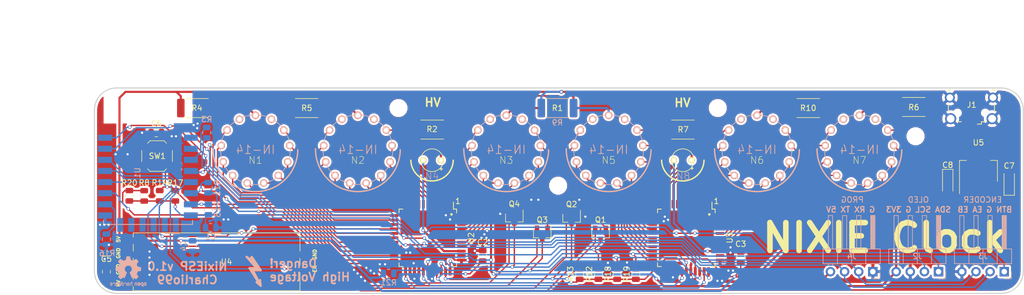
<source format=kicad_pcb>
(kicad_pcb (version 20171130) (host pcbnew "(5.0.1)-4")
  (layers (0 F.Cu signal) (31 B.Cu signal) (34 B.Paste user) (35 F.Paste user) (36 B.SilkS user) (37 F.SilkS user) (38 B.Mask user) (39 F.Mask user) (44 Edge.Cuts user))
  (net 0 "")
  (net 1 "Net-(N1-Pad0)")
  (net 2 "Net-(N1-Pad1)")
  (net 3 "Net-(N1-Pad2)")
  (net 4 "Net-(N1-Pad3)")
  (net 5 "Net-(N1-Pad4)")
  (net 6 "Net-(N1-Pad5)")
  (net 7 "Net-(N1-Pad6)")
  (net 8 "Net-(N1-Pad7)")
  (net 9 "Net-(N1-Pad8)")
  (net 10 "Net-(N1-Pad9)")
  (net 11 "Net-(N1-PadA)")
  (net 12 "Net-(N1-PadLHDP)")
  (net 13 "Net-(N1-PadRHDP)")
  (net 14 "Net-(N2-Pad0)")
  (net 15 "Net-(N2-Pad1)")
  (net 16 "Net-(N2-Pad2)")
  (net 17 "Net-(N2-Pad3)")
  (net 18 "Net-(N2-Pad4)")
  (net 19 "Net-(N2-Pad5)")
  (net 20 "Net-(N2-Pad6)")
  (net 21 "Net-(N2-Pad7)")
  (net 22 "Net-(N2-Pad8)")
  (net 23 "Net-(N2-Pad9)")
  (net 24 "Net-(N2-PadA)")
  (net 25 "Net-(N2-PadLHDP)")
  (net 26 "Net-(N2-PadRHDP)")
  (net 27 "Net-(N3-PadA)")
  (net 28 "Net-(N4-PadA)")
  (net 29 "Net-(N4-PadK)")
  (net 30 "Net-(N5-Pad0)")
  (net 31 "Net-(N5-Pad1)")
  (net 32 "Net-(N5-Pad2)")
  (net 33 "Net-(N5-Pad3)")
  (net 34 "Net-(N5-Pad4)")
  (net 35 "Net-(N5-Pad5)")
  (net 36 "Net-(N5-Pad6)")
  (net 37 "Net-(N5-Pad7)")
  (net 38 "Net-(N5-Pad8)")
  (net 39 "Net-(N5-Pad9)")
  (net 40 "Net-(N5-PadA)")
  (net 41 "Net-(N5-PadLHDP)")
  (net 42 "Net-(N5-PadRHDP)")
  (net 43 "Net-(N6-Pad0)")
  (net 44 "Net-(N6-Pad1)")
  (net 45 "Net-(N6-Pad2)")
  (net 46 "Net-(N6-Pad3)")
  (net 47 "Net-(N6-Pad4)")
  (net 48 "Net-(N6-Pad5)")
  (net 49 "Net-(N6-Pad6)")
  (net 50 "Net-(N6-Pad7)")
  (net 51 "Net-(N6-Pad8)")
  (net 52 "Net-(N6-Pad9)")
  (net 53 "Net-(N6-PadA)")
  (net 54 "Net-(N6-PadLHDP)")
  (net 55 "Net-(N6-PadRHDP)")
  (net 56 "Net-(N7-Pad0)")
  (net 57 "Net-(N7-Pad1)")
  (net 58 "Net-(N7-Pad2)")
  (net 59 "Net-(N7-Pad3)")
  (net 60 "Net-(N7-Pad4)")
  (net 61 "Net-(N7-Pad5)")
  (net 62 "Net-(N7-Pad6)")
  (net 63 "Net-(N7-Pad7)")
  (net 64 "Net-(N7-Pad8)")
  (net 65 "Net-(N7-Pad9)")
  (net 66 "Net-(N7-PadA)")
  (net 67 "Net-(N7-PadLHDP)")
  (net 68 "Net-(N7-PadRHDP)")
  (net 69 "Net-(N8-PadA)")
  (net 70 "Net-(N8-PadK)")
  (net 71 +5V)
  (net 72 GND)
  (net 73 HT)
  (net 74 "Net-(N3-Pad2)")
  (net 75 "Net-(N3-Pad1)")
  (net 76 "Net-(U2-Pad23)")
  (net 77 "Net-(U2-Pad35)")
  (net 78 "Net-(N3-Pad0)")
  (net 79 "Net-(N3-Pad9)")
  (net 80 "Net-(N3-Pad8)")
  (net 81 "Net-(N3-Pad7)")
  (net 82 "Net-(N3-Pad6)")
  (net 83 "Net-(N3-Pad5)")
  (net 84 "Net-(N3-Pad4)")
  (net 85 "Net-(N3-Pad3)")
  (net 86 "Net-(U3-Pad23)")
  (net 87 "Net-(U3-Pad35)")
  (net 88 "Net-(N3-PadLHDP)")
  (net 89 "Net-(N3-PadRHDP)")
  (net 90 +3V3)
  (net 91 "Net-(J1-Pad2)")
  (net 92 "Net-(J1-Pad3)")
  (net 93 "Net-(J1-Pad4)")
  (net 94 /BL_PIN)
  (net 95 /BL)
  (net 96 /DATA_IN_PIN)
  (net 97 /DATA_IN)
  (net 98 /LE)
  (net 99 /LE_PIN)
  (net 100 /CLK)
  (net 101 /CLK_PIN)
  (net 102 "Net-(R3-Pad1)")
  (net 103 /GPIO15)
  (net 104 "Net-(R21-Pad2)")
  (net 105 /RESET_PIN)
  (net 106 /ADC_PIN)
  (net 107 /ENABLE)
  (net 108 /RXD)
  (net 109 /TXD)
  (net 110 "Net-(U1-Pad17)")
  (net 111 "Net-(U1-Pad18)")
  (net 112 "Net-(U1-Pad19)")
  (net 113 "Net-(U1-Pad20)")
  (net 114 "Net-(U1-Pad21)")
  (net 115 "Net-(U1-Pad22)")
  (net 116 /SCL)
  (net 117 /SDA)
  (net 118 /BTN)
  (module MountingHole:MountingHole_2.5mm (layer F.Cu) (at 214.884 91.948)
    (fp_text reference REF** hide)
    (fp_text value MountingHole_2.5mm)
    (pad 1 np_thru_hole circle (at 0 0) (size 2.5 2.5) (drill 2.5) (layers *.Cu *.Mask))
  )
  (module MountingHole:MountingHole_2.5mm (layer F.Cu) (at 121.92 86.868)
    (fp_text reference REF** hide)
    (fp_text value MountingHole_2.5mm)
    (pad 1 np_thru_hole circle (at 0 0) (size 2.5 2.5) (drill 2.5) (layers *.Cu *.Mask))
  )
  (module MountingHole:MountingHole_2.5mm (layer F.Cu) (at 150.622 100.838)
    (fp_text reference REF** hide)
    (fp_text value MountingHole_2.5mm)
    (pad 1 np_thru_hole circle (at 0 0) (size 2.5 2.5) (drill 2.5) (layers *.Cu *.Mask))
  )
  (module Symbol:Symbol_Highvoltage_Type1_CopperTop_Small (layer B.Cu) (at 96.774 116.84 180)
    (fp_text reference REF** hide)
    (fp_text value Symbol_Highvoltage_Type1_CopperTop_Small)
  )
  (module Package_QFP:PQFP-44_10x10mm_P0.8mm (layer F.Cu) (at 127.1905 110.236 270)
    (fp_text reference U2 (at 0 -7.8 270) (layer F.SilkS))
    (fp_text value HV5622)
    (pad 44 smd rect (at -4 -6.05 270) (size 0.52 1.5) (layers F.Cu F.Paste F.Mask) (net 85 "Net-(N3-Pad3)"))
    (pad 43 smd rect (at -3.2 -6.05 270) (size 0.52 1.5) (layers F.Cu F.Paste F.Mask) (net 84 "Net-(N3-Pad4)"))
    (pad 42 smd rect (at -2.4 -6.05 270) (size 0.52 1.5) (layers F.Cu F.Paste F.Mask) (net 83 "Net-(N3-Pad5)"))
    (pad 41 smd rect (at -1.6 -6.05 270) (size 0.52 1.5) (layers F.Cu F.Paste F.Mask) (net 82 "Net-(N3-Pad6)"))
    (pad 40 smd rect (at -0.8 -6.05 270) (size 0.52 1.5) (layers F.Cu F.Paste F.Mask) (net 81 "Net-(N3-Pad7)"))
    (pad 39 smd rect (at 0 -6.05 270) (size 0.52 1.5) (layers F.Cu F.Paste F.Mask) (net 80 "Net-(N3-Pad8)"))
    (pad 38 smd rect (at 0.8 -6.05 270) (size 0.52 1.5) (layers F.Cu F.Paste F.Mask) (net 79 "Net-(N3-Pad9)"))
    (pad 37 smd rect (at 1.6 -6.05 270) (size 0.52 1.5) (layers F.Cu F.Paste F.Mask) (net 78 "Net-(N3-Pad0)"))
    (pad 36 smd rect (at 2.4 -6.05 270) (size 0.52 1.5) (layers F.Cu F.Paste F.Mask) (net 29 "Net-(N4-PadK)"))
    (pad 35 smd rect (at 3.2 -6.05 270) (size 0.52 1.5) (layers F.Cu F.Paste F.Mask) (net 77 "Net-(U2-Pad35)"))
    (pad 34 smd rect (at 4 -6.05 270) (size 0.52 1.5) (layers F.Cu F.Paste F.Mask) (net 72 GND))
    (pad 33 smd rect (at 6.05 -4 270) (size 1.5 0.52) (layers F.Cu F.Paste F.Mask) (net 95 /BL))
    (pad 32 smd rect (at 6.05 -3.2 270) (size 1.5 0.52) (layers F.Cu F.Paste F.Mask) (net 97 /DATA_IN))
    (pad 31 smd rect (at 6.05 -2.4 270) (size 1.5 0.52) (layers F.Cu F.Paste F.Mask) (net 98 /LE))
    (pad 30 smd rect (at 6.05 -1.6 270) (size 1.5 0.52) (layers F.Cu F.Paste F.Mask) (net 71 +5V))
    (pad 29 smd rect (at 6.05 -0.8 270) (size 1.5 0.52) (layers F.Cu F.Paste F.Mask) (net 72 GND))
    (pad 28 smd rect (at 6.05 0 270) (size 1.5 0.52) (layers F.Cu F.Paste F.Mask) (net 100 /CLK))
    (pad 27 smd rect (at 6.05 0.8 270) (size 1.5 0.52) (layers F.Cu F.Paste F.Mask) (net 104 "Net-(R21-Pad2)"))
    (pad 26 smd rect (at 6.05 1.6 270) (size 1.5 0.52) (layers F.Cu F.Paste F.Mask) (net 72 GND))
    (pad 25 smd rect (at 6.05 2.4 270) (size 1.5 0.52) (layers F.Cu F.Paste F.Mask) (net 72 GND))
    (pad 24 smd rect (at 6.05 3.2 270) (size 1.5 0.52) (layers F.Cu F.Paste F.Mask) (net 72 GND))
    (pad 23 smd rect (at 6.05 4 270) (size 1.5 0.52) (layers F.Cu F.Paste F.Mask) (net 76 "Net-(U2-Pad23)"))
    (pad 22 smd rect (at 4 6.05 270) (size 0.52 1.5) (layers F.Cu F.Paste F.Mask) (net 2 "Net-(N1-Pad1)"))
    (pad 21 smd rect (at 3.2 6.05 270) (size 0.52 1.5) (layers F.Cu F.Paste F.Mask) (net 3 "Net-(N1-Pad2)"))
    (pad 20 smd rect (at 2.4 6.05 270) (size 0.52 1.5) (layers F.Cu F.Paste F.Mask) (net 4 "Net-(N1-Pad3)"))
    (pad 19 smd rect (at 1.6 6.05 270) (size 0.52 1.5) (layers F.Cu F.Paste F.Mask) (net 5 "Net-(N1-Pad4)"))
    (pad 18 smd rect (at 0.8 6.05 270) (size 0.52 1.5) (layers F.Cu F.Paste F.Mask) (net 6 "Net-(N1-Pad5)"))
    (pad 17 smd rect (at 0 6.05 270) (size 0.52 1.5) (layers F.Cu F.Paste F.Mask) (net 7 "Net-(N1-Pad6)"))
    (pad 16 smd rect (at -0.8 6.05 270) (size 0.52 1.5) (layers F.Cu F.Paste F.Mask) (net 8 "Net-(N1-Pad7)"))
    (pad 15 smd rect (at -1.6 6.05 270) (size 0.52 1.5) (layers F.Cu F.Paste F.Mask) (net 9 "Net-(N1-Pad8)"))
    (pad 14 smd rect (at -2.4 6.05 270) (size 0.52 1.5) (layers F.Cu F.Paste F.Mask) (net 10 "Net-(N1-Pad9)"))
    (pad 13 smd rect (at -3.2 6.05 270) (size 0.52 1.5) (layers F.Cu F.Paste F.Mask) (net 1 "Net-(N1-Pad0)"))
    (pad 12 smd rect (at -4 6.05 270) (size 0.52 1.5) (layers F.Cu F.Paste F.Mask) (net 15 "Net-(N2-Pad1)"))
    (pad 11 smd rect (at -6.05 4 270) (size 1.5 0.52) (layers F.Cu F.Paste F.Mask) (net 16 "Net-(N2-Pad2)"))
    (pad 10 smd rect (at -6.05 3.2 270) (size 1.5 0.52) (layers F.Cu F.Paste F.Mask) (net 17 "Net-(N2-Pad3)"))
    (pad 9 smd rect (at -6.05 2.4 270) (size 1.5 0.52) (layers F.Cu F.Paste F.Mask) (net 18 "Net-(N2-Pad4)"))
    (pad 8 smd rect (at -6.05 1.6 270) (size 1.5 0.52) (layers F.Cu F.Paste F.Mask) (net 19 "Net-(N2-Pad5)"))
    (pad 7 smd rect (at -6.05 0.8 270) (size 1.5 0.52) (layers F.Cu F.Paste F.Mask) (net 20 "Net-(N2-Pad6)"))
    (pad 6 smd rect (at -6.05 0 270) (size 1.5 0.52) (layers F.Cu F.Paste F.Mask) (net 21 "Net-(N2-Pad7)"))
    (pad 5 smd rect (at -6.05 -0.8 270) (size 1.5 0.52) (layers F.Cu F.Paste F.Mask) (net 22 "Net-(N2-Pad8)"))
    (pad 4 smd rect (at -6.05 -1.6 270) (size 1.5 0.52) (layers F.Cu F.Paste F.Mask) (net 23 "Net-(N2-Pad9)"))
    (pad 3 smd rect (at -6.05 -2.4 270) (size 1.5 0.52) (layers F.Cu F.Paste F.Mask) (net 14 "Net-(N2-Pad0)"))
    (pad 2 smd rect (at -6.05 -3.2 270) (size 1.5 0.52) (layers F.Cu F.Paste F.Mask) (net 75 "Net-(N3-Pad1)"))
    (pad 1 smd rect (at -6.05 -4 270) (size 1.5 0.52) (layers F.Cu F.Paste F.Mask) (net 74 "Net-(N3-Pad2)"))
  )
  (module Package_QFP:PQFP-44_10x10mm_P0.8mm (layer F.Cu) (at 173.6725 110.236 270)
    (fp_text reference U3 (at 0 -7.8 270) (layer F.SilkS))
    (fp_text value HV5622)
    (pad 44 smd rect (at -4 -6.05 270) (size 0.52 1.5) (layers F.Cu F.Paste F.Mask) (net 59 "Net-(N7-Pad3)"))
    (pad 43 smd rect (at -3.2 -6.05 270) (size 0.52 1.5) (layers F.Cu F.Paste F.Mask) (net 60 "Net-(N7-Pad4)"))
    (pad 42 smd rect (at -2.4 -6.05 270) (size 0.52 1.5) (layers F.Cu F.Paste F.Mask) (net 61 "Net-(N7-Pad5)"))
    (pad 41 smd rect (at -1.6 -6.05 270) (size 0.52 1.5) (layers F.Cu F.Paste F.Mask) (net 62 "Net-(N7-Pad6)"))
    (pad 40 smd rect (at -0.8 -6.05 270) (size 0.52 1.5) (layers F.Cu F.Paste F.Mask) (net 63 "Net-(N7-Pad7)"))
    (pad 39 smd rect (at 0 -6.05 270) (size 0.52 1.5) (layers F.Cu F.Paste F.Mask) (net 64 "Net-(N7-Pad8)"))
    (pad 38 smd rect (at 0.8 -6.05 270) (size 0.52 1.5) (layers F.Cu F.Paste F.Mask) (net 65 "Net-(N7-Pad9)"))
    (pad 37 smd rect (at 1.6 -6.05 270) (size 0.52 1.5) (layers F.Cu F.Paste F.Mask) (net 56 "Net-(N7-Pad0)"))
    (pad 36 smd rect (at 2.4 -6.05 270) (size 0.52 1.5) (layers F.Cu F.Paste F.Mask) (net 70 "Net-(N8-PadK)"))
    (pad 35 smd rect (at 3.2 -6.05 270) (size 0.52 1.5) (layers F.Cu F.Paste F.Mask) (net 87 "Net-(U3-Pad35)"))
    (pad 34 smd rect (at 4 -6.05 270) (size 0.52 1.5) (layers F.Cu F.Paste F.Mask) (net 72 GND))
    (pad 33 smd rect (at 6.05 -4 270) (size 1.5 0.52) (layers F.Cu F.Paste F.Mask) (net 95 /BL))
    (pad 32 smd rect (at 6.05 -3.2 270) (size 1.5 0.52) (layers F.Cu F.Paste F.Mask) (net 76 "Net-(U2-Pad23)"))
    (pad 31 smd rect (at 6.05 -2.4 270) (size 1.5 0.52) (layers F.Cu F.Paste F.Mask) (net 98 /LE))
    (pad 30 smd rect (at 6.05 -1.6 270) (size 1.5 0.52) (layers F.Cu F.Paste F.Mask) (net 71 +5V))
    (pad 29 smd rect (at 6.05 -0.8 270) (size 1.5 0.52) (layers F.Cu F.Paste F.Mask) (net 72 GND))
    (pad 28 smd rect (at 6.05 0 270) (size 1.5 0.52) (layers F.Cu F.Paste F.Mask) (net 100 /CLK))
    (pad 27 smd rect (at 6.05 0.8 270) (size 1.5 0.52) (layers F.Cu F.Paste F.Mask) (net 104 "Net-(R21-Pad2)"))
    (pad 26 smd rect (at 6.05 1.6 270) (size 1.5 0.52) (layers F.Cu F.Paste F.Mask) (net 72 GND))
    (pad 25 smd rect (at 6.05 2.4 270) (size 1.5 0.52) (layers F.Cu F.Paste F.Mask) (net 72 GND))
    (pad 24 smd rect (at 6.05 3.2 270) (size 1.5 0.52) (layers F.Cu F.Paste F.Mask) (net 72 GND))
    (pad 23 smd rect (at 6.05 4 270) (size 1.5 0.52) (layers F.Cu F.Paste F.Mask) (net 86 "Net-(U3-Pad23)"))
    (pad 22 smd rect (at 4 6.05 270) (size 0.52 1.5) (layers F.Cu F.Paste F.Mask) (net 31 "Net-(N5-Pad1)"))
    (pad 21 smd rect (at 3.2 6.05 270) (size 0.52 1.5) (layers F.Cu F.Paste F.Mask) (net 32 "Net-(N5-Pad2)"))
    (pad 20 smd rect (at 2.4 6.05 270) (size 0.52 1.5) (layers F.Cu F.Paste F.Mask) (net 33 "Net-(N5-Pad3)"))
    (pad 19 smd rect (at 1.6 6.05 270) (size 0.52 1.5) (layers F.Cu F.Paste F.Mask) (net 34 "Net-(N5-Pad4)"))
    (pad 18 smd rect (at 0.8 6.05 270) (size 0.52 1.5) (layers F.Cu F.Paste F.Mask) (net 35 "Net-(N5-Pad5)"))
    (pad 17 smd rect (at 0 6.05 270) (size 0.52 1.5) (layers F.Cu F.Paste F.Mask) (net 36 "Net-(N5-Pad6)"))
    (pad 16 smd rect (at -0.8 6.05 270) (size 0.52 1.5) (layers F.Cu F.Paste F.Mask) (net 37 "Net-(N5-Pad7)"))
    (pad 15 smd rect (at -1.6 6.05 270) (size 0.52 1.5) (layers F.Cu F.Paste F.Mask) (net 38 "Net-(N5-Pad8)"))
    (pad 14 smd rect (at -2.4 6.05 270) (size 0.52 1.5) (layers F.Cu F.Paste F.Mask) (net 39 "Net-(N5-Pad9)"))
    (pad 13 smd rect (at -3.2 6.05 270) (size 0.52 1.5) (layers F.Cu F.Paste F.Mask) (net 30 "Net-(N5-Pad0)"))
    (pad 12 smd rect (at -4 6.05 270) (size 0.52 1.5) (layers F.Cu F.Paste F.Mask) (net 44 "Net-(N6-Pad1)"))
    (pad 11 smd rect (at -6.05 4 270) (size 1.5 0.52) (layers F.Cu F.Paste F.Mask) (net 45 "Net-(N6-Pad2)"))
    (pad 10 smd rect (at -6.05 3.2 270) (size 1.5 0.52) (layers F.Cu F.Paste F.Mask) (net 46 "Net-(N6-Pad3)"))
    (pad 9 smd rect (at -6.05 2.4 270) (size 1.5 0.52) (layers F.Cu F.Paste F.Mask) (net 47 "Net-(N6-Pad4)"))
    (pad 8 smd rect (at -6.05 1.6 270) (size 1.5 0.52) (layers F.Cu F.Paste F.Mask) (net 48 "Net-(N6-Pad5)"))
    (pad 7 smd rect (at -6.05 0.8 270) (size 1.5 0.52) (layers F.Cu F.Paste F.Mask) (net 49 "Net-(N6-Pad6)"))
    (pad 6 smd rect (at -6.05 0 270) (size 1.5 0.52) (layers F.Cu F.Paste F.Mask) (net 50 "Net-(N6-Pad7)"))
    (pad 5 smd rect (at -6.05 -0.8 270) (size 1.5 0.52) (layers F.Cu F.Paste F.Mask) (net 51 "Net-(N6-Pad8)"))
    (pad 4 smd rect (at -6.05 -1.6 270) (size 1.5 0.52) (layers F.Cu F.Paste F.Mask) (net 52 "Net-(N6-Pad9)"))
    (pad 3 smd rect (at -6.05 -2.4 270) (size 1.5 0.52) (layers F.Cu F.Paste F.Mask) (net 43 "Net-(N6-Pad0)"))
    (pad 2 smd rect (at -6.05 -3.2 270) (size 1.5 0.52) (layers F.Cu F.Paste F.Mask) (net 57 "Net-(N7-Pad1)"))
    (pad 1 smd rect (at -6.05 -4 270) (size 1.5 0.52) (layers F.Cu F.Paste F.Mask) (net 58 "Net-(N7-Pad2)"))
  )
  (module ESP8266:ESP-12E_SMD (layer B.Cu) (at 83.8835 92.202 180)
    (fp_text reference U1 (at 8.89 -6.35 90) (layer B.SilkS) (effects (justify mirror)))
    (fp_text value ESP-12E hide)
    (pad 1 smd rect (at 0 0 180) (size 2.5 1.1) (drill (offset -0.7 0)) (layers B.Cu B.Paste B.Mask) (net 105 /RESET_PIN))
    (pad 2 smd rect (at 0 -2 180) (size 2.5 1.1) (drill (offset -0.7 0)) (layers B.Cu B.Paste B.Mask) (net 106 /ADC_PIN))
    (pad 3 smd rect (at 0 -4 180) (size 2.5 1.1) (drill (offset -0.7 0)) (layers B.Cu B.Paste B.Mask) (net 102 "Net-(R3-Pad1)"))
    (pad 4 smd rect (at 0 -6 180) (size 2.5 1.1) (drill (offset -0.7 0)) (layers B.Cu B.Paste B.Mask) (net 118 /BTN))
    (pad 5 smd rect (at 0 -8 180) (size 2.5 1.1) (drill (offset -0.7 0)) (layers B.Cu B.Paste B.Mask) (net 107 /ENABLE))
    (pad 6 smd rect (at 0 -10 180) (size 2.5 1.1) (drill (offset -0.7 0)) (layers B.Cu B.Paste B.Mask) (net 96 /DATA_IN_PIN))
    (pad 7 smd rect (at 0 -12 180) (size 2.5 1.1) (drill (offset -0.7 0)) (layers B.Cu B.Paste B.Mask) (net 101 /CLK_PIN))
    (pad 8 smd rect (at 0 -14 180) (size 2.5 1.1) (drill (offset -0.7 0)) (layers B.Cu B.Paste B.Mask) (net 90 +3V3))
    (pad 9 smd rect (at 14 -14 180) (size 2.5 1.1) (drill (offset 0.7 0)) (layers B.Cu B.Paste B.Mask) (net 72 GND))
    (pad 10 smd rect (at 14 -12 180) (size 2.5 1.1) (drill (offset 0.7 0)) (layers B.Cu B.Paste B.Mask) (net 103 /GPIO15))
    (pad 11 smd rect (at 14 -10 180) (size 2.5 1.1) (drill (offset 0.7 0)) (layers B.Cu B.Paste B.Mask) (net 94 /BL_PIN))
    (pad 12 smd rect (at 14 -8 180) (size 2.5 1.1) (drill (offset 0.7 0)) (layers B.Cu B.Paste B.Mask) (net 99 /LE_PIN))
    (pad 13 smd rect (at 14 -6 180) (size 2.5 1.1) (drill (offset 0.7 0)) (layers B.Cu B.Paste B.Mask) (net 117 /SDA))
    (pad 14 smd rect (at 14 -4 180) (size 2.5 1.1) (drill (offset 0.7 0)) (layers B.Cu B.Paste B.Mask) (net 116 /SCL))
    (pad 15 smd rect (at 14 -2 180) (size 2.5 1.1) (drill (offset 0.7 0)) (layers B.Cu B.Paste B.Mask) (net 108 /RXD))
    (pad 16 smd rect (at 14 0 180) (size 2.5 1.1) (drill (offset 0.7 0)) (layers B.Cu B.Paste B.Mask) (net 109 /TXD))
    (pad 17 smd rect (at 1.99 -15 90) (size 2.5 1.1) (drill (offset -0.7 0)) (layers B.Cu B.Paste B.Mask) (net 110 "Net-(U1-Pad17)"))
    (pad 18 smd rect (at 3.99 -15 90) (size 2.5 1.1) (drill (offset -0.7 0)) (layers B.Cu B.Paste B.Mask) (net 111 "Net-(U1-Pad18)"))
    (pad 19 smd rect (at 5.99 -15 90) (size 2.5 1.1) (drill (offset -0.7 0)) (layers B.Cu B.Paste B.Mask) (net 112 "Net-(U1-Pad19)"))
    (pad 20 smd rect (at 7.99 -15 90) (size 2.5 1.1) (drill (offset -0.7 0)) (layers B.Cu B.Paste B.Mask) (net 113 "Net-(U1-Pad20)"))
    (pad 21 smd rect (at 9.99 -15 90) (size 2.5 1.1) (drill (offset -0.7 0)) (layers B.Cu B.Paste B.Mask) (net 114 "Net-(U1-Pad21)"))
    (pad 22 smd rect (at 11.99 -15 90) (size 2.5 1.1) (drill (offset -0.7 0)) (layers B.Cu B.Paste B.Mask) (net 115 "Net-(U1-Pad22)"))
  )
  (module Capacitor_Tantalum_SMD:CP_EIA-3216-12_Kemet-S (layer F.Cu) (at 220.6625 100.2195 270)
    (fp_text reference C8 (at -3.095 0) (layer F.SilkS))
    (fp_text value C)
    (pad 2 smd roundrect (at 1.35 0 270) (size 1.4 1.35) (layers F.Cu F.Paste F.Mask) (roundrect_rratio 0.185185) (net 72 GND))
    (pad 1 smd roundrect (at -1.35 0 270) (size 1.4 1.35) (layers F.Cu F.Paste F.Mask) (roundrect_rratio 0.185185) (net 90 +3V3))
  )
  (module nixie-psu:TypeD-PowerSupply (layer F.Cu) (at 90.1065 114.554)
    (fp_text reference U4 (at 0.889 0) (layer F.SilkS))
    (fp_text value PSU)
    (pad 6 smd rect (at 14.351 1.27) (size 2.51 1) (layers F.Cu F.Paste F.Mask) (net 107 /ENABLE))
    (pad 5 smd rect (at 14.351 -1.27) (size 2.51 1) (layers F.Cu F.Paste F.Mask) (net 72 GND))
    (pad 4 smd rect (at -16.129 3.81) (size 2.51 1) (layers F.Cu F.Paste F.Mask) (net 73 HT))
    (pad 2 smd rect (at -16.129 -1.27) (size 2.51 1) (layers F.Cu F.Paste F.Mask) (net 72 GND))
    (pad 3 smd rect (at -16.133 1.27) (size 2.51 1) (layers F.Cu F.Paste F.Mask) (net 72 GND))
    (pad 1 smd rect (at -16.133 -3.81) (size 2.51 1) (layers F.Cu F.Paste F.Mask) (net 71 +5V))
  )
  (module russian-nixies:russian-nixies-IN-14 (layer B.Cu) (at 96.2025 94.361)
    (fp_text reference N1 (at 0 1.905) (layer F.SilkS) (effects (font (size 1.27 1.27) (thickness 0.0889))))
    (fp_text value IN-14 (at 0 0 180) (layer B.SilkS) (effects (font (size 1.524 1.524)) (justify mirror)))
    (pad 0 thru_hole circle (at 5.0927 -3.51536) (size 1.3462 1.3462) (drill 0.8382) (layers *.Cu B.Paste B.SilkS B.Mask) (net 1 "Net-(N1-Pad0)"))
    (pad 1 thru_hole circle (at -5.0927 -3.51536) (size 1.3462 1.3462) (drill 0.8382) (layers *.Cu B.Paste B.SilkS B.Mask) (net 2 "Net-(N1-Pad1)"))
    (pad 2 thru_hole circle (at -6.14426 -0.74422) (size 1.3462 1.3462) (drill 0.8382) (layers *.Cu B.Paste B.SilkS B.Mask) (net 3 "Net-(N1-Pad2)"))
    (pad 3 thru_hole circle (at -5.78612 2.19456) (size 1.3462 1.3462) (drill 0.8382) (layers *.Cu B.Paste B.SilkS B.Mask) (net 4 "Net-(N1-Pad3)"))
    (pad 4 thru_hole circle (at -4.10464 4.63296) (size 1.3462 1.3462) (drill 0.8382) (layers *.Cu B.Paste B.SilkS B.Mask) (net 5 "Net-(N1-Pad4)"))
    (pad 5 thru_hole circle (at -1.48082 6.00964) (size 1.3462 1.3462) (drill 0.8382) (layers *.Cu B.Paste B.SilkS B.Mask) (net 6 "Net-(N1-Pad5)"))
    (pad 6 thru_hole circle (at 1.48082 6.00964) (size 1.3462 1.3462) (drill 0.8382) (layers *.Cu B.Paste B.SilkS B.Mask) (net 7 "Net-(N1-Pad6)"))
    (pad 7 thru_hole circle (at 4.10464 4.63296) (size 1.3462 1.3462) (drill 0.8382) (layers *.Cu B.Paste B.SilkS B.Mask) (net 8 "Net-(N1-Pad7)"))
    (pad 8 thru_hole circle (at 5.78612 2.19456) (size 1.3462 1.3462) (drill 0.8382) (layers *.Cu B.Paste B.SilkS B.Mask) (net 9 "Net-(N1-Pad8)"))
    (pad 9 thru_hole circle (at 6.14426 -0.74422) (size 1.3462 1.3462) (drill 0.8382) (layers *.Cu B.Paste B.SilkS B.Mask) (net 10 "Net-(N1-Pad9)"))
    (pad A thru_hole circle (at 0 -6.18744) (size 1.3462 1.3462) (drill 0.8382) (layers *.Cu B.Paste B.SilkS B.Mask) (net 11 "Net-(N1-PadA)"))
    (pad LHDP thru_hole circle (at 2.87528 -5.47878) (size 1.3462 1.3462) (drill 0.8382) (layers *.Cu B.Paste B.SilkS B.Mask) (net 12 "Net-(N1-PadLHDP)"))
    (pad RHDP thru_hole circle (at -2.87528 -5.47878) (size 1.3462 1.3462) (drill 0.8382) (layers *.Cu B.Paste B.SilkS B.Mask) (net 13 "Net-(N1-PadRHDP)"))
  )
  (module russian-nixies:russian-nixies-IN-14 (layer B.Cu) (at 114.6175 94.361)
    (fp_text reference N2 (at 0 1.905) (layer F.SilkS) (effects (font (size 1.27 1.27) (thickness 0.0889))))
    (fp_text value IN-14 (at 0 0) (layer B.SilkS) (effects (font (size 1.524 1.524)) (justify mirror)))
    (pad 0 thru_hole circle (at 5.0927 -3.51536) (size 1.3462 1.3462) (drill 0.8382) (layers *.Cu B.Paste B.SilkS B.Mask) (net 14 "Net-(N2-Pad0)"))
    (pad 1 thru_hole circle (at -5.0927 -3.51536) (size 1.3462 1.3462) (drill 0.8382) (layers *.Cu B.Paste B.SilkS B.Mask) (net 15 "Net-(N2-Pad1)"))
    (pad 2 thru_hole circle (at -6.14426 -0.74422) (size 1.3462 1.3462) (drill 0.8382) (layers *.Cu B.Paste B.SilkS B.Mask) (net 16 "Net-(N2-Pad2)"))
    (pad 3 thru_hole circle (at -5.78612 2.19456) (size 1.3462 1.3462) (drill 0.8382) (layers *.Cu B.Paste B.SilkS B.Mask) (net 17 "Net-(N2-Pad3)"))
    (pad 4 thru_hole circle (at -4.10464 4.63296) (size 1.3462 1.3462) (drill 0.8382) (layers *.Cu B.Paste B.SilkS B.Mask) (net 18 "Net-(N2-Pad4)"))
    (pad 5 thru_hole circle (at -1.48082 6.00964) (size 1.3462 1.3462) (drill 0.8382) (layers *.Cu B.Paste B.SilkS B.Mask) (net 19 "Net-(N2-Pad5)"))
    (pad 6 thru_hole circle (at 1.48082 6.00964) (size 1.3462 1.3462) (drill 0.8382) (layers *.Cu B.Paste B.SilkS B.Mask) (net 20 "Net-(N2-Pad6)"))
    (pad 7 thru_hole circle (at 4.10464 4.63296) (size 1.3462 1.3462) (drill 0.8382) (layers *.Cu B.Paste B.SilkS B.Mask) (net 21 "Net-(N2-Pad7)"))
    (pad 8 thru_hole circle (at 5.78612 2.19456) (size 1.3462 1.3462) (drill 0.8382) (layers *.Cu B.Paste B.SilkS B.Mask) (net 22 "Net-(N2-Pad8)"))
    (pad 9 thru_hole circle (at 6.14426 -0.74422) (size 1.3462 1.3462) (drill 0.8382) (layers *.Cu B.Paste B.SilkS B.Mask) (net 23 "Net-(N2-Pad9)"))
    (pad A thru_hole circle (at 0 -6.18744) (size 1.3462 1.3462) (drill 0.8382) (layers *.Cu B.Paste B.SilkS B.Mask) (net 24 "Net-(N2-PadA)"))
    (pad LHDP thru_hole circle (at 2.87528 -5.47878) (size 1.3462 1.3462) (drill 0.8382) (layers *.Cu B.Paste B.SilkS B.Mask) (net 25 "Net-(N2-PadLHDP)"))
    (pad RHDP thru_hole circle (at -2.87528 -5.47878) (size 1.3462 1.3462) (drill 0.8382) (layers *.Cu B.Paste B.SilkS B.Mask) (net 26 "Net-(N2-PadRHDP)"))
  )
  (module russian-nixies:russian-nixies-IN-14 (layer B.Cu) (at 141.2875 94.361)
    (fp_text reference N3 (at 0 1.905) (layer F.SilkS) (effects (font (size 1.27 1.27) (thickness 0.0889))))
    (fp_text value IN-14 (at 0 0 180) (layer B.SilkS) (effects (font (size 1.524 1.524)) (justify mirror)))
    (pad 0 thru_hole circle (at 5.0927 -3.51536) (size 1.3462 1.3462) (drill 0.8382) (layers *.Cu B.Paste B.SilkS B.Mask) (net 78 "Net-(N3-Pad0)"))
    (pad 1 thru_hole circle (at -5.0927 -3.51536) (size 1.3462 1.3462) (drill 0.8382) (layers *.Cu B.Paste B.SilkS B.Mask) (net 75 "Net-(N3-Pad1)"))
    (pad 2 thru_hole circle (at -6.14426 -0.74422) (size 1.3462 1.3462) (drill 0.8382) (layers *.Cu B.Paste B.SilkS B.Mask) (net 74 "Net-(N3-Pad2)"))
    (pad 3 thru_hole circle (at -5.78612 2.19456) (size 1.3462 1.3462) (drill 0.8382) (layers *.Cu B.Paste B.SilkS B.Mask) (net 85 "Net-(N3-Pad3)"))
    (pad 4 thru_hole circle (at -4.10464 4.63296) (size 1.3462 1.3462) (drill 0.8382) (layers *.Cu B.Paste B.SilkS B.Mask) (net 84 "Net-(N3-Pad4)"))
    (pad 5 thru_hole circle (at -1.48082 6.00964) (size 1.3462 1.3462) (drill 0.8382) (layers *.Cu B.Paste B.SilkS B.Mask) (net 83 "Net-(N3-Pad5)"))
    (pad 6 thru_hole circle (at 1.48082 6.00964) (size 1.3462 1.3462) (drill 0.8382) (layers *.Cu B.Paste B.SilkS B.Mask) (net 82 "Net-(N3-Pad6)"))
    (pad 7 thru_hole circle (at 4.10464 4.63296) (size 1.3462 1.3462) (drill 0.8382) (layers *.Cu B.Paste B.SilkS B.Mask) (net 81 "Net-(N3-Pad7)"))
    (pad 8 thru_hole circle (at 5.78612 2.19456) (size 1.3462 1.3462) (drill 0.8382) (layers *.Cu B.Paste B.SilkS B.Mask) (net 80 "Net-(N3-Pad8)"))
    (pad 9 thru_hole circle (at 6.14426 -0.74422) (size 1.3462 1.3462) (drill 0.8382) (layers *.Cu B.Paste B.SilkS B.Mask) (net 79 "Net-(N3-Pad9)"))
    (pad A thru_hole circle (at 0 -6.18744) (size 1.3462 1.3462) (drill 0.8382) (layers *.Cu B.Paste B.SilkS B.Mask) (net 27 "Net-(N3-PadA)"))
    (pad LHDP thru_hole circle (at 2.87528 -5.47878) (size 1.3462 1.3462) (drill 0.8382) (layers *.Cu B.Paste B.SilkS B.Mask) (net 88 "Net-(N3-PadLHDP)"))
    (pad RHDP thru_hole circle (at -2.87528 -5.47878) (size 1.3462 1.3462) (drill 0.8382) (layers *.Cu B.Paste B.SilkS B.Mask) (net 89 "Net-(N3-PadRHDP)"))
  )
  (module russian-nixies:russian-nixies-IN-3 (layer F.Cu) (at 127.9525 96.266 180)
    (fp_text reference N4 (at 0 -2.8575 180) (layer B.SilkS) (effects (font (size 1.27 1.27) (thickness 0.0889))))
    (fp_text value IN-3 hide)
    (pad A thru_hole circle (at -1.5875 0 180) (size 1.10744 2.21488) (drill 0.59944) (layers *.Cu F.Paste F.SilkS F.Mask) (net 28 "Net-(N4-PadA)"))
    (pad K thru_hole circle (at 1.5875 0 180) (size 1.10744 2.21488) (drill 0.59944) (layers *.Cu F.Paste F.SilkS F.Mask) (net 29 "Net-(N4-PadK)"))
  )
  (module russian-nixies:russian-nixies-IN-14 (layer B.Cu) (at 159.7025 94.361)
    (fp_text reference N5 (at 0 1.905) (layer F.SilkS) (effects (font (size 1.27 1.27) (thickness 0.0889))))
    (fp_text value IN-14 (at 0 0) (layer B.SilkS) (effects (font (size 1.524 1.524)) (justify mirror)))
    (pad 0 thru_hole circle (at 5.0927 -3.51536) (size 1.3462 1.3462) (drill 0.8382) (layers *.Cu B.Paste B.SilkS B.Mask) (net 30 "Net-(N5-Pad0)"))
    (pad 1 thru_hole circle (at -5.0927 -3.51536) (size 1.3462 1.3462) (drill 0.8382) (layers *.Cu B.Paste B.SilkS B.Mask) (net 31 "Net-(N5-Pad1)"))
    (pad 2 thru_hole circle (at -6.14426 -0.74422) (size 1.3462 1.3462) (drill 0.8382) (layers *.Cu B.Paste B.SilkS B.Mask) (net 32 "Net-(N5-Pad2)"))
    (pad 3 thru_hole circle (at -5.78612 2.19456) (size 1.3462 1.3462) (drill 0.8382) (layers *.Cu B.Paste B.SilkS B.Mask) (net 33 "Net-(N5-Pad3)"))
    (pad 4 thru_hole circle (at -4.10464 4.63296) (size 1.3462 1.3462) (drill 0.8382) (layers *.Cu B.Paste B.SilkS B.Mask) (net 34 "Net-(N5-Pad4)"))
    (pad 5 thru_hole circle (at -1.48082 6.00964) (size 1.3462 1.3462) (drill 0.8382) (layers *.Cu B.Paste B.SilkS B.Mask) (net 35 "Net-(N5-Pad5)"))
    (pad 6 thru_hole circle (at 1.48082 6.00964) (size 1.3462 1.3462) (drill 0.8382) (layers *.Cu B.Paste B.SilkS B.Mask) (net 36 "Net-(N5-Pad6)"))
    (pad 7 thru_hole circle (at 4.10464 4.63296) (size 1.3462 1.3462) (drill 0.8382) (layers *.Cu B.Paste B.SilkS B.Mask) (net 37 "Net-(N5-Pad7)"))
    (pad 8 thru_hole circle (at 5.78612 2.19456) (size 1.3462 1.3462) (drill 0.8382) (layers *.Cu B.Paste B.SilkS B.Mask) (net 38 "Net-(N5-Pad8)"))
    (pad 9 thru_hole circle (at 6.14426 -0.74422) (size 1.3462 1.3462) (drill 0.8382) (layers *.Cu B.Paste B.SilkS B.Mask) (net 39 "Net-(N5-Pad9)"))
    (pad A thru_hole circle (at 0 -6.18744) (size 1.3462 1.3462) (drill 0.8382) (layers *.Cu B.Paste B.SilkS B.Mask) (net 40 "Net-(N5-PadA)"))
    (pad LHDP thru_hole circle (at 2.87528 -5.47878) (size 1.3462 1.3462) (drill 0.8382) (layers *.Cu B.Paste B.SilkS B.Mask) (net 41 "Net-(N5-PadLHDP)"))
    (pad RHDP thru_hole circle (at -2.87528 -5.47878) (size 1.3462 1.3462) (drill 0.8382) (layers *.Cu B.Paste B.SilkS B.Mask) (net 42 "Net-(N5-PadRHDP)"))
  )
  (module russian-nixies:russian-nixies-IN-14 (layer B.Cu) (at 186.3725 94.361)
    (fp_text reference N6 (at 0 1.905) (layer F.SilkS) (effects (font (size 1.27 1.27) (thickness 0.0889))))
    (fp_text value IN-14 (at 0 0) (layer B.SilkS) (effects (font (size 1.524 1.524)) (justify mirror)))
    (pad 0 thru_hole circle (at 5.0927 -3.51536) (size 1.3462 1.3462) (drill 0.8382) (layers *.Cu B.Paste B.SilkS B.Mask) (net 43 "Net-(N6-Pad0)"))
    (pad 1 thru_hole circle (at -5.0927 -3.51536) (size 1.3462 1.3462) (drill 0.8382) (layers *.Cu B.Paste B.SilkS B.Mask) (net 44 "Net-(N6-Pad1)"))
    (pad 2 thru_hole circle (at -6.14426 -0.74422) (size 1.3462 1.3462) (drill 0.8382) (layers *.Cu B.Paste B.SilkS B.Mask) (net 45 "Net-(N6-Pad2)"))
    (pad 3 thru_hole circle (at -5.78612 2.19456) (size 1.3462 1.3462) (drill 0.8382) (layers *.Cu B.Paste B.SilkS B.Mask) (net 46 "Net-(N6-Pad3)"))
    (pad 4 thru_hole circle (at -4.10464 4.63296) (size 1.3462 1.3462) (drill 0.8382) (layers *.Cu B.Paste B.SilkS B.Mask) (net 47 "Net-(N6-Pad4)"))
    (pad 5 thru_hole circle (at -1.48082 6.00964) (size 1.3462 1.3462) (drill 0.8382) (layers *.Cu B.Paste B.SilkS B.Mask) (net 48 "Net-(N6-Pad5)"))
    (pad 6 thru_hole circle (at 1.48082 6.00964) (size 1.3462 1.3462) (drill 0.8382) (layers *.Cu B.Paste B.SilkS B.Mask) (net 49 "Net-(N6-Pad6)"))
    (pad 7 thru_hole circle (at 4.10464 4.63296) (size 1.3462 1.3462) (drill 0.8382) (layers *.Cu B.Paste B.SilkS B.Mask) (net 50 "Net-(N6-Pad7)"))
    (pad 8 thru_hole circle (at 5.78612 2.19456) (size 1.3462 1.3462) (drill 0.8382) (layers *.Cu B.Paste B.SilkS B.Mask) (net 51 "Net-(N6-Pad8)"))
    (pad 9 thru_hole circle (at 6.14426 -0.74422) (size 1.3462 1.3462) (drill 0.8382) (layers *.Cu B.Paste B.SilkS B.Mask) (net 52 "Net-(N6-Pad9)"))
    (pad A thru_hole circle (at 0 -6.18744) (size 1.3462 1.3462) (drill 0.8382) (layers *.Cu B.Paste B.SilkS B.Mask) (net 53 "Net-(N6-PadA)"))
    (pad LHDP thru_hole circle (at 2.87528 -5.47878) (size 1.3462 1.3462) (drill 0.8382) (layers *.Cu B.Paste B.SilkS B.Mask) (net 54 "Net-(N6-PadLHDP)"))
    (pad RHDP thru_hole circle (at -2.87528 -5.47878) (size 1.3462 1.3462) (drill 0.8382) (layers *.Cu B.Paste B.SilkS B.Mask) (net 55 "Net-(N6-PadRHDP)"))
  )
  (module russian-nixies:russian-nixies-IN-14 (layer B.Cu) (at 204.7875 94.361)
    (fp_text reference N7 (at 0 1.905 180) (layer F.SilkS) (effects (font (size 1.27 1.27) (thickness 0.0889))))
    (fp_text value IN-14 (at 0 0) (layer B.SilkS) (effects (font (size 1.524 1.524)) (justify mirror)))
    (pad 0 thru_hole circle (at 5.0927 -3.51536) (size 1.3462 1.3462) (drill 0.8382) (layers *.Cu B.Paste B.SilkS B.Mask) (net 56 "Net-(N7-Pad0)"))
    (pad 1 thru_hole circle (at -5.0927 -3.51536) (size 1.3462 1.3462) (drill 0.8382) (layers *.Cu B.Paste B.SilkS B.Mask) (net 57 "Net-(N7-Pad1)"))
    (pad 2 thru_hole circle (at -6.14426 -0.74422) (size 1.3462 1.3462) (drill 0.8382) (layers *.Cu B.Paste B.SilkS B.Mask) (net 58 "Net-(N7-Pad2)"))
    (pad 3 thru_hole circle (at -5.78612 2.19456) (size 1.3462 1.3462) (drill 0.8382) (layers *.Cu B.Paste B.SilkS B.Mask) (net 59 "Net-(N7-Pad3)"))
    (pad 4 thru_hole circle (at -4.10464 4.63296) (size 1.3462 1.3462) (drill 0.8382) (layers *.Cu B.Paste B.SilkS B.Mask) (net 60 "Net-(N7-Pad4)"))
    (pad 5 thru_hole circle (at -1.48082 6.00964) (size 1.3462 1.3462) (drill 0.8382) (layers *.Cu B.Paste B.SilkS B.Mask) (net 61 "Net-(N7-Pad5)"))
    (pad 6 thru_hole circle (at 1.48082 6.00964) (size 1.3462 1.3462) (drill 0.8382) (layers *.Cu B.Paste B.SilkS B.Mask) (net 62 "Net-(N7-Pad6)"))
    (pad 7 thru_hole circle (at 4.10464 4.63296) (size 1.3462 1.3462) (drill 0.8382) (layers *.Cu B.Paste B.SilkS B.Mask) (net 63 "Net-(N7-Pad7)"))
    (pad 8 thru_hole circle (at 5.78612 2.19456) (size 1.3462 1.3462) (drill 0.8382) (layers *.Cu B.Paste B.SilkS B.Mask) (net 64 "Net-(N7-Pad8)"))
    (pad 9 thru_hole circle (at 6.14426 -0.74422) (size 1.3462 1.3462) (drill 0.8382) (layers *.Cu B.Paste B.SilkS B.Mask) (net 65 "Net-(N7-Pad9)"))
    (pad A thru_hole circle (at 0 -6.18744) (size 1.3462 1.3462) (drill 0.8382) (layers *.Cu B.Paste B.SilkS B.Mask) (net 66 "Net-(N7-PadA)"))
    (pad LHDP thru_hole circle (at 2.87528 -5.47878) (size 1.3462 1.3462) (drill 0.8382) (layers *.Cu B.Paste B.SilkS B.Mask) (net 67 "Net-(N7-PadLHDP)"))
    (pad RHDP thru_hole circle (at -2.87528 -5.47878) (size 1.3462 1.3462) (drill 0.8382) (layers *.Cu B.Paste B.SilkS B.Mask) (net 68 "Net-(N7-PadRHDP)"))
  )
  (module russian-nixies:russian-nixies-IN-3 (layer F.Cu) (at 173.0375 96.266 180)
    (fp_text reference N8 (at -0.0635 -2.8575 180) (layer B.SilkS) (effects (font (size 1.27 1.27) (thickness 0.0889))))
    (fp_text value IN-3 hide)
    (pad A thru_hole circle (at -1.5875 0 180) (size 1.10744 2.21488) (drill 0.59944) (layers *.Cu F.Paste F.SilkS F.Mask) (net 69 "Net-(N8-PadA)"))
    (pad K thru_hole circle (at 1.5875 0 180) (size 1.10744 2.21488) (drill 0.59944) (layers *.Cu F.Paste F.SilkS F.Mask) (net 70 "Net-(N8-PadK)"))
  )
  (module Capacitor_SMD:C_0805_2012Metric (layer B.Cu) (at 88.153 108.3945)
    (fp_text reference C1 (at 0 1.65) (layer B.SilkS) (effects (justify mirror)))
    (fp_text value 100nF)
    (pad 1 smd roundrect (at -0.9375 0) (size 0.975 1.4) (layers B.Cu B.Paste B.Mask) (net 90 +3V3))
    (pad 2 smd roundrect (at 0.9375 0) (size 0.975 1.4) (layers B.Cu B.Paste B.Mask) (net 72 GND))
  )
  (module Capacitor_SMD:C_0805_2012Metric (layer F.Cu) (at 137.048 113.4745 90)
    (fp_text reference C2 (at 2.413 -0.015 180) (layer F.SilkS))
    (fp_text value 1uF)
    (pad 1 smd roundrect (at -0.9375 0 90) (size 0.975 1.4) (layers F.Cu F.Paste F.Mask) (net 71 +5V))
    (pad 2 smd roundrect (at 0.9375 0 90) (size 0.975 1.4) (layers F.Cu F.Paste F.Mask) (net 72 GND))
  )
  (module Capacitor_SMD:C_0805_2012Metric (layer F.Cu) (at 183.4515 113.7435 90)
    (fp_text reference C3 (at 2.398 0 180) (layer F.SilkS))
    (fp_text value 1uF)
    (pad 2 smd roundrect (at 0.9375 0 90) (size 0.975 1.4) (layers F.Cu F.Paste F.Mask) (net 72 GND))
    (pad 1 smd roundrect (at -0.9375 0 90) (size 0.975 1.4) (layers F.Cu F.Paste F.Mask) (net 71 +5V))
  )
  (module Capacitor_SMD:C_0805_2012Metric (layer B.Cu) (at 84.8995 111.7115 270)
    (fp_text reference C4 (at 0 1.65 270) (layer B.SilkS) (effects (justify mirror)))
    (fp_text value 0.1uF)
    (pad 1 smd roundrect (at -0.9375 0 270) (size 0.975 1.4) (layers B.Cu B.Paste B.Mask) (net 71 +5V))
    (pad 2 smd roundrect (at 0.9375 0 270) (size 0.975 1.4) (layers B.Cu B.Paste B.Mask) (net 72 GND))
  )
  (module Capacitor_SMD:C_0805_2012Metric (layer F.Cu) (at 69.4055 116.347 270)
    (fp_text reference C5 (at -2.301 0) (layer F.SilkS))
    (fp_text value 0.1uF)
    (pad 2 smd roundrect (at 0.9375 0 270) (size 0.975 1.4) (layers F.Cu F.Paste F.Mask) (net 73 HT))
    (pad 1 smd roundrect (at -0.9375 0 270) (size 0.975 1.4) (layers F.Cu F.Paste F.Mask) (net 72 GND))
  )
  (module Connector_USB:USB_Micro-B_Wuerth_629105150521_CircularHoles (layer F.Cu) (at 224.917 86.9315 180)
    (fp_text reference J1 (at -0.0635 0.635 180) (layer F.SilkS))
    (fp_text value USB_B_Micro)
    (pad 1 smd rect (at -1.3 -1.9 180) (size 0.45 1.3) (layers F.Cu F.Paste F.Mask) (net 71 +5V))
    (pad 2 smd rect (at -0.65 -1.9 180) (size 0.45 1.3) (layers F.Cu F.Paste F.Mask) (net 91 "Net-(J1-Pad2)"))
    (pad 3 smd rect (at 0 -1.9 180) (size 0.45 1.3) (layers F.Cu F.Paste F.Mask) (net 92 "Net-(J1-Pad3)"))
    (pad 4 smd rect (at 0.65 -1.9 180) (size 0.45 1.3) (layers F.Cu F.Paste F.Mask) (net 93 "Net-(J1-Pad4)"))
    (pad 5 smd rect (at 1.3 -1.9 180) (size 0.45 1.3) (layers F.Cu F.Paste F.Mask) (net 72 GND))
    (pad 6 thru_hole circle (at -3.725 -1.85 180) (size 2 2) (drill 1.4) (layers *.Cu *.Mask) (net 72 GND))
    (pad 6 thru_hole circle (at 3.725 -1.85 180) (size 2 2) (drill 1.4) (layers *.Cu *.Mask) (net 72 GND))
    (pad 6 thru_hole circle (at -3.875 1.95 180) (size 1.8 1.8) (drill 1.2) (layers *.Cu *.Mask) (net 72 GND))
    (pad 6 thru_hole circle (at 3.875 1.95 180) (size 1.8 1.8) (drill 1.2) (layers *.Cu *.Mask) (net 72 GND))
    (pad "" np_thru_hole circle (at -2.5 -0.8 180) (size 0.8 0.8) (drill 0.8) (layers *.Cu *.Mask))
    (pad "" np_thru_hole circle (at 2.5 -0.8 180) (size 0.8 0.8) (drill 0.8) (layers *.Cu *.Mask))
  )
  (module Package_TO_SOT_SMD:SOT-23 (layer F.Cu) (at 158.2445 109.49 270)
    (fp_text reference Q1 (at -2.4925 -0.0025) (layer F.SilkS))
    (fp_text value 2N7002)
    (pad 1 smd rect (at -1 -0.95 270) (size 0.9 0.8) (layers F.Cu F.Paste F.Mask) (net 90 +3V3))
    (pad 2 smd rect (at -1 0.95 270) (size 0.9 0.8) (layers F.Cu F.Paste F.Mask) (net 94 /BL_PIN))
    (pad 3 smd rect (at 1 0 270) (size 0.9 0.8) (layers F.Cu F.Paste F.Mask) (net 95 /BL))
  )
  (module Package_TO_SOT_SMD:SOT-23 (layer F.Cu) (at 153.0375 106.664 270)
    (fp_text reference Q2 (at -2.4605 0) (layer F.SilkS))
    (fp_text value 2N7002)
    (pad 1 smd rect (at -1 -0.95 270) (size 0.9 0.8) (layers F.Cu F.Paste F.Mask) (net 90 +3V3))
    (pad 2 smd rect (at -1 0.95 270) (size 0.9 0.8) (layers F.Cu F.Paste F.Mask) (net 96 /DATA_IN_PIN))
    (pad 3 smd rect (at 1 0 270) (size 0.9 0.8) (layers F.Cu F.Paste F.Mask) (net 97 /DATA_IN))
  )
  (module Package_TO_SOT_SMD:SOT-23 (layer F.Cu) (at 147.767 109.474 270)
    (fp_text reference Q3 (at -2.4605 0) (layer F.SilkS))
    (fp_text value 2N7002)
    (pad 3 smd rect (at 1 0 270) (size 0.9 0.8) (layers F.Cu F.Paste F.Mask) (net 98 /LE))
    (pad 2 smd rect (at -1 0.95 270) (size 0.9 0.8) (layers F.Cu F.Paste F.Mask) (net 99 /LE_PIN))
    (pad 1 smd rect (at -1 -0.95 270) (size 0.9 0.8) (layers F.Cu F.Paste F.Mask) (net 90 +3V3))
  )
  (module Package_TO_SOT_SMD:SOT-23 (layer F.Cu) (at 142.748 106.6165 270)
    (fp_text reference Q4 (at -2.4765 0) (layer F.SilkS))
    (fp_text value 2N7002)
    (pad 3 smd rect (at 1 0 270) (size 0.9 0.8) (layers F.Cu F.Paste F.Mask) (net 100 /CLK))
    (pad 2 smd rect (at -1 0.95 270) (size 0.9 0.8) (layers F.Cu F.Paste F.Mask) (net 101 /CLK_PIN))
    (pad 1 smd rect (at -1 -0.95 270) (size 0.9 0.8) (layers F.Cu F.Paste F.Mask) (net 90 +3V3))
  )
  (module Resistor_SMD:R_2512_6332Metric (layer F.Cu) (at 150.495 86.868 180)
    (fp_text reference R1 (at 0 0 180) (layer F.SilkS))
    (fp_text value 27K)
    (pad 2 smd roundrect (at 2.9 0 180) (size 1.35 3.35) (layers F.Cu F.Paste F.Mask) (roundrect_rratio 0.185185) (net 27 "Net-(N3-PadA)"))
    (pad 1 smd roundrect (at -2.9 0 180) (size 1.35 3.35) (layers F.Cu F.Paste F.Mask) (roundrect_rratio 0.185185) (net 73 HT))
  )
  (module Resistor_SMD:R_2512_6332Metric (layer F.Cu) (at 127.9735 90.7415)
    (fp_text reference R2 (at -0.021 -0.0635) (layer F.SilkS))
    (fp_text value 100K)
    (pad 1 smd roundrect (at -2.9 0) (size 1.35 3.35) (layers F.Cu F.Paste F.Mask) (roundrect_rratio 0.185185) (net 73 HT))
    (pad 2 smd roundrect (at 2.9 0) (size 1.35 3.35) (layers F.Cu F.Paste F.Mask) (roundrect_rratio 0.185185) (net 28 "Net-(N4-PadA)"))
  )
  (module Resistor_SMD:R_0805_2012Metric (layer B.Cu) (at 87.4395 91.298 270)
    (fp_text reference R3 (at -2.398 0) (layer B.SilkS) (effects (justify mirror)))
    (fp_text value 10K)
    (pad 2 smd roundrect (at 0.9375 0 270) (size 0.975 1.4) (layers B.Cu B.Paste B.Mask) (net 90 +3V3))
    (pad 1 smd roundrect (at -0.9375 0 270) (size 0.975 1.4) (layers B.Cu B.Paste B.Mask) (net 102 "Net-(R3-Pad1)"))
  )
  (module Resistor_SMD:R_2512_6332Metric (layer F.Cu) (at 85.6825 86.868)
    (fp_text reference R4 (at 0 0) (layer F.SilkS))
    (fp_text value 27K)
    (pad 2 smd roundrect (at 2.9 0) (size 1.35 3.35) (layers F.Cu F.Paste F.Mask) (roundrect_rratio 0.185185) (net 11 "Net-(N1-PadA)"))
    (pad 1 smd roundrect (at -2.9 0) (size 1.35 3.35) (layers F.Cu F.Paste F.Mask) (roundrect_rratio 0.185185) (net 73 HT))
  )
  (module Resistor_SMD:R_2512_6332Metric (layer F.Cu) (at 105.41 86.868)
    (fp_text reference R5 (at 0.021 0) (layer F.SilkS))
    (fp_text value 27K)
    (pad 1 smd roundrect (at -2.9 0) (size 1.35 3.35) (layers F.Cu F.Paste F.Mask) (roundrect_rratio 0.185185) (net 73 HT))
    (pad 2 smd roundrect (at 2.9 0) (size 1.35 3.35) (layers F.Cu F.Paste F.Mask) (roundrect_rratio 0.185185) (net 24 "Net-(N2-PadA)"))
  )
  (module Resistor_SMD:R_2512_6332Metric (layer F.Cu) (at 214.5665 86.6775 180)
    (fp_text reference R6 (at 0 -0.0635 180) (layer F.SilkS))
    (fp_text value 27K)
    (pad 1 smd roundrect (at -2.9 0 180) (size 1.35 3.35) (layers F.Cu F.Paste F.Mask) (roundrect_rratio 0.185185) (net 73 HT))
    (pad 2 smd roundrect (at 2.9 0 180) (size 1.35 3.35) (layers F.Cu F.Paste F.Mask) (roundrect_rratio 0.185185) (net 66 "Net-(N7-PadA)"))
  )
  (module Resistor_SMD:R_2512_6332Metric (layer F.Cu) (at 173.0585 90.7415)
    (fp_text reference R7 (at 0.0425 0) (layer F.SilkS))
    (fp_text value 100K)
    (pad 2 smd roundrect (at 2.9 0) (size 1.35 3.35) (layers F.Cu F.Paste F.Mask) (roundrect_rratio 0.185185) (net 69 "Net-(N8-PadA)"))
    (pad 1 smd roundrect (at -2.9 0) (size 1.35 3.35) (layers F.Cu F.Paste F.Mask) (roundrect_rratio 0.185185) (net 73 HT))
  )
  (module Resistor_SMD:R_0805_2012Metric (layer F.Cu) (at 76.2 102.6795 90)
    (fp_text reference R8 (at 2.3495 0 180) (layer F.SilkS))
    (fp_text value 10K)
    (pad 2 smd roundrect (at 0.9375 0 90) (size 0.975 1.4) (layers F.Cu F.Paste F.Mask) (net 94 /BL_PIN))
    (pad 1 smd roundrect (at -0.9375 0 90) (size 0.975 1.4) (layers F.Cu F.Paste F.Mask) (net 90 +3V3))
  )
  (module Resistor_SMD:R_2512_6332Metric (layer B.Cu) (at 150.495 86.868)
    (fp_text reference R9 (at 0 2.62) (layer B.SilkS) (effects (justify mirror)))
    (fp_text value 27K)
    (pad 2 smd roundrect (at 2.9 0) (size 1.35 3.35) (layers B.Cu B.Paste B.Mask) (roundrect_rratio 0.185185) (net 40 "Net-(N5-PadA)"))
    (pad 1 smd roundrect (at -2.9 0) (size 1.35 3.35) (layers B.Cu B.Paste B.Mask) (roundrect_rratio 0.185185) (net 73 HT))
  )
  (module Resistor_SMD:R_2512_6332Metric (layer F.Cu) (at 195.58 86.868 180)
    (fp_text reference R10 (at 0 0 180) (layer F.SilkS))
    (fp_text value 27K)
    (pad 1 smd roundrect (at -2.9 0 180) (size 1.35 3.35) (layers F.Cu F.Paste F.Mask) (roundrect_rratio 0.185185) (net 73 HT))
    (pad 2 smd roundrect (at 2.9 0 180) (size 1.35 3.35) (layers F.Cu F.Paste F.Mask) (roundrect_rratio 0.185185) (net 53 "Net-(N6-PadA)"))
  )
  (module Resistor_SMD:R_0805_2012Metric (layer B.Cu) (at 87.6935 101.204 90)
    (fp_text reference R11 (at 0 1.65 90) (layer B.SilkS) (effects (justify mirror)))
    (fp_text value 10K)
    (pad 2 smd roundrect (at 0.9375 0 90) (size 0.975 1.4) (layers B.Cu B.Paste B.Mask) (net 96 /DATA_IN_PIN))
    (pad 1 smd roundrect (at -0.9375 0 90) (size 0.975 1.4) (layers B.Cu B.Paste B.Mask) (net 90 +3V3))
  )
  (module Resistor_SMD:R_0805_2012Metric (layer F.Cu) (at 157.861 116.7615 90)
    (fp_text reference R12 (at 0 -1.65 90) (layer F.SilkS))
    (fp_text value 10K)
    (pad 1 smd roundrect (at -0.9375 0 90) (size 0.975 1.4) (layers F.Cu F.Paste F.Mask) (net 71 +5V))
    (pad 2 smd roundrect (at 0.9375 0 90) (size 0.975 1.4) (layers F.Cu F.Paste F.Mask) (net 95 /BL))
  )
  (module Resistor_SMD:R_0805_2012Metric (layer F.Cu) (at 154.4955 116.7615 90)
    (fp_text reference R13 (at 0 -1.65 90) (layer F.SilkS))
    (fp_text value 10K)
    (pad 1 smd roundrect (at -0.9375 0 90) (size 0.975 1.4) (layers F.Cu F.Paste F.Mask) (net 71 +5V))
    (pad 2 smd roundrect (at 0.9375 0 90) (size 0.975 1.4) (layers F.Cu F.Paste F.Mask) (net 97 /DATA_IN))
  )
  (module Resistor_SMD:R_0805_2012Metric (layer F.Cu) (at 78.994 102.6645 90)
    (fp_text reference R14 (at 2.3345 0 180) (layer F.SilkS))
    (fp_text value 10K)
    (pad 2 smd roundrect (at 0.9375 0 90) (size 0.975 1.4) (layers F.Cu F.Paste F.Mask) (net 99 /LE_PIN))
    (pad 1 smd roundrect (at -0.9375 0 90) (size 0.975 1.4) (layers F.Cu F.Paste F.Mask) (net 90 +3V3))
  )
  (module Resistor_SMD:R_0805_2012Metric (layer B.Cu) (at 87.757 105.141 90)
    (fp_text reference R15 (at 0 1.65 90) (layer B.SilkS) (effects (justify mirror)))
    (fp_text value 10K)
    (pad 1 smd roundrect (at -0.9375 0 90) (size 0.975 1.4) (layers B.Cu B.Paste B.Mask) (net 90 +3V3))
    (pad 2 smd roundrect (at 0.9375 0 90) (size 0.975 1.4) (layers B.Cu B.Paste B.Mask) (net 101 /CLK_PIN))
  )
  (module Resistor_SMD:R_0805_2012Metric (layer B.Cu) (at 69.4055 110.505 270)
    (fp_text reference R16 (at 2.525 -0.127) (layer B.SilkS) (effects (justify mirror)))
    (fp_text value 10K)
    (pad 1 smd roundrect (at -0.9375 0 270) (size 0.975 1.4) (layers B.Cu B.Paste B.Mask) (net 103 /GPIO15))
    (pad 2 smd roundrect (at 0.9375 0 270) (size 0.975 1.4) (layers B.Cu B.Paste B.Mask) (net 72 GND))
  )
  (module Resistor_SMD:R_0805_2012Metric (layer F.Cu) (at 81.788 102.6645 90)
    (fp_text reference R17 (at 2.3345 0 180) (layer F.SilkS))
    (fp_text value 10K)
    (pad 1 smd roundrect (at -0.9375 0 90) (size 0.975 1.4) (layers F.Cu F.Paste F.Mask) (net 90 +3V3))
    (pad 2 smd roundrect (at 0.9375 0 90) (size 0.975 1.4) (layers F.Cu F.Paste F.Mask) (net 99 /LE_PIN))
  )
  (module Resistor_SMD:R_0805_2012Metric (layer F.Cu) (at 161.2265 116.7615 90)
    (fp_text reference R18 (at 0 -1.65 90) (layer F.SilkS))
    (fp_text value 10K)
    (pad 1 smd roundrect (at -0.9375 0 90) (size 0.975 1.4) (layers F.Cu F.Paste F.Mask) (net 71 +5V))
    (pad 2 smd roundrect (at 0.9375 0 90) (size 0.975 1.4) (layers F.Cu F.Paste F.Mask) (net 98 /LE))
  )
  (module Resistor_SMD:R_0805_2012Metric (layer F.Cu) (at 164.592 116.7615 90)
    (fp_text reference R19 (at 0 -1.65 90) (layer F.SilkS))
    (fp_text value 10K)
    (pad 2 smd roundrect (at 0.9375 0 90) (size 0.975 1.4) (layers F.Cu F.Paste F.Mask) (net 100 /CLK))
    (pad 1 smd roundrect (at -0.9375 0 90) (size 0.975 1.4) (layers F.Cu F.Paste F.Mask) (net 71 +5V))
  )
  (module Resistor_SMD:R_0805_2012Metric (layer F.Cu) (at 73.533 102.6645 90)
    (fp_text reference R20 (at 2.3345 0 180) (layer F.SilkS))
    (fp_text value 10K)
    (pad 2 smd roundrect (at 0.9375 0 90) (size 0.975 1.4) (layers F.Cu F.Paste F.Mask) (net 94 /BL_PIN))
    (pad 1 smd roundrect (at -0.9375 0 90) (size 0.975 1.4) (layers F.Cu F.Paste F.Mask) (net 90 +3V3))
  )
  (module Resistor_SMD:R_0805_2012Metric (layer B.Cu) (at 120.142 116.6495)
    (fp_text reference R21 (at 0 1.65) (layer B.SilkS) (effects (justify mirror)))
    (fp_text value 10K)
    (pad 1 smd roundrect (at -0.9375 0) (size 0.975 1.4) (layers B.Cu B.Paste B.Mask) (net 71 +5V))
    (pad 2 smd roundrect (at 0.9375 0) (size 0.975 1.4) (layers B.Cu B.Paste B.Mask) (net 104 "Net-(R21-Pad2)"))
  )
  (module Capacitor_SMD:C_0805_2012Metric (layer F.Cu) (at 78.374 91.313)
    (fp_text reference C6 (at 0 -1.65) (layer F.SilkS))
    (fp_text value 100nF)
    (pad 1 smd roundrect (at -0.9375 0) (size 0.975 1.4) (layers F.Cu F.Paste F.Mask) (net 72 GND))
    (pad 2 smd roundrect (at 0.9375 0) (size 0.975 1.4) (layers F.Cu F.Paste F.Mask) (net 99 /LE_PIN))
  )
  (module Button_Switch_SMD:SW_SPST_TL3342 (layer F.Cu) (at 78.511 95.509)
    (fp_text reference SW1 (at 0.0385 -0.005) (layer F.SilkS))
    (fp_text value PROG_MODE)
    (pad 1 smd rect (at -3.15 -1.9) (size 1.7 1) (layers F.Cu F.Paste F.Mask) (net 99 /LE_PIN))
    (pad 1 smd rect (at 3.15 -1.9) (size 1.7 1) (layers F.Cu F.Paste F.Mask) (net 99 /LE_PIN))
    (pad 2 smd rect (at -3.15 1.9) (size 1.7 1) (layers F.Cu F.Paste F.Mask) (net 72 GND))
    (pad 2 smd rect (at 3.15 1.9) (size 1.7 1) (layers F.Cu F.Paste F.Mask) (net 72 GND))
  )
  (module Connector_PinHeader_2.54mm:PinHeader_1x04_P2.54mm_Horizontal (layer B.Cu) (at 219.0115 116.332 90)
    (fp_text reference J2 (at 2.794 -3.81) (layer B.SilkS) (effects (justify mirror)))
    (fp_text value OLED (at 12.954 -3.6195) (layer B.SilkS) (effects (justify mirror)))
    (pad 1 thru_hole rect (at 0 0 90) (size 1.7 1.7) (drill 1) (layers *.Cu *.Mask) (net 117 /SDA))
    (pad 2 thru_hole oval (at 0 -2.54 90) (size 1.7 1.7) (drill 1) (layers *.Cu *.Mask) (net 116 /SCL))
    (pad 3 thru_hole oval (at 0 -5.08 90) (size 1.7 1.7) (drill 1) (layers *.Cu *.Mask) (net 72 GND))
    (pad 4 thru_hole oval (at 0 -7.62 90) (size 1.7 1.7) (drill 1) (layers *.Cu *.Mask) (net 90 +3V3))
  )
  (module Connector_PinHeader_2.54mm:PinHeader_1x04_P2.54mm_Horizontal (layer B.Cu) (at 230.8225 116.332 90)
    (fp_text reference J3 (at 2.794 -3.81) (layer B.SilkS) (effects (justify mirror)))
    (fp_text value ENCODER (at 12.954 -3.8735 180) (layer B.SilkS) (effects (justify mirror)))
    (pad 4 thru_hole oval (at 0 -7.62 90) (size 1.7 1.7) (drill 1) (layers *.Cu *.Mask) (net 72 GND))
    (pad 3 thru_hole oval (at 0 -5.08 90) (size 1.7 1.7) (drill 1) (layers *.Cu *.Mask) (net 108 /RXD))
    (pad 2 thru_hole oval (at 0 -2.54 90) (size 1.7 1.7) (drill 1) (layers *.Cu *.Mask) (net 109 /TXD))
    (pad 1 thru_hole rect (at 0 0 90) (size 1.7 1.7) (drill 1) (layers *.Cu *.Mask) (net 118 /BTN))
  )
  (module Connector_PinHeader_2.54mm:PinHeader_1x04_P2.54mm_Horizontal (layer B.Cu) (at 207.2005 116.332 90)
    (fp_text reference J4 (at 2.794 -3.81 180) (layer B.SilkS) (effects (justify mirror)))
    (fp_text value PROG (at 12.954 -3.683 180) (layer B.SilkS) (effects (justify mirror)))
    (pad 1 thru_hole rect (at 0 0 90) (size 1.7 1.7) (drill 1) (layers *.Cu *.Mask) (net 72 GND))
    (pad 2 thru_hole oval (at 0 -2.54 90) (size 1.7 1.7) (drill 1) (layers *.Cu *.Mask) (net 108 /RXD))
    (pad 3 thru_hole oval (at 0 -5.08 90) (size 1.7 1.7) (drill 1) (layers *.Cu *.Mask) (net 109 /TXD))
    (pad 4 thru_hole oval (at 0 -7.62 90) (size 1.7 1.7) (drill 1) (layers *.Cu *.Mask) (net 71 +5V))
  )
  (module Capacitor_Tantalum_SMD:CP_EIA-3216-12_Kemet-S (layer F.Cu) (at 231.7115 100.2665 90)
    (fp_text reference C7 (at 3.001 0 180) (layer F.SilkS))
    (fp_text value C)
    (pad 1 smd roundrect (at -1.35 0 90) (size 1.4 1.35) (layers F.Cu F.Paste F.Mask) (roundrect_rratio 0.185185) (net 71 +5V))
    (pad 2 smd roundrect (at 1.35 0 90) (size 1.4 1.35) (layers F.Cu F.Paste F.Mask) (roundrect_rratio 0.185185) (net 72 GND))
  )
  (module Package_TO_SOT_SMD:SOT-223-3_TabPin2 (layer F.Cu) (at 226.187 98.2095 90)
    (fp_text reference U5 (at 5.1185 0 180) (layer F.SilkS))
    (fp_text value AMS1117-3.3)
    (pad 2 smd rect (at 3.15 0 90) (size 2 3.8) (layers F.Cu F.Paste F.Mask) (net 90 +3V3))
    (pad 2 smd rect (at -3.15 0 90) (size 2 1.5) (layers F.Cu F.Paste F.Mask) (net 90 +3V3))
    (pad 3 smd rect (at -3.15 2.3 90) (size 2 1.5) (layers F.Cu F.Paste F.Mask) (net 71 +5V))
    (pad 1 smd rect (at -3.15 -2.3 90) (size 2 1.5) (layers F.Cu F.Paste F.Mask) (net 72 GND))
  )
  (module Symbol:OSHW-Logo2_7.3x6mm_SilkScreen (layer B.Cu) (at 73.3425 116.332 180)
    (fp_text reference REF** hide)
    (fp_text value OSHW-Logo2_7.3x6mm_SilkScreen hide)
  )
  (module MountingHole:MountingHole_2.5mm (layer F.Cu) (at 179.324 86.868)
    (fp_text reference REF** hide)
    (fp_text value MountingHole_2.5mm)
    (pad 1 np_thru_hole circle (at 0 0) (size 2.5 2.5) (drill 2.5) (layers *.Cu *.Mask))
  )
  (gr_text "Danger!\nHigh Voltage" (at 98.552 116.078) (layer B.SilkS) (effects (font (size 1.5 1.5) (thickness 0.3)) (justify right mirror)))
  (gr_text "G RX TX 5V" (at 203.2 105.156) (layer B.SilkS) (effects (font (size 1 1) (thickness 0.2)) (justify mirror)))
  (gr_text "SDA SCL G 3V3" (at 215.392 105.156) (layer B.SilkS) (effects (font (size 1 1) (thickness 0.2)) (justify mirror)))
  (gr_text "BTN G EA EB" (at 227.33 105.156) (layer B.SilkS) (effects (font (size 1 1) (thickness 0.2)) (justify mirror)))
  (gr_text 1 (at 132.588 103.632) (layer F.SilkS) (effects (font (size 1 1))))
  (gr_text "NIXIE Clock" (at 209.296 110.236) (layer F.SilkS) (effects (font (size 5 5) (thickness 1))))
  (gr_text . (at 131.445 105.41) (layer F.SilkS) (effects (font (size 1.5 1.5) (thickness 0.3))))
  (gr_text . (at 177.8 105.41) (layer F.SilkS) (effects (font (size 1.5 1.5) (thickness 0.3))))
  (gr_text "NixiESP v1.0\nCharlio99" (at 83.947 116.586) (layer B.SilkS) (effects (font (size 1.5 1.5) (thickness 0.3)) (justify mirror)))
  (gr_arc (start 71.251 116.249) (end 67.251 116.249) (angle -90) (layer Edge.Cuts) (width 0.2))
  (gr_line (start 71.251 120.249) (end 230.251 120.249) (layer Edge.Cuts) (width 0.2))
  (gr_line (start 234.251 87.249) (end 234.251 116.249) (layer Edge.Cuts) (width 0.2))
  (gr_arc (start 71.251 87.249) (end 71.251 83.249) (angle -90) (layer Edge.Cuts) (width 0.2))
  (gr_arc (start 230.251 116.249) (end 230.251 120.249) (angle -90) (layer Edge.Cuts) (width 0.2))
  (gr_line (start 67.251 87.249) (end 67.251 116.249) (layer Edge.Cuts) (width 0.2))
  (gr_line (start 71.251 83.249) (end 230.251 83.249) (layer Edge.Cuts) (width 0.2))
  (gr_arc (start 230.251 87.249) (end 234.251 87.249) (angle -90) (layer Edge.Cuts) (width 0.2))
  (gr_text "EN  GND" (at 106.8705 114.3635 90) (layer F.SilkS) (effects (font (size 0.635 0.635) (thickness 0.15875))))
  (gr_text "HV  GND  GND  5V" (at 71.5645 114.4905 90) (layer F.SilkS) (effects (font (size 0.635 0.635) (thickness 0.15875))))
  (gr_text + (at 174.6885 97.663) (layer F.SilkS) (effects (font (size 0.635 0.635) (thickness 0.15875)) (justify mirror)))
  (gr_text + (at 129.6035 97.79) (layer F.SilkS) (effects (font (size 0.635 0.635) (thickness 0.15875)) (justify mirror)))
  (gr_text HV (at 172.974 85.9155) (layer F.SilkS) (effects (font (size 1.5 1.5) (thickness 0.3))))
  (gr_text HV (at 128.0795 85.852) (layer F.SilkS) (effects (font (size 1.5 1.5) (thickness 0.3))))
  (gr_text 1 (at 179.07 103.632) (layer F.SilkS) (effects (font (size 1 1))))
  (segment (start 120.2905 107.036) (end 121.3405 107.036) (width 0.25) (layer F.Cu) (net 1))
  (segment (start 110.352108 107.036) (end 120.2905 107.036) (width 0.25) (layer F.Cu) (net 1))
  (segment (start 104.780511 101.464403) (end 110.352108 107.036) (width 0.25) (layer F.Cu) (net 1))
  (segment (start 104.780511 94.330951) (end 104.780511 101.464403) (width 0.25) (layer F.Cu) (net 1))
  (segment (start 101.2952 90.84564) (end 104.780511 94.330951) (width 0.25) (layer F.Cu) (net 1))
  (segment (start 91.1098 90.84564) (end 88.5825 93.37294) (width 0.25) (layer F.Cu) (net 2))
  (segment (start 88.5825 93.37294) (end 88.5825 99.314) (width 0.25) (layer F.Cu) (net 2))
  (segment (start 120.2905 114.236) (end 121.3405 114.236) (width 0.25) (layer F.Cu) (net 2))
  (segment (start 93.021989 103.753489) (end 101.3419 103.753489) (width 0.25) (layer F.Cu) (net 2))
  (segment (start 111.82441 114.236) (end 120.2905 114.236) (width 0.25) (layer F.Cu) (net 2))
  (segment (start 88.5825 99.314) (end 93.021989 103.753489) (width 0.25) (layer F.Cu) (net 2))
  (segment (start 101.3419 103.753489) (end 111.82441 114.236) (width 0.25) (layer F.Cu) (net 2))
  (segment (start 121.3405 113.436) (end 111.66082 113.436) (width 0.25) (layer F.Cu) (net 3))
  (segment (start 101.34882 103.124) (end 93.1545 103.124) (width 0.25) (layer F.Cu) (net 3))
  (segment (start 93.1545 103.124) (end 89.385141 99.354641) (width 0.25) (layer F.Cu) (net 3))
  (segment (start 89.385141 99.354641) (end 89.385141 94.289879) (width 0.25) (layer F.Cu) (net 3))
  (segment (start 89.385141 94.289879) (end 90.05824 93.61678) (width 0.25) (layer F.Cu) (net 3))
  (segment (start 111.66082 113.436) (end 101.34882 103.124) (width 0.25) (layer F.Cu) (net 3))
  (segment (start 111.49723 112.636) (end 120.2905 112.636) (width 0.25) (layer F.Cu) (net 4))
  (segment (start 120.2905 112.636) (end 121.3405 112.636) (width 0.25) (layer F.Cu) (net 4))
  (segment (start 90.41638 96.55556) (end 90.41638 99.62388) (width 0.25) (layer F.Cu) (net 4))
  (segment (start 90.41638 99.62388) (end 93.350502 102.558002) (width 0.25) (layer F.Cu) (net 4))
  (segment (start 93.350502 102.558002) (end 101.419232 102.558002) (width 0.25) (layer F.Cu) (net 4))
  (segment (start 101.419232 102.558002) (end 111.49723 112.636) (width 0.25) (layer F.Cu) (net 4))
  (segment (start 121.3405 111.836) (end 111.33364 111.836) (width 0.25) (layer F.Cu) (net 5))
  (segment (start 111.33364 111.836) (end 101.605631 102.107991) (width 0.25) (layer F.Cu) (net 5))
  (segment (start 93.662491 102.107991) (end 92.09786 100.54336) (width 0.25) (layer F.Cu) (net 5))
  (segment (start 92.09786 100.54336) (end 92.09786 99.945867) (width 0.25) (layer F.Cu) (net 5))
  (segment (start 101.605631 102.107991) (end 93.662491 102.107991) (width 0.25) (layer F.Cu) (net 5))
  (segment (start 92.09786 99.945867) (end 92.09786 98.99396) (width 0.25) (layer F.Cu) (net 5))
  (segment (start 121.3405 111.036) (end 111.17005 111.036) (width 0.25) (layer F.Cu) (net 6))
  (segment (start 111.17005 111.036) (end 101.73405 101.6) (width 0.25) (layer F.Cu) (net 6))
  (segment (start 95.95104 101.6) (end 95.394779 101.043739) (width 0.25) (layer F.Cu) (net 6))
  (segment (start 95.394779 101.043739) (end 94.72168 100.37064) (width 0.25) (layer F.Cu) (net 6))
  (segment (start 101.73405 101.6) (end 95.95104 101.6) (width 0.25) (layer F.Cu) (net 6))
  (segment (start 121.3405 110.236) (end 111.00646 110.236) (width 0.25) (layer F.Cu) (net 7))
  (segment (start 101.1411 100.37064) (end 98.635227 100.37064) (width 0.25) (layer F.Cu) (net 7))
  (segment (start 111.00646 110.236) (end 101.1411 100.37064) (width 0.25) (layer F.Cu) (net 7))
  (segment (start 98.635227 100.37064) (end 97.68332 100.37064) (width 0.25) (layer F.Cu) (net 7))
  (segment (start 100.980239 99.667059) (end 100.30714 98.99396) (width 0.25) (layer F.Cu) (net 8))
  (segment (start 121.3405 109.436) (end 110.84287 109.436) (width 0.25) (layer F.Cu) (net 8))
  (segment (start 110.84287 109.436) (end 101.073929 99.667059) (width 0.25) (layer F.Cu) (net 8))
  (segment (start 101.073929 99.667059) (end 100.980239 99.667059) (width 0.25) (layer F.Cu) (net 8))
  (segment (start 101.98862 99.94534) (end 101.98862 97.507467) (width 0.25) (layer F.Cu) (net 9))
  (segment (start 101.98862 97.507467) (end 101.98862 96.55556) (width 0.25) (layer F.Cu) (net 9))
  (segment (start 110.67928 108.636) (end 101.98862 99.94534) (width 0.25) (layer F.Cu) (net 9))
  (segment (start 121.3405 108.636) (end 110.67928 108.636) (width 0.25) (layer F.Cu) (net 9))
  (segment (start 110.515697 107.836) (end 104.3305 101.650803) (width 0.25) (layer F.Cu) (net 10))
  (segment (start 103.019859 94.289879) (end 102.34676 93.61678) (width 0.25) (layer F.Cu) (net 10))
  (segment (start 104.3305 95.60052) (end 103.019859 94.289879) (width 0.25) (layer F.Cu) (net 10))
  (segment (start 121.3405 107.836) (end 110.515697 107.836) (width 0.25) (layer F.Cu) (net 10))
  (segment (start 104.3305 101.650803) (end 104.3305 95.60052) (width 0.25) (layer F.Cu) (net 10))
  (segment (start 94.89694 86.868) (end 88.5825 86.868) (width 0.381) (layer F.Cu) (net 11))
  (segment (start 96.2025 88.17356) (end 94.89694 86.868) (width 0.381) (layer F.Cu) (net 11))
  (segment (start 119.7102 90.84564) (end 120.75414 90.84564) (width 0.25) (layer F.Cu) (net 14))
  (segment (start 129.5905 102.984) (end 129.5905 104.386) (width 0.25) (layer F.Cu) (net 14))
  (segment (start 125.9205 99.314) (end 129.5905 102.984) (width 0.25) (layer F.Cu) (net 14))
  (segment (start 123.8885 99.314) (end 125.9205 99.314) (width 0.25) (layer F.Cu) (net 14))
  (segment (start 122.428699 97.854199) (end 123.8885 99.314) (width 0.25) (layer F.Cu) (net 14))
  (segment (start 122.428699 92.520199) (end 122.428699 97.854199) (width 0.25) (layer F.Cu) (net 14))
  (segment (start 120.75414 90.84564) (end 122.428699 92.520199) (width 0.25) (layer F.Cu) (net 14))
  (segment (start 105.6005 94.76994) (end 105.6005 101.647981) (width 0.25) (layer F.Cu) (net 15))
  (segment (start 109.5248 90.84564) (end 105.6005 94.76994) (width 0.25) (layer F.Cu) (net 15))
  (segment (start 105.6005 101.647981) (end 110.188519 106.236) (width 0.25) (layer F.Cu) (net 15))
  (segment (start 120.2905 106.236) (end 121.3405 106.236) (width 0.25) (layer F.Cu) (net 15))
  (segment (start 110.188519 106.236) (end 120.2905 106.236) (width 0.25) (layer F.Cu) (net 15))
  (segment (start 108.97493 104.386) (end 106.1085 101.51957) (width 0.25) (layer F.Cu) (net 16))
  (segment (start 106.1085 101.51957) (end 106.1085 95.98152) (width 0.25) (layer F.Cu) (net 16))
  (segment (start 106.1085 95.98152) (end 107.800141 94.289879) (width 0.25) (layer F.Cu) (net 16))
  (segment (start 107.800141 94.289879) (end 108.47324 93.61678) (width 0.25) (layer F.Cu) (net 16))
  (segment (start 123.1905 104.386) (end 108.97493 104.386) (width 0.25) (layer F.Cu) (net 16))
  (segment (start 106.6165 98.77044) (end 108.158281 97.228659) (width 0.25) (layer F.Cu) (net 17))
  (segment (start 108.158281 97.228659) (end 108.83138 96.55556) (width 0.25) (layer F.Cu) (net 17))
  (segment (start 106.6165 101.391159) (end 106.6165 98.77044) (width 0.25) (layer F.Cu) (net 17))
  (segment (start 108.095338 102.87) (end 106.6165 101.391159) (width 0.25) (layer F.Cu) (net 17))
  (segment (start 123.9905 104.386) (end 123.9905 103.336) (width 0.25) (layer F.Cu) (net 17))
  (segment (start 123.5245 102.87) (end 108.095338 102.87) (width 0.25) (layer F.Cu) (net 17))
  (segment (start 123.9905 103.336) (end 123.5245 102.87) (width 0.25) (layer F.Cu) (net 17))
  (segment (start 110.51286 98.99396) (end 110.51286 101.43236) (width 0.25) (layer F.Cu) (net 18))
  (segment (start 124.7905 103.264) (end 124.7905 104.386) (width 0.25) (layer F.Cu) (net 18))
  (segment (start 123.8885 102.362) (end 124.7905 103.264) (width 0.25) (layer F.Cu) (net 18))
  (segment (start 111.4425 102.362) (end 123.8885 102.362) (width 0.25) (layer F.Cu) (net 18))
  (segment (start 110.51286 101.43236) (end 111.4425 102.362) (width 0.25) (layer F.Cu) (net 18))
  (segment (start 113.13668 100.37064) (end 113.13668 101.26218) (width 0.25) (layer F.Cu) (net 19))
  (segment (start 125.5905 103.048) (end 125.5905 104.386) (width 0.25) (layer F.Cu) (net 19))
  (segment (start 124.454498 101.911998) (end 125.5905 103.048) (width 0.25) (layer F.Cu) (net 19))
  (segment (start 113.786498 101.911998) (end 124.454498 101.911998) (width 0.25) (layer F.Cu) (net 19))
  (segment (start 113.13668 101.26218) (end 113.786498 101.911998) (width 0.25) (layer F.Cu) (net 19))
  (segment (start 116.09832 100.37064) (end 116.09832 100.783816) (width 0.25) (layer F.Cu) (net 20))
  (segment (start 116.09832 100.783816) (end 116.660504 101.346) (width 0.25) (layer F.Cu) (net 20))
  (segment (start 116.660504 101.346) (end 124.6505 101.346) (width 0.25) (layer F.Cu) (net 20))
  (segment (start 124.6505 101.346) (end 126.3905 103.086) (width 0.25) (layer F.Cu) (net 20))
  (segment (start 126.3905 103.086) (end 126.3905 104.386) (width 0.25) (layer F.Cu) (net 20))
  (segment (start 127.1905 104.386) (end 127.1905 103.124) (width 0.25) (layer F.Cu) (net 21))
  (segment (start 118.72214 100.24364) (end 118.72214 98.99396) (width 0.25) (layer F.Cu) (net 21))
  (segment (start 119.3165 100.838) (end 118.72214 100.24364) (width 0.25) (layer F.Cu) (net 21))
  (segment (start 124.9045 100.838) (end 119.3165 100.838) (width 0.25) (layer F.Cu) (net 21))
  (segment (start 127.1905 103.124) (end 124.9045 100.838) (width 0.25) (layer F.Cu) (net 21))
  (segment (start 127.9525 104.348) (end 127.9525 103.124) (width 0.25) (layer F.Cu) (net 22))
  (segment (start 120.40362 97.35312) (end 123.3805 100.33) (width 0.25) (layer F.Cu) (net 22))
  (segment (start 123.3805 100.33) (end 125.1585 100.33) (width 0.25) (layer F.Cu) (net 22))
  (segment (start 125.1585 100.33) (end 127.9525 103.124) (width 0.25) (layer F.Cu) (net 22))
  (segment (start 120.40362 97.35312) (end 120.40362 96.55556) (width 0.25) (layer F.Cu) (net 22))
  (segment (start 127.9525 104.348) (end 127.9905 104.386) (width 0.25) (layer F.Cu) (net 22))
  (segment (start 120.76176 93.61678) (end 120.76176 94.66326) (width 0.25) (layer F.Cu) (net 23))
  (segment (start 128.7905 102.946) (end 128.7905 104.386) (width 0.25) (layer F.Cu) (net 23))
  (segment (start 125.6665 99.822) (end 128.7905 102.946) (width 0.25) (layer F.Cu) (net 23))
  (segment (start 123.6345 99.822) (end 125.6665 99.822) (width 0.25) (layer F.Cu) (net 23))
  (segment (start 121.8565 98.044) (end 123.6345 99.822) (width 0.25) (layer F.Cu) (net 23))
  (segment (start 121.8565 95.758) (end 121.8565 98.044) (width 0.25) (layer F.Cu) (net 23))
  (segment (start 120.76176 94.66326) (end 121.8565 95.758) (width 0.25) (layer F.Cu) (net 23))
  (segment (start 113.31194 86.868) (end 114.6175 88.17356) (width 0.381) (layer F.Cu) (net 24))
  (segment (start 108.31 86.868) (end 113.31194 86.868) (width 0.381) (layer F.Cu) (net 24))
  (segment (start 142.59306 86.868) (end 147.595 86.868) (width 0.381) (layer F.Cu) (net 27))
  (segment (start 141.2875 88.17356) (end 142.59306 86.868) (width 0.381) (layer F.Cu) (net 27))
  (segment (start 129.54 92.075) (end 130.8735 90.7415) (width 0.381) (layer F.Cu) (net 28))
  (segment (start 129.54 96.266) (end 129.54 92.075) (width 0.381) (layer F.Cu) (net 28))
  (segment (start 126.365 96.266) (end 126.365 108.9025) (width 0.381) (layer B.Cu) (net 29))
  (segment (start 131.1405 112.636) (end 133.0405 112.636) (width 0.381) (layer F.Cu) (net 29))
  (segment (start 126.365 108.9025) (end 126.365 108.9025) (width 0.381) (layer B.Cu) (net 29))
  (via (at 126.365 108.9025) (size 0.6) (drill 0.4) (layers F.Cu B.Cu) (net 29))
  (segment (start 130.0985 112.636) (end 131.1405 112.636) (width 0.381) (layer F.Cu) (net 29))
  (segment (start 126.365 108.9025) (end 130.0985 112.636) (width 0.381) (layer F.Cu) (net 29))
  (segment (start 164.7952 90.84564) (end 166.72814 90.84564) (width 0.25) (layer F.Cu) (net 30))
  (segment (start 166.6625 107.036) (end 167.8225 107.036) (width 0.25) (layer F.Cu) (net 30))
  (segment (start 166.0525 106.426) (end 166.6625 107.036) (width 0.25) (layer F.Cu) (net 30))
  (segment (start 166.0525 102.87) (end 166.0525 106.426) (width 0.25) (layer F.Cu) (net 30))
  (segment (start 169.1005 99.822) (end 166.0525 102.87) (width 0.25) (layer F.Cu) (net 30))
  (segment (start 169.1005 93.218) (end 169.1005 99.822) (width 0.25) (layer F.Cu) (net 30))
  (segment (start 166.72814 90.84564) (end 169.1005 93.218) (width 0.25) (layer F.Cu) (net 30))
  (segment (start 166.6235 114.236) (end 167.8225 114.236) (width 0.25) (layer F.Cu) (net 31))
  (segment (start 161.4805 109.093) (end 166.6235 114.236) (width 0.25) (layer F.Cu) (net 31))
  (segment (start 161.4805 104.9655) (end 161.4805 109.093) (width 0.25) (layer F.Cu) (net 31))
  (segment (start 154.6098 91.0717) (end 152.0825 93.599) (width 0.25) (layer F.Cu) (net 31))
  (segment (start 154.6098 90.84564) (end 154.6098 91.0717) (width 0.25) (layer F.Cu) (net 31))
  (segment (start 152.0825 93.599) (end 152.0825 98.679) (width 0.25) (layer F.Cu) (net 31))
  (segment (start 152.0825 98.679) (end 157.1625 103.759) (width 0.25) (layer F.Cu) (net 31))
  (segment (start 157.1625 103.759) (end 160.274 103.759) (width 0.25) (layer F.Cu) (net 31))
  (segment (start 160.274 103.759) (end 161.4805 104.9655) (width 0.25) (layer F.Cu) (net 31))
  (segment (start 152.5905 98.425) (end 152.5905 94.58452) (width 0.25) (layer F.Cu) (net 32))
  (segment (start 166.7125 113.436) (end 162.046498 108.769998) (width 0.25) (layer F.Cu) (net 32))
  (segment (start 167.8225 113.436) (end 166.7125 113.436) (width 0.25) (layer F.Cu) (net 32))
  (segment (start 162.046498 108.769998) (end 162.046498 104.642498) (width 0.25) (layer F.Cu) (net 32))
  (segment (start 152.5905 94.58452) (end 153.55824 93.61678) (width 0.25) (layer F.Cu) (net 32))
  (segment (start 162.046498 104.642498) (end 160.655 103.251) (width 0.25) (layer F.Cu) (net 32))
  (segment (start 160.655 103.251) (end 157.4165 103.251) (width 0.25) (layer F.Cu) (net 32))
  (segment (start 157.4165 103.251) (end 152.5905 98.425) (width 0.25) (layer F.Cu) (net 32))
  (segment (start 166.6745 112.636) (end 167.8225 112.636) (width 0.25) (layer F.Cu) (net 33))
  (segment (start 153.91638 96.55556) (end 153.91638 98.98888) (width 0.25) (layer F.Cu) (net 33))
  (segment (start 157.612502 102.685002) (end 160.914502 102.685002) (width 0.25) (layer F.Cu) (net 33))
  (segment (start 153.91638 98.98888) (end 157.612502 102.685002) (width 0.25) (layer F.Cu) (net 33))
  (segment (start 160.914502 102.685002) (end 162.4965 104.267) (width 0.25) (layer F.Cu) (net 33))
  (segment (start 162.4965 104.267) (end 162.4965 108.458) (width 0.25) (layer F.Cu) (net 33))
  (segment (start 162.4965 108.458) (end 166.6745 112.636) (width 0.25) (layer F.Cu) (net 33))
  (segment (start 166.6365 111.836) (end 167.8225 111.836) (width 0.25) (layer F.Cu) (net 34))
  (segment (start 155.59786 99.40036) (end 158.4325 102.235) (width 0.25) (layer F.Cu) (net 34))
  (segment (start 155.59786 98.99396) (end 155.59786 99.40036) (width 0.25) (layer F.Cu) (net 34))
  (segment (start 158.4325 102.235) (end 161.29 102.235) (width 0.25) (layer F.Cu) (net 34))
  (segment (start 161.29 102.235) (end 163.0045 103.9495) (width 0.25) (layer F.Cu) (net 34))
  (segment (start 163.0045 103.9495) (end 163.0045 108.204) (width 0.25) (layer F.Cu) (net 34))
  (segment (start 163.0045 108.204) (end 166.6365 111.836) (width 0.25) (layer F.Cu) (net 34))
  (segment (start 166.5985 111.036) (end 167.8225 111.036) (width 0.25) (layer F.Cu) (net 35))
  (segment (start 158.98114 100.37064) (end 160.3375 101.727) (width 0.25) (layer F.Cu) (net 35))
  (segment (start 158.22168 100.37064) (end 158.98114 100.37064) (width 0.25) (layer F.Cu) (net 35))
  (segment (start 160.3375 101.727) (end 161.671 101.727) (width 0.25) (layer F.Cu) (net 35))
  (segment (start 161.671 101.727) (end 163.5125 103.5685) (width 0.25) (layer F.Cu) (net 35))
  (segment (start 163.5125 103.5685) (end 163.5125 107.95) (width 0.25) (layer F.Cu) (net 35))
  (segment (start 163.5125 107.95) (end 166.5985 111.036) (width 0.25) (layer F.Cu) (net 35))
  (segment (start 161.20364 100.37064) (end 161.18332 100.37064) (width 0.25) (layer F.Cu) (net 36))
  (segment (start 164.0205 103.1875) (end 161.20364 100.37064) (width 0.25) (layer F.Cu) (net 36))
  (segment (start 164.0205 107.569) (end 164.0205 103.1875) (width 0.25) (layer F.Cu) (net 36))
  (segment (start 167.8225 110.236) (end 166.6875 110.236) (width 0.25) (layer F.Cu) (net 36))
  (segment (start 166.6875 110.236) (end 164.0205 107.569) (width 0.25) (layer F.Cu) (net 36))
  (segment (start 166.6495 109.436) (end 167.8225 109.436) (width 0.25) (layer F.Cu) (net 37))
  (segment (start 164.5285 107.315) (end 166.6495 109.436) (width 0.25) (layer F.Cu) (net 37))
  (segment (start 164.5285 102.489) (end 164.5285 107.315) (width 0.25) (layer F.Cu) (net 37))
  (segment (start 163.80714 98.99396) (end 163.80714 101.76764) (width 0.25) (layer F.Cu) (net 37))
  (segment (start 163.80714 101.76764) (end 164.5285 102.489) (width 0.25) (layer F.Cu) (net 37))
  (segment (start 165.48862 96.55556) (end 167.23106 96.55556) (width 0.25) (layer F.Cu) (net 38))
  (segment (start 166.7385 108.636) (end 167.8225 108.636) (width 0.25) (layer F.Cu) (net 38))
  (segment (start 165.094498 106.991998) (end 166.7385 108.636) (width 0.25) (layer F.Cu) (net 38))
  (segment (start 165.094498 102.362) (end 165.094498 106.991998) (width 0.25) (layer F.Cu) (net 38))
  (segment (start 168.142498 99.314) (end 165.094498 102.362) (width 0.25) (layer F.Cu) (net 38))
  (segment (start 168.142498 97.466998) (end 168.142498 99.314) (width 0.25) (layer F.Cu) (net 38))
  (segment (start 167.23106 96.55556) (end 168.142498 97.466998) (width 0.25) (layer F.Cu) (net 38))
  (segment (start 167.8225 107.836) (end 166.7005 107.836) (width 0.25) (layer F.Cu) (net 39))
  (segment (start 167.46728 93.61678) (end 165.84676 93.61678) (width 0.25) (layer F.Cu) (net 39))
  (segment (start 168.5925 94.742) (end 167.46728 93.61678) (width 0.25) (layer F.Cu) (net 39))
  (segment (start 168.5925 99.568) (end 168.5925 94.742) (width 0.25) (layer F.Cu) (net 39))
  (segment (start 165.5445 102.616) (end 168.5925 99.568) (width 0.25) (layer F.Cu) (net 39))
  (segment (start 165.5445 106.68) (end 165.5445 102.616) (width 0.25) (layer F.Cu) (net 39))
  (segment (start 166.7005 107.836) (end 165.5445 106.68) (width 0.25) (layer F.Cu) (net 39))
  (segment (start 154.17 86.868) (end 153.395 86.868) (width 0.381) (layer B.Cu) (net 40))
  (segment (start 159.348847 86.868) (end 154.17 86.868) (width 0.381) (layer B.Cu) (net 40))
  (segment (start 159.7025 87.221653) (end 159.348847 86.868) (width 0.381) (layer B.Cu) (net 40))
  (segment (start 159.7025 88.17356) (end 159.7025 87.221653) (width 0.381) (layer B.Cu) (net 40))
  (segment (start 188.9125 103.632) (end 189.0395 103.632) (width 0.25) (layer F.Cu) (net 43))
  (segment (start 176.0725 102.248) (end 176.3395 101.981) (width 0.25) (layer F.Cu) (net 43))
  (segment (start 176.3395 101.981) (end 179.3875 101.981) (width 0.25) (layer F.Cu) (net 43))
  (segment (start 179.3875 101.981) (end 180.2765 102.87) (width 0.25) (layer F.Cu) (net 43))
  (segment (start 180.2765 102.87) (end 181.5465 102.87) (width 0.25) (layer F.Cu) (net 43))
  (segment (start 181.5465 102.87) (end 182.3085 103.632) (width 0.25) (layer F.Cu) (net 43))
  (segment (start 182.3085 103.632) (end 188.9125 103.632) (width 0.25) (layer F.Cu) (net 43))
  (segment (start 176.0725 104.386) (end 176.0725 102.248) (width 0.25) (layer F.Cu) (net 43))
  (segment (start 194.1195 93.49994) (end 191.4652 90.84564) (width 0.25) (layer F.Cu) (net 43))
  (segment (start 194.1195 98.552) (end 194.1195 93.49994) (width 0.25) (layer F.Cu) (net 43))
  (segment (start 189.0395 103.632) (end 194.1195 98.552) (width 0.25) (layer F.Cu) (net 43))
  (segment (start 181.2798 90.84564) (end 180.61686 90.84564) (width 0.25) (layer F.Cu) (net 44))
  (segment (start 180.61686 90.84564) (end 178.6255 92.837) (width 0.25) (layer F.Cu) (net 44))
  (segment (start 178.6255 92.837) (end 178.6255 96.899602) (width 0.25) (layer F.Cu) (net 44))
  (segment (start 178.6255 96.899602) (end 178.116102 97.409) (width 0.25) (layer F.Cu) (net 44))
  (segment (start 178.116102 97.409) (end 172.2755 97.409) (width 0.25) (layer F.Cu) (net 44))
  (segment (start 172.2755 97.409) (end 166.5605 103.124) (width 0.25) (layer F.Cu) (net 44))
  (segment (start 166.5605 103.124) (end 166.5605 106.045) (width 0.25) (layer F.Cu) (net 44))
  (segment (start 166.5605 106.045) (end 166.7515 106.236) (width 0.25) (layer F.Cu) (net 44))
  (segment (start 166.7515 106.236) (end 167.8225 106.236) (width 0.25) (layer F.Cu) (net 44))
  (segment (start 169.6725 104.386) (end 169.6725 100.774) (width 0.25) (layer F.Cu) (net 45))
  (segment (start 179.1335 94.71152) (end 180.22824 93.61678) (width 0.25) (layer F.Cu) (net 45))
  (segment (start 179.1335 97.028) (end 179.1335 94.71152) (width 0.25) (layer F.Cu) (net 45))
  (segment (start 178.2445 97.917) (end 179.1335 97.028) (width 0.25) (layer F.Cu) (net 45))
  (segment (start 172.5295 97.917) (end 178.2445 97.917) (width 0.25) (layer F.Cu) (net 45))
  (segment (start 169.6725 100.774) (end 172.5295 97.917) (width 0.25) (layer F.Cu) (net 45))
  (segment (start 170.4725 104.386) (end 170.4725 100.736) (width 0.25) (layer F.Cu) (net 46))
  (segment (start 178.71694 98.425) (end 180.58638 96.55556) (width 0.25) (layer F.Cu) (net 46))
  (segment (start 172.7835 98.425) (end 178.71694 98.425) (width 0.25) (layer F.Cu) (net 46))
  (segment (start 170.4725 100.736) (end 172.7835 98.425) (width 0.25) (layer F.Cu) (net 46))
  (segment (start 180.55082 96.52) (end 180.58638 96.55556) (width 0.25) (layer F.Cu) (net 46))
  (segment (start 182.26786 98.99396) (end 172.97654 98.99396) (width 0.25) (layer F.Cu) (net 47))
  (segment (start 171.2725 100.698) (end 171.2725 104.386) (width 0.25) (layer F.Cu) (net 47))
  (segment (start 172.97654 98.99396) (end 171.2725 100.698) (width 0.25) (layer F.Cu) (net 47))
  (segment (start 184.89168 100.37064) (end 181.58714 100.37064) (width 0.25) (layer F.Cu) (net 48))
  (segment (start 172.0725 100.534398) (end 172.0725 104.386) (width 0.25) (layer F.Cu) (net 48))
  (segment (start 173.162936 99.443962) (end 172.0725 100.534398) (width 0.25) (layer F.Cu) (net 48))
  (segment (start 180.660462 99.443962) (end 173.162936 99.443962) (width 0.25) (layer F.Cu) (net 48))
  (segment (start 181.58714 100.37064) (end 180.660462 99.443962) (width 0.25) (layer F.Cu) (net 48))
  (segment (start 172.8725 104.386) (end 172.8725 100.622) (width 0.25) (layer F.Cu) (net 49))
  (segment (start 186.75096 101.473) (end 187.85332 100.37064) (width 0.25) (layer F.Cu) (net 49))
  (segment (start 184.2135 101.473) (end 186.75096 101.473) (width 0.25) (layer F.Cu) (net 49))
  (segment (start 183.5785 100.838) (end 184.2135 101.473) (width 0.25) (layer F.Cu) (net 49))
  (segment (start 181.2925 100.838) (end 183.5785 100.838) (width 0.25) (layer F.Cu) (net 49))
  (segment (start 180.4035 99.949) (end 181.2925 100.838) (width 0.25) (layer F.Cu) (net 49))
  (segment (start 173.5455 99.949) (end 180.4035 99.949) (width 0.25) (layer F.Cu) (net 49))
  (segment (start 172.8725 100.622) (end 173.5455 99.949) (width 0.25) (layer F.Cu) (net 49))
  (segment (start 172.9105 104.348) (end 172.8725 104.386) (width 0.25) (layer F.Cu) (net 49))
  (segment (start 185.3565 102.108) (end 188.2775 102.108) (width 0.25) (layer F.Cu) (net 50))
  (segment (start 173.6725 101.092) (end 174.1805 100.584) (width 0.25) (layer F.Cu) (net 50))
  (segment (start 174.1805 100.584) (end 180.2765 100.584) (width 0.25) (layer F.Cu) (net 50))
  (segment (start 180.2765 100.584) (end 180.980502 101.288002) (width 0.25) (layer F.Cu) (net 50))
  (segment (start 180.980502 101.288002) (end 182.250502 101.288002) (width 0.25) (layer F.Cu) (net 50))
  (segment (start 182.250502 101.288002) (end 183.0705 102.108) (width 0.25) (layer F.Cu) (net 50))
  (segment (start 183.0705 102.108) (end 185.3565 102.108) (width 0.25) (layer F.Cu) (net 50))
  (segment (start 173.6725 104.386) (end 173.6725 101.092) (width 0.25) (layer F.Cu) (net 50))
  (segment (start 190.47714 99.90836) (end 190.47714 98.99396) (width 0.25) (layer F.Cu) (net 50))
  (segment (start 188.2775 102.108) (end 190.47714 99.90836) (width 0.25) (layer F.Cu) (net 50))
  (segment (start 181.6735 101.854) (end 182.0545 101.854) (width 0.25) (layer F.Cu) (net 51))
  (segment (start 179.964502 101.034002) (end 180.7845 101.854) (width 0.25) (layer F.Cu) (net 51))
  (segment (start 180.7845 101.854) (end 181.6735 101.854) (width 0.25) (layer F.Cu) (net 51))
  (segment (start 174.4725 104.386) (end 174.4725 101.384) (width 0.25) (layer F.Cu) (net 51))
  (segment (start 174.822498 101.034002) (end 177.4825 101.034002) (width 0.25) (layer F.Cu) (net 51))
  (segment (start 174.4725 101.384) (end 174.822498 101.034002) (width 0.25) (layer F.Cu) (net 51))
  (segment (start 177.4825 101.034002) (end 179.964502 101.034002) (width 0.25) (layer F.Cu) (net 51))
  (segment (start 192.15862 98.98888) (end 192.15862 96.55556) (width 0.25) (layer F.Cu) (net 51))
  (segment (start 188.5315 102.616) (end 192.15862 98.98888) (width 0.25) (layer F.Cu) (net 51))
  (segment (start 182.8165 102.616) (end 188.5315 102.616) (width 0.25) (layer F.Cu) (net 51))
  (segment (start 182.0545 101.854) (end 182.8165 102.616) (width 0.25) (layer F.Cu) (net 51))
  (segment (start 181.6735 102.304002) (end 181.742502 102.304002) (width 0.25) (layer F.Cu) (net 52))
  (segment (start 179.652504 101.484004) (end 180.472502 102.304002) (width 0.25) (layer F.Cu) (net 52))
  (segment (start 180.472502 102.304002) (end 181.6735 102.304002) (width 0.25) (layer F.Cu) (net 52))
  (segment (start 176.3395 101.484004) (end 179.652504 101.484004) (width 0.25) (layer F.Cu) (net 52))
  (segment (start 193.4845 94.58452) (end 192.51676 93.61678) (width 0.25) (layer F.Cu) (net 52))
  (segment (start 193.4845 98.425) (end 193.4845 94.58452) (width 0.25) (layer F.Cu) (net 52))
  (segment (start 188.7855 103.124) (end 193.4845 98.425) (width 0.25) (layer F.Cu) (net 52))
  (segment (start 182.5625 103.124) (end 188.7855 103.124) (width 0.25) (layer F.Cu) (net 52))
  (segment (start 181.742502 102.304002) (end 182.5625 103.124) (width 0.25) (layer F.Cu) (net 52))
  (segment (start 175.2725 104.386) (end 175.2725 101.676) (width 0.25) (layer F.Cu) (net 52))
  (segment (start 175.464496 101.484004) (end 176.3395 101.484004) (width 0.25) (layer F.Cu) (net 52))
  (segment (start 176.3395 101.484004) (end 176.4665 101.484004) (width 0.25) (layer F.Cu) (net 52))
  (segment (start 175.2725 101.676) (end 175.464496 101.484004) (width 0.25) (layer F.Cu) (net 52))
  (segment (start 187.67806 86.868) (end 192.68 86.868) (width 0.381) (layer F.Cu) (net 53))
  (segment (start 186.3725 88.17356) (end 187.67806 86.868) (width 0.381) (layer F.Cu) (net 53))
  (segment (start 179.5225 111.836) (end 180.4545 111.836) (width 0.25) (layer F.Cu) (net 56))
  (segment (start 211.30514 90.84564) (end 209.8802 90.84564) (width 0.25) (layer F.Cu) (net 56))
  (segment (start 212.4075 91.948) (end 211.30514 90.84564) (width 0.25) (layer F.Cu) (net 56))
  (segment (start 212.4075 99.822) (end 212.4075 91.948) (width 0.25) (layer F.Cu) (net 56))
  (segment (start 208.5975 103.632) (end 212.4075 99.822) (width 0.25) (layer F.Cu) (net 56))
  (segment (start 196.7865 103.632) (end 208.5975 103.632) (width 0.25) (layer F.Cu) (net 56))
  (segment (start 191.7065 108.712) (end 196.7865 103.632) (width 0.25) (layer F.Cu) (net 56))
  (segment (start 183.5785 108.712) (end 191.7065 108.712) (width 0.25) (layer F.Cu) (net 56))
  (segment (start 180.4545 111.836) (end 183.5785 108.712) (width 0.25) (layer F.Cu) (net 56))
  (segment (start 187.5155 104.14) (end 189.2935 104.14) (width 0.25) (layer F.Cu) (net 57))
  (segment (start 176.8725 102.768) (end 177.209498 102.431002) (width 0.25) (layer F.Cu) (net 57))
  (segment (start 177.209498 102.431002) (end 179.075502 102.431002) (width 0.25) (layer F.Cu) (net 57))
  (segment (start 179.075502 102.431002) (end 180.0225 103.378) (width 0.25) (layer F.Cu) (net 57))
  (segment (start 180.0225 103.378) (end 181.2925 103.378) (width 0.25) (layer F.Cu) (net 57))
  (segment (start 181.2925 103.378) (end 182.0545 104.14) (width 0.25) (layer F.Cu) (net 57))
  (segment (start 182.0545 104.14) (end 187.5155 104.14) (width 0.25) (layer F.Cu) (net 57))
  (segment (start 176.8725 104.386) (end 176.8725 102.768) (width 0.25) (layer F.Cu) (net 57))
  (segment (start 198.46544 92.075) (end 199.6948 90.84564) (width 0.25) (layer F.Cu) (net 57))
  (segment (start 196.1515 92.075) (end 198.46544 92.075) (width 0.25) (layer F.Cu) (net 57))
  (segment (start 194.7545 93.472) (end 196.1515 92.075) (width 0.25) (layer F.Cu) (net 57))
  (segment (start 194.7545 98.679) (end 194.7545 93.472) (width 0.25) (layer F.Cu) (net 57))
  (segment (start 189.2935 104.14) (end 194.7545 98.679) (width 0.25) (layer F.Cu) (net 57))
  (segment (start 199.6948 90.84564) (end 199.41286 90.84564) (width 0.25) (layer F.Cu) (net 57))
  (segment (start 185.2295 104.648) (end 189.5475 104.648) (width 0.25) (layer F.Cu) (net 58))
  (segment (start 177.6725 103.188) (end 177.8635 102.997) (width 0.25) (layer F.Cu) (net 58))
  (segment (start 177.8635 102.997) (end 178.8795 102.997) (width 0.25) (layer F.Cu) (net 58))
  (segment (start 178.8795 102.997) (end 179.7685 103.886) (width 0.25) (layer F.Cu) (net 58))
  (segment (start 179.7685 103.886) (end 181.0385 103.886) (width 0.25) (layer F.Cu) (net 58))
  (segment (start 181.0385 103.886) (end 181.8005 104.648) (width 0.25) (layer F.Cu) (net 58))
  (segment (start 181.8005 104.648) (end 185.2295 104.648) (width 0.25) (layer F.Cu) (net 58))
  (segment (start 177.6725 104.386) (end 177.6725 103.188) (width 0.25) (layer F.Cu) (net 58))
  (segment (start 196.76872 93.61678) (end 198.64324 93.61678) (width 0.25) (layer F.Cu) (net 58))
  (segment (start 195.3895 94.996) (end 196.76872 93.61678) (width 0.25) (layer F.Cu) (net 58))
  (segment (start 195.3895 98.806) (end 195.3895 94.996) (width 0.25) (layer F.Cu) (net 58))
  (segment (start 189.5475 104.648) (end 195.3895 98.806) (width 0.25) (layer F.Cu) (net 58))
  (segment (start 179.5225 106.236) (end 180.7205 106.236) (width 0.25) (layer F.Cu) (net 59))
  (segment (start 189.8015 105.156) (end 198.40194 96.55556) (width 0.25) (layer F.Cu) (net 59))
  (segment (start 181.8005 105.156) (end 189.8015 105.156) (width 0.25) (layer F.Cu) (net 59))
  (segment (start 180.7205 106.236) (end 181.8005 105.156) (width 0.25) (layer F.Cu) (net 59))
  (segment (start 198.40194 96.55556) (end 199.00138 96.55556) (width 0.25) (layer F.Cu) (net 59))
  (segment (start 199.00138 96.55556) (end 199.00138 96.59112) (width 0.25) (layer F.Cu) (net 59))
  (segment (start 199.00138 96.59112) (end 198.93026 96.52) (width 0.25) (layer F.Cu) (net 59))
  (segment (start 198.93026 96.52) (end 198.8185 96.52) (width 0.25) (layer F.Cu) (net 59))
  (segment (start 179.5225 107.036) (end 180.6825 107.036) (width 0.25) (layer F.Cu) (net 60))
  (segment (start 196.72554 98.99396) (end 200.68286 98.99396) (width 0.25) (layer F.Cu) (net 60))
  (segment (start 190.0555 105.664) (end 196.72554 98.99396) (width 0.25) (layer F.Cu) (net 60))
  (segment (start 182.0545 105.664) (end 190.0555 105.664) (width 0.25) (layer F.Cu) (net 60))
  (segment (start 180.6825 107.036) (end 182.0545 105.664) (width 0.25) (layer F.Cu) (net 60))
  (segment (start 179.5225 107.836) (end 180.6445 107.836) (width 0.25) (layer F.Cu) (net 61))
  (segment (start 196.11086 100.37064) (end 203.30668 100.37064) (width 0.25) (layer F.Cu) (net 61))
  (segment (start 190.3095 106.172) (end 196.11086 100.37064) (width 0.25) (layer F.Cu) (net 61))
  (segment (start 182.3085 106.172) (end 190.3095 106.172) (width 0.25) (layer F.Cu) (net 61))
  (segment (start 180.6445 107.836) (end 182.3085 106.172) (width 0.25) (layer F.Cu) (net 61))
  (segment (start 179.5225 108.636) (end 180.6065 108.636) (width 0.25) (layer F.Cu) (net 62))
  (segment (start 205.03896 101.6) (end 206.26832 100.37064) (width 0.25) (layer F.Cu) (net 62))
  (segment (start 195.6435 101.6) (end 205.03896 101.6) (width 0.25) (layer F.Cu) (net 62))
  (segment (start 190.5635 106.68) (end 195.6435 101.6) (width 0.25) (layer F.Cu) (net 62))
  (segment (start 182.5625 106.68) (end 190.5635 106.68) (width 0.25) (layer F.Cu) (net 62))
  (segment (start 180.6065 108.636) (end 182.5625 106.68) (width 0.25) (layer F.Cu) (net 62))
  (segment (start 179.5225 109.436) (end 180.5685 109.436) (width 0.25) (layer F.Cu) (net 63))
  (segment (start 208.89214 100.92436) (end 208.89214 98.99396) (width 0.25) (layer F.Cu) (net 63))
  (segment (start 207.7085 102.108) (end 208.89214 100.92436) (width 0.25) (layer F.Cu) (net 63))
  (segment (start 195.8975 102.108) (end 207.7085 102.108) (width 0.25) (layer F.Cu) (net 63))
  (segment (start 190.8175 107.188) (end 195.8975 102.108) (width 0.25) (layer F.Cu) (net 63))
  (segment (start 182.8165 107.188) (end 190.8175 107.188) (width 0.25) (layer F.Cu) (net 63))
  (segment (start 180.5685 109.436) (end 182.8165 107.188) (width 0.25) (layer F.Cu) (net 63))
  (segment (start 179.5225 110.236) (end 180.5305 110.236) (width 0.25) (layer F.Cu) (net 64))
  (segment (start 210.57362 100.13188) (end 210.57362 96.55556) (width 0.25) (layer F.Cu) (net 64))
  (segment (start 208.0895 102.616) (end 210.57362 100.13188) (width 0.25) (layer F.Cu) (net 64))
  (segment (start 196.1515 102.616) (end 208.0895 102.616) (width 0.25) (layer F.Cu) (net 64))
  (segment (start 191.0715 107.696) (end 196.1515 102.616) (width 0.25) (layer F.Cu) (net 64))
  (segment (start 183.0705 107.696) (end 191.0715 107.696) (width 0.25) (layer F.Cu) (net 64))
  (segment (start 180.5305 110.236) (end 183.0705 107.696) (width 0.25) (layer F.Cu) (net 64))
  (segment (start 179.5225 111.036) (end 180.4925 111.036) (width 0.25) (layer F.Cu) (net 65))
  (segment (start 211.8995 94.58452) (end 210.93176 93.61678) (width 0.25) (layer F.Cu) (net 65))
  (segment (start 211.8995 99.568) (end 211.8995 94.58452) (width 0.25) (layer F.Cu) (net 65))
  (segment (start 208.3435 103.124) (end 211.8995 99.568) (width 0.25) (layer F.Cu) (net 65))
  (segment (start 196.4055 103.124) (end 208.3435 103.124) (width 0.25) (layer F.Cu) (net 65))
  (segment (start 191.3255 108.204) (end 196.4055 103.124) (width 0.25) (layer F.Cu) (net 65))
  (segment (start 183.3245 108.204) (end 191.3255 108.204) (width 0.25) (layer F.Cu) (net 65))
  (segment (start 180.4925 111.036) (end 183.3245 108.204) (width 0.25) (layer F.Cu) (net 65))
  (segment (start 206.28356 86.6775) (end 211.6665 86.6775) (width 0.381) (layer F.Cu) (net 66))
  (segment (start 204.7875 88.17356) (end 206.28356 86.6775) (width 0.381) (layer F.Cu) (net 66))
  (segment (start 174.625 96.266) (end 174.625 92.2274) (width 0.381) (layer F.Cu) (net 69))
  (segment (start 174.625 92.2274) (end 175.6664 91.186) (width 0.381) (layer F.Cu) (net 69))
  (segment (start 171.45 96.266) (end 171.45 107.6325) (width 0.381) (layer B.Cu) (net 70))
  (segment (start 177.4955 112.636) (end 179.5225 112.636) (width 0.381) (layer F.Cu) (net 70))
  (segment (start 177.4825 112.649) (end 177.4955 112.636) (width 0.381) (layer F.Cu) (net 70))
  (via (at 177.4825 112.649) (size 0.6) (drill 0.4) (layers F.Cu B.Cu) (net 70))
  (segment (start 176.4665 112.649) (end 177.4825 112.649) (width 0.381) (layer B.Cu) (net 70))
  (segment (start 171.45 107.6325) (end 176.4665 112.649) (width 0.381) (layer B.Cu) (net 70))
  (segment (start 174.6885 114.046) (end 177.4825 114.046) (width 0.25) (layer F.Cu) (net 71))
  (segment (start 180.6575 117.221) (end 182.3085 117.221) (width 0.25) (layer F.Cu) (net 71))
  (segment (start 177.4825 114.046) (end 180.6575 117.221) (width 0.25) (layer F.Cu) (net 71))
  (segment (start 182.3085 117.221) (end 186.1185 117.221) (width 0.381) (layer F.Cu) (net 71))
  (segment (start 175.2725 114.63) (end 175.2725 114.681) (width 0.25) (layer F.Cu) (net 71))
  (segment (start 174.6885 114.046) (end 175.2725 114.63) (width 0.25) (layer F.Cu) (net 71))
  (segment (start 175.2725 114.681) (end 175.2725 116.086) (width 0.25) (layer F.Cu) (net 71))
  (segment (start 182.3085 117.221) (end 182.3085 117.221) (width 0.25) (layer F.Cu) (net 71))
  (via (at 182.3085 117.221) (size 0.6) (drill 0.4) (layers F.Cu B.Cu) (net 71))
  (segment (start 166.2095 117.699) (end 164.592 117.699) (width 0.25) (layer F.Cu) (net 71))
  (segment (start 174.6885 114.046) (end 169.8625 114.046) (width 0.25) (layer F.Cu) (net 71))
  (segment (start 169.8625 114.046) (end 166.2095 117.699) (width 0.25) (layer F.Cu) (net 71))
  (segment (start 161.2265 117.699) (end 160.4265 117.699) (width 0.25) (layer F.Cu) (net 71))
  (segment (start 162.0265 117.699) (end 164.592 117.699) (width 0.25) (layer F.Cu) (net 71))
  (segment (start 161.2265 117.699) (end 162.0265 117.699) (width 0.25) (layer F.Cu) (net 71))
  (segment (start 155.2955 117.699) (end 157.861 117.699) (width 0.25) (layer F.Cu) (net 71))
  (segment (start 154.4955 117.699) (end 155.2955 117.699) (width 0.25) (layer F.Cu) (net 71))
  (segment (start 158.661 117.699) (end 161.2265 117.699) (width 0.25) (layer F.Cu) (net 71))
  (segment (start 157.861 117.699) (end 158.661 117.699) (width 0.25) (layer F.Cu) (net 71))
  (via (at 128.9685 117.602) (size 0.6) (drill 0.4) (layers F.Cu B.Cu) (net 71))
  (segment (start 128.7905 116.086) (end 128.7905 117.424) (width 0.25) (layer F.Cu) (net 71))
  (segment (start 128.7905 117.424) (end 128.9685 117.602) (width 0.25) (layer F.Cu) (net 71))
  (via (at 152.9715 118.212968) (size 0.6) (drill 0.4) (layers F.Cu B.Cu) (net 71))
  (segment (start 153.981532 118.212968) (end 154.4955 117.699) (width 0.25) (layer F.Cu) (net 71))
  (segment (start 152.9715 118.212968) (end 153.981532 118.212968) (width 0.25) (layer F.Cu) (net 71))
  (via (at 82.804004 110.744) (size 0.6) (drill 0.4) (layers F.Cu B.Cu) (net 71))
  (segment (start 109.9185 110.744) (end 83.228268 110.744) (width 0.381) (layer B.Cu) (net 71))
  (segment (start 83.228268 110.744) (end 82.804004 110.744) (width 0.381) (layer B.Cu) (net 71))
  (segment (start 182.4355 117.221) (end 179.85301 119.80349) (width 0.381) (layer B.Cu) (net 71))
  (segment (start 73.9735 110.744) (end 82.804004 110.744) (width 0.381) (layer F.Cu) (net 71))
  (segment (start 182.3085 117.221) (end 183.4515 116.078) (width 0.25) (layer F.Cu) (net 71))
  (segment (start 183.4515 116.078) (end 183.4515 114.681) (width 0.25) (layer F.Cu) (net 71))
  (segment (start 226.217 89.7315) (end 211.11 104.8385) (width 0.381) (layer F.Cu) (net 71))
  (segment (start 226.217 88.8315) (end 226.217 89.7315) (width 0.381) (layer F.Cu) (net 71))
  (segment (start 198.501 104.8385) (end 186.1185 117.221) (width 0.381) (layer F.Cu) (net 71))
  (segment (start 211.11 104.8385) (end 198.501 104.8385) (width 0.381) (layer F.Cu) (net 71))
  (segment (start 229.235 100.6115) (end 228.487 101.3595) (width 0.381) (layer F.Cu) (net 71))
  (segment (start 226.217 89.7315) (end 229.235 92.7495) (width 0.381) (layer F.Cu) (net 71))
  (segment (start 229.235 92.7495) (end 229.235 100.6115) (width 0.381) (layer F.Cu) (net 71))
  (segment (start 231.4545 101.3595) (end 231.7115 101.6165) (width 0.381) (layer F.Cu) (net 71))
  (segment (start 228.487 101.3595) (end 231.4545 101.3595) (width 0.381) (layer F.Cu) (net 71))
  (segment (start 179.85301 119.80349) (end 118.97799 119.80349) (width 0.381) (layer B.Cu) (net 71))
  (segment (start 118.4425 117.4115) (end 119.2045 116.6495) (width 0.381) (layer B.Cu) (net 71))
  (segment (start 116.586 117.4115) (end 118.4425 117.4115) (width 0.381) (layer B.Cu) (net 71))
  (segment (start 116.586 117.4115) (end 109.9185 110.744) (width 0.381) (layer B.Cu) (net 71))
  (segment (start 118.97799 119.80349) (end 116.586 117.4115) (width 0.381) (layer B.Cu) (net 71))
  (segment (start 128.9685 117.602) (end 129.716023 118.349523) (width 0.25) (layer B.Cu) (net 71))
  (segment (start 152.547236 118.212968) (end 152.9715 118.212968) (width 0.25) (layer B.Cu) (net 71))
  (segment (start 152.410681 118.349523) (end 152.547236 118.212968) (width 0.25) (layer B.Cu) (net 71))
  (segment (start 129.716023 118.349523) (end 152.410681 118.349523) (width 0.25) (layer B.Cu) (net 71))
  (segment (start 129.84751 116.72299) (end 133.560736 116.72299) (width 0.25) (layer B.Cu) (net 71))
  (via (at 133.985 116.72299) (size 0.6) (drill 0.4) (layers F.Cu B.Cu) (net 71))
  (segment (start 137.048 114.412) (end 134.73701 116.72299) (width 0.25) (layer F.Cu) (net 71))
  (segment (start 133.560736 116.72299) (end 133.985 116.72299) (width 0.25) (layer B.Cu) (net 71))
  (segment (start 128.9685 117.602) (end 129.84751 116.72299) (width 0.25) (layer B.Cu) (net 71))
  (segment (start 134.409264 116.72299) (end 133.985 116.72299) (width 0.25) (layer F.Cu) (net 71))
  (segment (start 134.73701 116.72299) (end 134.409264 116.72299) (width 0.25) (layer F.Cu) (net 71))
  (segment (start 198.6915 117.221) (end 186.1185 117.221) (width 0.381) (layer F.Cu) (net 71))
  (segment (start 199.5805 116.332) (end 198.6915 117.221) (width 0.381) (layer F.Cu) (net 71))
  (via (at 127.9525 117.602) (size 0.6) (drill 0.4) (layers F.Cu B.Cu) (net 72))
  (segment (start 171.2725 116.086) (end 171.2725 117.335) (width 0.25) (layer F.Cu) (net 72))
  (via (at 171.2595 117.348) (size 0.6) (drill 0.4) (layers F.Cu B.Cu) (net 72))
  (segment (start 171.2725 117.335) (end 171.2595 117.348) (width 0.25) (layer F.Cu) (net 72))
  (segment (start 124.7905 116.086) (end 124.7905 117.589) (width 0.381) (layer F.Cu) (net 72))
  (via (at 124.7775 117.602) (size 0.6) (drill 0.4) (layers F.Cu B.Cu) (net 72))
  (segment (start 124.7905 117.589) (end 124.7775 117.602) (width 0.381) (layer F.Cu) (net 72))
  (segment (start 127.9905 116.086) (end 127.9905 117.564) (width 0.25) (layer F.Cu) (net 72))
  (segment (start 127.9905 117.564) (end 127.9525 117.602) (width 0.25) (layer F.Cu) (net 72))
  (segment (start 170.4725 116.086) (end 171.2725 116.086) (width 0.25) (layer F.Cu) (net 72))
  (segment (start 171.2725 116.086) (end 172.0725 116.086) (width 0.25) (layer F.Cu) (net 72))
  (segment (start 172.0725 116.086) (end 172.0725 117.17) (width 0.25) (layer F.Cu) (net 72))
  (segment (start 172.0725 117.17) (end 171.8945 117.348) (width 0.25) (layer F.Cu) (net 72))
  (segment (start 170.4725 116.086) (end 170.4725 117.246) (width 0.25) (layer F.Cu) (net 72))
  (segment (start 170.4725 117.246) (end 170.3705 117.348) (width 0.25) (layer F.Cu) (net 72))
  (segment (start 170.4725 116.086) (end 170.4725 114.91) (width 0.25) (layer F.Cu) (net 72))
  (segment (start 170.4725 114.91) (end 170.3705 114.808) (width 0.25) (layer F.Cu) (net 72))
  (segment (start 172.0725 116.086) (end 172.0725 114.986) (width 0.25) (layer F.Cu) (net 72))
  (segment (start 172.0725 114.986) (end 171.8945 114.808) (width 0.25) (layer F.Cu) (net 72))
  (segment (start 171.2725 116.086) (end 171.2725 114.948) (width 0.25) (layer F.Cu) (net 72))
  (segment (start 171.2725 114.948) (end 171.1325 114.808) (width 0.25) (layer F.Cu) (net 72))
  (segment (start 125.5905 116.086) (end 125.5905 117.17) (width 0.25) (layer F.Cu) (net 72))
  (segment (start 125.5905 117.17) (end 125.4125 117.348) (width 0.25) (layer F.Cu) (net 72))
  (segment (start 123.9905 116.086) (end 123.9905 117.246) (width 0.25) (layer F.Cu) (net 72))
  (segment (start 123.9905 117.246) (end 123.8885 117.348) (width 0.25) (layer F.Cu) (net 72))
  (segment (start 125.5905 116.086) (end 125.5905 114.986) (width 0.25) (layer F.Cu) (net 72))
  (segment (start 125.5905 114.986) (end 125.4125 114.808) (width 0.25) (layer F.Cu) (net 72))
  (segment (start 123.9905 116.086) (end 123.9905 114.91) (width 0.25) (layer F.Cu) (net 72))
  (segment (start 123.9905 114.91) (end 123.8885 114.808) (width 0.25) (layer F.Cu) (net 72))
  (segment (start 124.7905 116.086) (end 124.6505 114.808) (width 0.25) (layer F.Cu) (net 72))
  (segment (start 124.7905 114.948) (end 124.6505 114.808) (width 0.25) (layer F.Cu) (net 72))
  (segment (start 124.7905 116.086) (end 125.5905 116.086) (width 0.25) (layer F.Cu) (net 72))
  (segment (start 123.9905 116.086) (end 124.7905 116.086) (width 0.25) (layer F.Cu) (net 72))
  (via (at 68.2625 107.8865) (size 0.6) (drill 0.4) (layers F.Cu B.Cu) (net 72))
  (via (at 77.1525 112.7125) (size 0.6) (drill 0.4) (layers F.Cu B.Cu) (net 72))
  (via (at 77.1525 113.792) (size 0.6) (drill 0.4) (layers F.Cu B.Cu) (net 72))
  (via (at 77.1525 114.808) (size 0.6) (drill 0.4) (layers F.Cu B.Cu) (net 72))
  (via (at 77.1525 115.824) (size 0.6) (drill 0.4) (layers F.Cu B.Cu) (net 72))
  (via (at 77.1525 116.9035) (size 0.6) (drill 0.4) (layers F.Cu B.Cu) (net 72))
  (via (at 174.498 117.348) (size 0.6) (drill 0.4) (layers F.Cu B.Cu) (net 72))
  (via (at 145.796 103.378) (size 0.6) (drill 0.4) (layers F.Cu B.Cu) (net 72))
  (via (at 147.066 103.378) (size 0.6) (drill 0.4) (layers F.Cu B.Cu) (net 72))
  (via (at 154.432 103.378) (size 0.6) (drill 0.4) (layers F.Cu B.Cu) (net 72))
  (via (at 159.5755 114.7445) (size 0.6) (drill 0.4) (layers F.Cu B.Cu) (net 72))
  (via (at 163.0045 114.681) (size 0.6) (drill 0.4) (layers F.Cu B.Cu) (net 72))
  (via (at 163.0045 115.57) (size 0.6) (drill 0.4) (layers F.Cu B.Cu) (net 72))
  (via (at 159.5755 115.6335) (size 0.6) (drill 0.4) (layers F.Cu B.Cu) (net 72))
  (segment (start 124.6505 114.808) (end 124.7905 114.948) (width 0.25) (layer F.Cu) (net 72))
  (via (at 124.6505 114.808) (size 0.6) (drill 0.4) (layers F.Cu B.Cu) (net 72))
  (segment (start 131.9905 114.236) (end 133.0405 114.236) (width 0.25) (layer F.Cu) (net 72))
  (segment (start 131.546509 113.792009) (end 131.9905 114.236) (width 0.25) (layer F.Cu) (net 72))
  (segment (start 129.234491 113.792009) (end 131.546509 113.792009) (width 0.25) (layer F.Cu) (net 72))
  (segment (start 127.9905 115.036) (end 129.234491 113.792009) (width 0.25) (layer F.Cu) (net 72))
  (segment (start 127.9905 116.086) (end 127.9905 115.036) (width 0.25) (layer F.Cu) (net 72))
  (via (at 169.799 106.426) (size 0.6) (drill 0.4) (layers F.Cu B.Cu) (net 72))
  (via (at 169.6085 107.2515) (size 0.6) (drill 0.4) (layers F.Cu B.Cu) (net 72))
  (via (at 170.3705 106.9975) (size 0.6) (drill 0.4) (layers F.Cu B.Cu) (net 72))
  (via (at 181.61 112.903) (size 0.6) (drill 0.4) (layers F.Cu B.Cu) (net 72))
  (via (at 181.61 111.9505) (size 0.6) (drill 0.4) (layers F.Cu B.Cu) (net 72))
  (via (at 90.4875 106.934) (size 0.6) (drill 0.4) (layers F.Cu B.Cu) (net 72))
  (via (at 91.313 106.934) (size 0.6) (drill 0.4) (layers F.Cu B.Cu) (net 72))
  (via (at 130.429 106.172) (size 0.6) (drill 0.4) (layers F.Cu B.Cu) (net 72))
  (via (at 131.191 106.934) (size 0.6) (drill 0.4) (layers F.Cu B.Cu) (net 72))
  (via (at 123.317 112.903) (size 0.6) (drill 0.4) (layers F.Cu B.Cu) (net 72))
  (via (at 124.0155 112.903) (size 0.6) (drill 0.4) (layers F.Cu B.Cu) (net 72))
  (via (at 113.919 116.0145) (size 0.6) (drill 0.4) (layers F.Cu B.Cu) (net 72))
  (via (at 118.5545 114.9985) (size 0.6) (drill 0.4) (layers F.Cu B.Cu) (net 72))
  (via (at 119.507 114.9985) (size 0.6) (drill 0.4) (layers F.Cu B.Cu) (net 72))
  (via (at 114.554 116.6495) (size 0.6) (drill 0.4) (layers F.Cu B.Cu) (net 72))
  (via (at 115.189 117.2845) (size 0.6) (drill 0.4) (layers F.Cu B.Cu) (net 72))
  (via (at 115.8875 117.983) (size 0.6) (drill 0.4) (layers F.Cu B.Cu) (net 72))
  (via (at 85.09 89.916) (size 0.6) (drill 0.4) (layers F.Cu B.Cu) (net 72))
  (via (at 85.725 90.4875) (size 0.6) (drill 0.4) (layers F.Cu B.Cu) (net 72))
  (via (at 85.7885 89.662) (size 0.6) (drill 0.4) (layers F.Cu B.Cu) (net 72))
  (via (at 81.153 91.948) (size 0.6) (drill 0.4) (layers F.Cu B.Cu) (net 72))
  (via (at 81.915 91.948) (size 0.6) (drill 0.4) (layers F.Cu B.Cu) (net 72))
  (via (at 75.819 91.313) (size 0.6) (drill 0.4) (layers F.Cu B.Cu) (net 72))
  (via (at 69.0245 107.8865) (size 0.6) (drill 0.4) (layers F.Cu B.Cu) (net 72))
  (via (at 69.7865 107.8865) (size 0.6) (drill 0.4) (layers F.Cu B.Cu) (net 72))
  (via (at 71.0645 95.1865) (size 0.6) (drill 0.4) (layers F.Cu B.Cu) (net 72))
  (segment (start 69.7865 107.8865) (end 69.7865 96.4645) (width 0.25) (layer F.Cu) (net 72))
  (segment (start 69.7865 96.4645) (end 71.0645 95.1865) (width 0.25) (layer F.Cu) (net 72))
  (via (at 73.2155 95.1865) (size 0.6) (drill 0.4) (layers F.Cu B.Cu) (net 72))
  (segment (start 71.0645 95.1865) (end 73.2155 95.1865) (width 0.25) (layer B.Cu) (net 72))
  (via (at 136.8425 110.236) (size 0.6) (drill 0.4) (layers F.Cu B.Cu) (net 72))
  (via (at 137.8585 108.966) (size 0.6) (drill 0.4) (layers F.Cu B.Cu) (net 72))
  (via (at 137.3505 109.601) (size 0.6) (drill 0.4) (layers F.Cu B.Cu) (net 72))
  (via (at 137.7315 110.236) (size 0.6) (drill 0.4) (layers F.Cu B.Cu) (net 72))
  (via (at 140.208 105.918) (size 0.6) (drill 0.4) (layers F.Cu B.Cu) (net 72))
  (via (at 155.5115 106.426) (size 0.6) (drill 0.4) (layers F.Cu B.Cu) (net 72))
  (via (at 180.086 117.983) (size 0.6) (drill 0.4) (layers F.Cu B.Cu) (net 72))
  (via (at 179.2605 117.983) (size 0.6) (drill 0.4) (layers F.Cu B.Cu) (net 72))
  (segment (start 133.0405 114.236) (end 134.3655 114.236) (width 0.25) (layer F.Cu) (net 72))
  (via (at 134.366 114.2365) (size 0.6) (drill 0.4) (layers F.Cu B.Cu) (net 72))
  (segment (start 134.3655 114.236) (end 134.366 114.2365) (width 0.25) (layer F.Cu) (net 72))
  (via (at 135.636 112.5855) (size 0.6) (drill 0.4) (layers F.Cu B.Cu) (net 72))
  (via (at 116.1415 115.6335) (size 0.6) (drill 0.4) (layers F.Cu B.Cu) (net 72))
  (via (at 116.9035 116.1415) (size 0.6) (drill 0.4) (layers F.Cu B.Cu) (net 72))
  (via (at 117.5385 116.6495) (size 0.6) (drill 0.4) (layers F.Cu B.Cu) (net 72))
  (via (at 181.229 116.1415) (size 0.6) (drill 0.4) (layers F.Cu B.Cu) (net 72))
  (via (at 182.0545 116.1415) (size 0.6) (drill 0.4) (layers F.Cu B.Cu) (net 72))
  (via (at 69.088 114.046) (size 0.6) (drill 0.4) (layers F.Cu B.Cu) (net 72))
  (via (at 69.85 111.506) (size 0.6) (drill 0.4) (layers F.Cu B.Cu) (net 72))
  (segment (start 170.66514 91.186) (end 171.8945 91.186) (width 0.381) (layer F.Cu) (net 73))
  (segment (start 172.7835 85.217) (end 174.0535 83.947) (width 0.381) (layer F.Cu) (net 73))
  (segment (start 172.7835 90.297) (end 172.7835 85.217) (width 0.381) (layer F.Cu) (net 73))
  (segment (start 171.8945 91.186) (end 172.7835 90.297) (width 0.381) (layer F.Cu) (net 73))
  (segment (start 171.6405 83.947) (end 172.6565 83.947) (width 0.381) (layer F.Cu) (net 73))
  (segment (start 172.6565 83.947) (end 173.0375 83.947) (width 0.381) (layer F.Cu) (net 73))
  (segment (start 173.0375 83.947) (end 173.5455 83.947) (width 0.381) (layer F.Cu) (net 73))
  (segment (start 173.5455 83.947) (end 174.0535 83.947) (width 0.381) (layer F.Cu) (net 73))
  (segment (start 85.09 83.947) (end 83.566 83.947) (width 0.381) (layer F.Cu) (net 73))
  (segment (start 82.7825 84.7305) (end 82.7825 86.868) (width 0.381) (layer F.Cu) (net 73))
  (segment (start 103.886 83.947) (end 103.251 83.947) (width 0.381) (layer F.Cu) (net 73))
  (segment (start 103.0605 83.947) (end 103.886 83.947) (width 0.381) (layer F.Cu) (net 73))
  (segment (start 81.999 83.947) (end 82.7825 84.7305) (width 0.381) (layer F.Cu) (net 73))
  (segment (start 81.661 83.947) (end 81.999 83.947) (width 0.381) (layer F.Cu) (net 73))
  (segment (start 81.661 83.947) (end 85.09 83.947) (width 0.381) (layer F.Cu) (net 73))
  (segment (start 101.092 83.947) (end 103.0605 83.947) (width 0.381) (layer F.Cu) (net 73))
  (segment (start 85.09 83.947) (end 101.092 83.947) (width 0.381) (layer F.Cu) (net 73))
  (segment (start 102.4255 84.7725) (end 102.4255 86.868) (width 0.381) (layer F.Cu) (net 73))
  (segment (start 101.092 83.947) (end 101.6 83.947) (width 0.381) (layer F.Cu) (net 73))
  (segment (start 101.6 83.947) (end 102.4255 84.7725) (width 0.381) (layer F.Cu) (net 73))
  (segment (start 122.555 83.947) (end 123.063 83.947) (width 0.381) (layer F.Cu) (net 73))
  (segment (start 103.886 83.947) (end 122.555 83.947) (width 0.381) (layer F.Cu) (net 73))
  (segment (start 125.0735 85.9575) (end 125.0735 90.7415) (width 0.381) (layer F.Cu) (net 73))
  (segment (start 123.063 83.947) (end 125.0735 85.9575) (width 0.381) (layer F.Cu) (net 73))
  (segment (start 151.765 83.947) (end 152.4 83.947) (width 0.381) (layer F.Cu) (net 73))
  (segment (start 151.765 83.947) (end 171.6405 83.947) (width 0.381) (layer F.Cu) (net 73))
  (segment (start 153.395 84.942) (end 153.395 86.868) (width 0.381) (layer F.Cu) (net 73))
  (segment (start 152.4 83.947) (end 153.395 84.942) (width 0.381) (layer F.Cu) (net 73))
  (segment (start 151.1935 83.947) (end 151.765 83.947) (width 0.381) (layer F.Cu) (net 73))
  (segment (start 122.555 83.947) (end 151.1935 83.947) (width 0.381) (layer F.Cu) (net 73))
  (segment (start 73.9775 118.364) (end 72.4725 118.364) (width 0.381) (layer F.Cu) (net 73))
  (segment (start 72.4725 118.364) (end 71.755 117.6465) (width 0.381) (layer F.Cu) (net 73))
  (segment (start 70.5675 117.6465) (end 71.755 117.6465) (width 0.25) (layer F.Cu) (net 73))
  (segment (start 70.2055 117.2845) (end 70.5675 117.6465) (width 0.25) (layer F.Cu) (net 73))
  (segment (start 69.4055 117.2845) (end 70.2055 117.2845) (width 0.25) (layer F.Cu) (net 73))
  (via (at 151.1935 83.947) (size 0.7) (drill 0.4) (layers F.Cu B.Cu) (net 73))
  (segment (start 197.0405 83.947) (end 207.9625 83.947) (width 0.381) (layer F.Cu) (net 73))
  (segment (start 174.0535 83.947) (end 197.0405 83.947) (width 0.381) (layer F.Cu) (net 73))
  (segment (start 198.48 84.8785) (end 198.48 86.868) (width 0.381) (layer F.Cu) (net 73))
  (segment (start 197.0405 83.947) (end 197.5485 83.947) (width 0.381) (layer F.Cu) (net 73))
  (segment (start 197.5485 83.947) (end 198.48 84.8785) (width 0.381) (layer F.Cu) (net 73))
  (segment (start 214.736 83.947) (end 217.4665 86.6775) (width 0.381) (layer F.Cu) (net 73))
  (segment (start 207.9625 83.947) (end 214.736 83.947) (width 0.381) (layer F.Cu) (net 73))
  (segment (start 148.3995 83.947) (end 151.1935 83.947) (width 0.381) (layer B.Cu) (net 73))
  (segment (start 147.595 86.868) (end 147.595 84.7515) (width 0.381) (layer B.Cu) (net 73))
  (segment (start 147.595 84.7515) (end 148.3995 83.947) (width 0.381) (layer B.Cu) (net 73))
  (segment (start 72.8345 83.947) (end 81.661 83.947) (width 0.381) (layer F.Cu) (net 73))
  (segment (start 71.755 117.6465) (end 71.755 85.0265) (width 0.381) (layer F.Cu) (net 73))
  (segment (start 71.755 85.0265) (end 72.8345 83.947) (width 0.381) (layer F.Cu) (net 73))
  (segment (start 131.1905 104.386) (end 131.1905 99.124) (width 0.25) (layer F.Cu) (net 74))
  (segment (start 133.5405 95.21952) (end 135.14324 93.61678) (width 0.25) (layer F.Cu) (net 74))
  (segment (start 133.5405 96.774) (end 133.5405 95.21952) (width 0.25) (layer F.Cu) (net 74))
  (segment (start 131.1905 99.124) (end 133.5405 96.774) (width 0.25) (layer F.Cu) (net 74))
  (segment (start 130.3905 104.386) (end 130.3905 99.162) (width 0.25) (layer F.Cu) (net 75))
  (segment (start 133.0325 94.00794) (end 136.1948 90.84564) (width 0.25) (layer F.Cu) (net 75))
  (segment (start 133.0325 96.52) (end 133.0325 94.00794) (width 0.25) (layer F.Cu) (net 75))
  (segment (start 130.3905 99.162) (end 133.0325 96.52) (width 0.25) (layer F.Cu) (net 75))
  (segment (start 123.1905 116.086) (end 123.1905 117.539) (width 0.25) (layer F.Cu) (net 76))
  (segment (start 176.8725 118.212) (end 176.8725 116.086) (width 0.25) (layer F.Cu) (net 76))
  (segment (start 176.8475 118.237) (end 176.8725 118.212) (width 0.25) (layer F.Cu) (net 76))
  (via (at 176.8475 118.237) (size 0.6) (drill 0.4) (layers F.Cu B.Cu) (net 76))
  (via (at 123.2535 117.602) (size 0.6) (drill 0.4) (layers F.Cu B.Cu) (net 76))
  (segment (start 123.1905 117.539) (end 123.2535 117.602) (width 0.25) (layer F.Cu) (net 76))
  (segment (start 175.796521 119.287979) (end 176.547501 118.536999) (width 0.25) (layer B.Cu) (net 76))
  (segment (start 124.939479 119.287979) (end 175.796521 119.287979) (width 0.25) (layer B.Cu) (net 76))
  (segment (start 123.2535 117.602) (end 124.939479 119.287979) (width 0.25) (layer B.Cu) (net 76))
  (segment (start 176.547501 118.536999) (end 176.8475 118.237) (width 0.25) (layer B.Cu) (net 76))
  (segment (start 133.9725 111.836) (end 133.0405 111.836) (width 0.25) (layer F.Cu) (net 78))
  (segment (start 137.8585 107.95) (end 133.9725 111.836) (width 0.25) (layer F.Cu) (net 78))
  (segment (start 137.8585 105.4735) (end 137.8585 107.95) (width 0.25) (layer F.Cu) (net 78))
  (segment (start 146.3802 91.0717) (end 148.7805 93.472) (width 0.25) (layer F.Cu) (net 78))
  (segment (start 146.3802 90.84564) (end 146.3802 91.0717) (width 0.25) (layer F.Cu) (net 78))
  (segment (start 148.7805 93.472) (end 148.7805 99.06) (width 0.25) (layer F.Cu) (net 78))
  (segment (start 148.7805 99.06) (end 143.9545 103.886) (width 0.25) (layer F.Cu) (net 78))
  (segment (start 143.9545 103.886) (end 139.446 103.886) (width 0.25) (layer F.Cu) (net 78))
  (segment (start 139.446 103.886) (end 137.8585 105.4735) (width 0.25) (layer F.Cu) (net 78))
  (segment (start 148.2725 94.45752) (end 147.43176 93.61678) (width 0.25) (layer F.Cu) (net 79))
  (segment (start 148.2725 98.806) (end 148.2725 94.45752) (width 0.25) (layer F.Cu) (net 79))
  (segment (start 134.0105 111.036) (end 137.3505 107.696) (width 0.25) (layer F.Cu) (net 79))
  (segment (start 137.3505 107.696) (end 137.3505 105.156) (width 0.25) (layer F.Cu) (net 79))
  (segment (start 137.3505 105.156) (end 139.1285 103.378) (width 0.25) (layer F.Cu) (net 79))
  (segment (start 133.0405 111.036) (end 134.0105 111.036) (width 0.25) (layer F.Cu) (net 79))
  (segment (start 139.1285 103.378) (end 143.7005 103.378) (width 0.25) (layer F.Cu) (net 79))
  (segment (start 143.7005 103.378) (end 148.2725 98.806) (width 0.25) (layer F.Cu) (net 79))
  (segment (start 147.07362 99.24288) (end 147.07362 96.55556) (width 0.25) (layer F.Cu) (net 80))
  (segment (start 134.0485 110.236) (end 136.8425 107.442) (width 0.25) (layer F.Cu) (net 80))
  (segment (start 133.0405 110.236) (end 134.0485 110.236) (width 0.25) (layer F.Cu) (net 80))
  (segment (start 136.8425 107.442) (end 136.8425 104.8385) (width 0.25) (layer F.Cu) (net 80))
  (segment (start 136.8425 104.8385) (end 138.811 102.87) (width 0.25) (layer F.Cu) (net 80))
  (segment (start 138.811 102.87) (end 143.4465 102.87) (width 0.25) (layer F.Cu) (net 80))
  (segment (start 143.4465 102.87) (end 147.07362 99.24288) (width 0.25) (layer F.Cu) (net 80))
  (segment (start 134.0865 109.436) (end 136.3345 107.188) (width 0.25) (layer F.Cu) (net 81))
  (segment (start 133.0405 109.436) (end 134.0865 109.436) (width 0.25) (layer F.Cu) (net 81))
  (segment (start 136.3345 107.188) (end 136.3345 104.521) (width 0.25) (layer F.Cu) (net 81))
  (segment (start 145.39214 99.65436) (end 145.39214 98.99396) (width 0.25) (layer F.Cu) (net 81))
  (segment (start 136.3345 104.521) (end 138.4935 102.362) (width 0.25) (layer F.Cu) (net 81))
  (segment (start 138.4935 102.362) (end 142.6845 102.362) (width 0.25) (layer F.Cu) (net 81))
  (segment (start 142.6845 102.362) (end 145.39214 99.65436) (width 0.25) (layer F.Cu) (net 81))
  (segment (start 141.28496 101.854) (end 142.76832 100.37064) (width 0.25) (layer F.Cu) (net 82))
  (segment (start 138.2395 101.854) (end 141.28496 101.854) (width 0.25) (layer F.Cu) (net 82))
  (segment (start 135.8265 104.267) (end 138.2395 101.854) (width 0.25) (layer F.Cu) (net 82))
  (segment (start 135.8265 106.934) (end 135.8265 104.267) (width 0.25) (layer F.Cu) (net 82))
  (segment (start 133.0405 108.636) (end 134.1245 108.636) (width 0.25) (layer F.Cu) (net 82))
  (segment (start 134.1245 108.636) (end 135.8265 106.934) (width 0.25) (layer F.Cu) (net 82))
  (segment (start 138.77036 100.37064) (end 139.80668 100.37064) (width 0.25) (layer F.Cu) (net 83))
  (segment (start 135.3185 103.8225) (end 138.77036 100.37064) (width 0.25) (layer F.Cu) (net 83))
  (segment (start 135.3185 106.68) (end 135.3185 103.8225) (width 0.25) (layer F.Cu) (net 83))
  (segment (start 133.0405 107.836) (end 134.1625 107.836) (width 0.25) (layer F.Cu) (net 83))
  (segment (start 134.1625 107.836) (end 135.3185 106.68) (width 0.25) (layer F.Cu) (net 83))
  (segment (start 137.18286 101.06914) (end 137.18286 98.99396) (width 0.25) (layer F.Cu) (net 84))
  (segment (start 134.8105 103.4415) (end 137.18286 101.06914) (width 0.25) (layer F.Cu) (net 84))
  (segment (start 134.8105 106.426) (end 134.8105 103.4415) (width 0.25) (layer F.Cu) (net 84))
  (segment (start 133.0405 107.036) (end 134.2005 107.036) (width 0.25) (layer F.Cu) (net 84))
  (segment (start 134.2005 107.036) (end 134.8105 106.426) (width 0.25) (layer F.Cu) (net 84))
  (segment (start 134.3025 97.75444) (end 135.50138 96.55556) (width 0.25) (layer F.Cu) (net 85))
  (segment (start 134.3025 105.918) (end 134.3025 97.75444) (width 0.25) (layer F.Cu) (net 85))
  (segment (start 133.9845 106.236) (end 134.3025 105.918) (width 0.25) (layer F.Cu) (net 85))
  (segment (start 133.0405 106.236) (end 133.9845 106.236) (width 0.25) (layer F.Cu) (net 85))
  (segment (start 135.50138 96.55556) (end 135.22706 96.55556) (width 0.25) (layer F.Cu) (net 85))
  (segment (start 78.979 103.617) (end 78.994 103.602) (width 0.25) (layer F.Cu) (net 90))
  (segment (start 76.2 103.617) (end 78.979 103.617) (width 0.25) (layer F.Cu) (net 90))
  (segment (start 79.794 103.602) (end 81.788 103.602) (width 0.25) (layer F.Cu) (net 90))
  (segment (start 78.994 103.602) (end 79.794 103.602) (width 0.25) (layer F.Cu) (net 90))
  (via (at 81.788 104.648) (size 0.6) (drill 0.4) (layers F.Cu B.Cu) (net 90))
  (segment (start 81.788 103.602) (end 81.788 104.648) (width 0.25) (layer F.Cu) (net 90))
  (segment (start 154.6375 105.664) (end 153.9875 105.664) (width 0.25) (layer F.Cu) (net 90))
  (segment (start 156.4185 105.664) (end 154.6375 105.664) (width 0.25) (layer F.Cu) (net 90))
  (segment (start 159.1945 108.44) (end 156.4185 105.664) (width 0.25) (layer F.Cu) (net 90))
  (segment (start 159.1945 108.49) (end 159.1945 108.44) (width 0.25) (layer F.Cu) (net 90))
  (segment (start 143.698 105.2855) (end 143.698 105.6165) (width 0.25) (layer F.Cu) (net 90))
  (segment (start 144.399 104.5845) (end 143.698 105.2855) (width 0.25) (layer F.Cu) (net 90))
  (segment (start 153.9875 105.664) (end 153.9875 105.614) (width 0.25) (layer F.Cu) (net 90))
  (segment (start 153.9875 105.614) (end 152.958 104.5845) (width 0.25) (layer F.Cu) (net 90))
  (segment (start 148.717 104.9655) (end 149.098 104.5845) (width 0.25) (layer F.Cu) (net 90))
  (segment (start 148.717 108.474) (end 148.717 104.9655) (width 0.25) (layer F.Cu) (net 90))
  (segment (start 152.958 104.5845) (end 149.098 104.5845) (width 0.25) (layer F.Cu) (net 90))
  (segment (start 148.717 104.9655) (end 148.336 104.5845) (width 0.25) (layer F.Cu) (net 90))
  (segment (start 148.336 104.5845) (end 144.399 104.5845) (width 0.25) (layer F.Cu) (net 90))
  (segment (start 148.717 104.648) (end 148.7805 104.5845) (width 0.25) (layer F.Cu) (net 90))
  (segment (start 148.717 104.9655) (end 148.717 104.648) (width 0.25) (layer F.Cu) (net 90))
  (segment (start 149.098 104.5845) (end 148.7805 104.5845) (width 0.25) (layer F.Cu) (net 90))
  (segment (start 148.7805 104.5845) (end 148.336 104.5845) (width 0.25) (layer F.Cu) (net 90))
  (segment (start 88.743 102.1415) (end 87.6935 102.1415) (width 0.25) (layer B.Cu) (net 90))
  (segment (start 89.281 102.6795) (end 88.743 102.1415) (width 0.25) (layer B.Cu) (net 90))
  (segment (start 89.281 105.3545) (end 89.281 102.6795) (width 0.25) (layer B.Cu) (net 90))
  (segment (start 87.757 106.0785) (end 88.557 106.0785) (width 0.25) (layer B.Cu) (net 90))
  (segment (start 88.557 106.0785) (end 89.281 105.3545) (width 0.25) (layer B.Cu) (net 90))
  (segment (start 86.8335 106.202) (end 83.8835 106.202) (width 0.25) (layer B.Cu) (net 90))
  (segment (start 86.957 106.0785) (end 86.8335 106.202) (width 0.25) (layer B.Cu) (net 90))
  (segment (start 87.757 106.0785) (end 86.957 106.0785) (width 0.25) (layer B.Cu) (net 90))
  (segment (start 87.2155 106.62) (end 87.757 106.0785) (width 0.25) (layer B.Cu) (net 90))
  (segment (start 87.2155 106.62) (end 87.2155 108.3945) (width 0.25) (layer B.Cu) (net 90))
  (segment (start 82.917736 106.202) (end 83.8835 106.202) (width 0.25) (layer B.Cu) (net 90))
  (segment (start 81.788 105.072264) (end 82.917736 106.202) (width 0.25) (layer B.Cu) (net 90))
  (segment (start 81.788 104.648) (end 81.788 105.072264) (width 0.25) (layer B.Cu) (net 90))
  (segment (start 76.185 103.602) (end 76.2 103.617) (width 0.25) (layer F.Cu) (net 90))
  (segment (start 73.533 103.602) (end 76.185 103.602) (width 0.25) (layer F.Cu) (net 90))
  (segment (start 221.4375 98.8695) (end 220.6625 98.8695) (width 0.381) (layer F.Cu) (net 90))
  (segment (start 221.477 98.8695) (end 221.4375 98.8695) (width 0.381) (layer F.Cu) (net 90))
  (segment (start 225.287 95.0595) (end 221.477 98.8695) (width 0.381) (layer F.Cu) (net 90))
  (segment (start 226.187 95.0595) (end 225.287 95.0595) (width 0.381) (layer F.Cu) (net 90))
  (segment (start 226.187 95.0595) (end 226.187 101.3595) (width 0.381) (layer F.Cu) (net 90))
  (segment (start 211.3915 115.129919) (end 211.3915 116.332) (width 0.381) (layer F.Cu) (net 90))
  (segment (start 211.3915 107.3655) (end 211.3915 115.129919) (width 0.381) (layer F.Cu) (net 90))
  (segment (start 219.8875 98.8695) (end 211.3915 107.3655) (width 0.381) (layer F.Cu) (net 90))
  (segment (start 220.6625 98.8695) (end 219.8875 98.8695) (width 0.381) (layer F.Cu) (net 90))
  (via (at 168.275 117.602) (size 0.6) (drill 0.4) (layers F.Cu B.Cu) (net 90))
  (segment (start 169.600501 118.927501) (end 168.275 117.602) (width 0.381) (layer F.Cu) (net 90))
  (segment (start 211.3915 116.332) (end 208.795999 118.927501) (width 0.381) (layer F.Cu) (net 90))
  (segment (start 208.795999 118.927501) (end 169.600501 118.927501) (width 0.381) (layer F.Cu) (net 90))
  (via (at 139.0015 116.72299) (size 0.6) (drill 0.4) (layers F.Cu B.Cu) (net 90))
  (segment (start 168.275 117.602) (end 167.505489 116.832489) (width 0.381) (layer B.Cu) (net 90))
  (segment (start 139.110999 116.832489) (end 139.0015 116.72299) (width 0.381) (layer B.Cu) (net 90))
  (segment (start 167.505489 116.832489) (end 139.110999 116.832489) (width 0.381) (layer B.Cu) (net 90))
  (segment (start 139.0015 116.713) (end 139.0015 116.72299) (width 0.381) (layer F.Cu) (net 90))
  (segment (start 143.698 105.5665) (end 142.907499 104.775999) (width 0.381) (layer F.Cu) (net 90))
  (segment (start 143.698 105.6165) (end 143.698 105.5665) (width 0.381) (layer F.Cu) (net 90))
  (segment (start 142.907499 104.775999) (end 139.826001 104.775999) (width 0.381) (layer F.Cu) (net 90))
  (segment (start 139.826001 104.775999) (end 138.557 106.045) (width 0.381) (layer F.Cu) (net 90))
  (segment (start 138.557 106.045) (end 138.557 114.2365) (width 0.381) (layer F.Cu) (net 90))
  (segment (start 138.557 116.2685) (end 139.0015 116.713) (width 0.381) (layer F.Cu) (net 90))
  (segment (start 138.557 114.2365) (end 138.557 116.2685) (width 0.381) (layer F.Cu) (net 90))
  (via (at 138.557 114.2365) (size 0.6) (drill 0.4) (layers F.Cu B.Cu) (net 90))
  (segment (start 86.608512 97.277922) (end 86.608512 95.198401) (width 0.25) (layer B.Cu) (net 90))
  (segment (start 86.608512 95.198401) (end 86.810011 94.996902) (width 0.25) (layer B.Cu) (net 90))
  (segment (start 86.810011 92.864989) (end 86.883263 92.791737) (width 0.25) (layer B.Cu) (net 90))
  (segment (start 86.883263 92.791737) (end 87.4395 92.2355) (width 0.25) (layer B.Cu) (net 90))
  (segment (start 89.027 99.69641) (end 86.608512 97.277922) (width 0.25) (layer B.Cu) (net 90))
  (segment (start 89.027 100.808) (end 89.027 99.69641) (width 0.25) (layer B.Cu) (net 90))
  (segment (start 87.6935 102.1415) (end 89.027 100.808) (width 0.25) (layer B.Cu) (net 90))
  (segment (start 86.810011 94.996902) (end 86.810011 92.864989) (width 0.25) (layer B.Cu) (net 90))
  (segment (start 138.557 114.2365) (end 135.418002 114.2365) (width 0.25) (layer B.Cu) (net 90))
  (segment (start 134.729501 113.547999) (end 134.002499 113.547999) (width 0.25) (layer B.Cu) (net 90))
  (segment (start 110.1725 110.109) (end 88.93 110.109) (width 0.25) (layer B.Cu) (net 90))
  (segment (start 113.79751 113.73401) (end 110.1725 110.109) (width 0.25) (layer B.Cu) (net 90))
  (segment (start 88.93 110.109) (end 87.771737 108.950737) (width 0.25) (layer B.Cu) (net 90))
  (segment (start 87.771737 108.950737) (end 87.2155 108.3945) (width 0.25) (layer B.Cu) (net 90))
  (segment (start 133.816488 113.73401) (end 113.79751 113.73401) (width 0.25) (layer B.Cu) (net 90))
  (segment (start 134.002499 113.547999) (end 133.816488 113.73401) (width 0.25) (layer B.Cu) (net 90))
  (segment (start 135.418002 114.2365) (end 134.729501 113.547999) (width 0.25) (layer B.Cu) (net 90))
  (segment (start 69.8835 102.202) (end 70.295 101.7905) (width 0.25) (layer B.Cu) (net 94))
  (segment (start 76.1515 101.7905) (end 76.2 101.742) (width 0.25) (layer F.Cu) (net 94))
  (segment (start 72.733 101.727) (end 72.3265 102.1335) (width 0.25) (layer F.Cu) (net 94))
  (segment (start 72.3265 102.1335) (end 72.3265 102.743) (width 0.25) (layer F.Cu) (net 94))
  (segment (start 73.533 101.727) (end 72.733 101.727) (width 0.25) (layer F.Cu) (net 94))
  (segment (start 72.3265 104.013) (end 72.3265 102.743) (width 0.25) (layer F.Cu) (net 94))
  (segment (start 72.3265 102.743) (end 72.3265 102.2985) (width 0.25) (layer F.Cu) (net 94))
  (segment (start 69.8835 102.202) (end 70.96 102.202) (width 0.25) (layer B.Cu) (net 94))
  (segment (start 70.96 102.202) (end 71.755 102.997) (width 0.25) (layer B.Cu) (net 94))
  (via (at 73.3425 105.029) (size 0.6) (drill 0.4) (layers F.Cu B.Cu) (net 94))
  (segment (start 71.755 103.4415) (end 73.3425 105.029) (width 0.25) (layer B.Cu) (net 94))
  (segment (start 71.755 102.997) (end 71.755 103.4415) (width 0.25) (layer B.Cu) (net 94))
  (segment (start 73.3425 105.029) (end 72.3265 104.013) (width 0.25) (layer F.Cu) (net 94))
  (segment (start 100.9015 106.1085) (end 74.422 106.1085) (width 0.25) (layer F.Cu) (net 94))
  (segment (start 111.01453 116.22153) (end 100.9015 106.1085) (width 0.25) (layer F.Cu) (net 94))
  (segment (start 148.65401 119.76049) (end 115.06149 119.76049) (width 0.25) (layer F.Cu) (net 94))
  (segment (start 157.2945 111.12) (end 148.65401 119.76049) (width 0.25) (layer F.Cu) (net 94))
  (segment (start 157.2945 108.49) (end 157.2945 111.12) (width 0.25) (layer F.Cu) (net 94))
  (segment (start 111.52253 116.22153) (end 111.01453 116.22153) (width 0.25) (layer F.Cu) (net 94))
  (segment (start 74.422 106.1085) (end 73.3425 105.029) (width 0.25) (layer F.Cu) (net 94))
  (segment (start 115.06149 119.76049) (end 111.52253 116.22153) (width 0.25) (layer F.Cu) (net 94))
  (segment (start 76.185 101.727) (end 76.2 101.742) (width 0.25) (layer F.Cu) (net 94))
  (segment (start 73.533 101.727) (end 76.185 101.727) (width 0.25) (layer F.Cu) (net 94))
  (segment (start 177.6725 117.411) (end 177.6725 116.086) (width 0.25) (layer F.Cu) (net 95))
  (segment (start 177.7365 117.475) (end 177.6725 117.411) (width 0.25) (layer F.Cu) (net 95))
  (via (at 177.7365 117.475) (size 0.6) (drill 0.4) (layers F.Cu B.Cu) (net 95))
  (via (at 157.021957 112.365205) (size 0.6) (drill 0.4) (layers F.Cu B.Cu) (net 95))
  (segment (start 158.2445 111.142662) (end 157.021957 112.365205) (width 0.25) (layer F.Cu) (net 95))
  (segment (start 158.2445 110.49) (end 158.2445 111.142662) (width 0.25) (layer F.Cu) (net 95))
  (segment (start 157.861 113.204248) (end 157.021957 112.365205) (width 0.25) (layer F.Cu) (net 95))
  (segment (start 157.861 115.824) (end 157.861 113.204248) (width 0.25) (layer F.Cu) (net 95))
  (segment (start 131.1905 114.48101) (end 131.2545 114.41701) (width 0.25) (layer F.Cu) (net 95))
  (segment (start 131.1905 116.086) (end 131.1905 114.48101) (width 0.25) (layer F.Cu) (net 95))
  (via (at 131.2545 114.41701) (size 0.6) (drill 0.4) (layers F.Cu B.Cu) (net 95))
  (segment (start 172.626705 112.365205) (end 177.7365 117.475) (width 0.25) (layer B.Cu) (net 95))
  (segment (start 157.021957 112.365205) (end 172.626705 112.365205) (width 0.25) (layer B.Cu) (net 95))
  (segment (start 131.762491 114.925001) (end 131.554499 114.717009) (width 0.25) (layer B.Cu) (net 95))
  (segment (start 151.223295 112.365205) (end 148.717 114.8715) (width 0.25) (layer B.Cu) (net 95))
  (segment (start 131.554499 114.717009) (end 131.2545 114.41701) (width 0.25) (layer B.Cu) (net 95))
  (segment (start 148.717 114.8715) (end 134.656002 114.8715) (width 0.25) (layer B.Cu) (net 95))
  (segment (start 134.656002 114.8715) (end 134.602501 114.925001) (width 0.25) (layer B.Cu) (net 95))
  (segment (start 134.602501 114.925001) (end 131.762491 114.925001) (width 0.25) (layer B.Cu) (net 95))
  (segment (start 157.021957 112.365205) (end 151.223295 112.365205) (width 0.25) (layer B.Cu) (net 95))
  (segment (start 85.758 102.202) (end 86.4235 101.5365) (width 0.25) (layer B.Cu) (net 96))
  (segment (start 83.8835 102.202) (end 85.758 102.202) (width 0.25) (layer B.Cu) (net 96))
  (segment (start 86.4235 101.5365) (end 86.4235 100.584) (width 0.25) (layer B.Cu) (net 96))
  (segment (start 86.741 100.2665) (end 87.6935 100.2665) (width 0.25) (layer B.Cu) (net 96))
  (segment (start 86.4235 100.584) (end 86.741 100.2665) (width 0.25) (layer B.Cu) (net 96))
  (via (at 96.774 105.4735) (size 0.6) (drill 0.4) (layers F.Cu B.Cu) (net 96))
  (segment (start 86.4235 101.5365) (end 86.4235 101.5365) (width 0.25) (layer B.Cu) (net 96))
  (via (at 86.4235 101.5365) (size 0.6) (drill 0.4) (layers F.Cu B.Cu) (net 96))
  (segment (start 86.723499 101.836499) (end 89.580999 101.836499) (width 0.25) (layer F.Cu) (net 96))
  (segment (start 86.4235 101.5365) (end 86.723499 101.836499) (width 0.25) (layer F.Cu) (net 96))
  (via (at 90.9955 103.251) (size 0.6) (drill 0.4) (layers F.Cu B.Cu) (net 96))
  (segment (start 89.580999 101.836499) (end 90.9955 103.251) (width 0.25) (layer F.Cu) (net 96))
  (segment (start 93.218 105.4735) (end 96.774 105.4735) (width 0.25) (layer B.Cu) (net 96))
  (segment (start 90.9955 103.251) (end 93.218 105.4735) (width 0.25) (layer B.Cu) (net 96))
  (segment (start 101.0285 105.4735) (end 97.198264 105.4735) (width 0.25) (layer F.Cu) (net 96))
  (segment (start 115.309979 119.310479) (end 111.77102 115.77152) (width 0.25) (layer F.Cu) (net 96))
  (segment (start 146.373521 119.310479) (end 115.309979 119.310479) (width 0.25) (layer F.Cu) (net 96))
  (segment (start 111.326519 115.771519) (end 101.0285 105.4735) (width 0.25) (layer F.Cu) (net 96))
  (segment (start 152.0875 105.664) (end 152.0875 113.5965) (width 0.25) (layer F.Cu) (net 96))
  (segment (start 152.0875 113.5965) (end 146.373521 119.310479) (width 0.25) (layer F.Cu) (net 96))
  (segment (start 97.198264 105.4735) (end 96.774 105.4735) (width 0.25) (layer F.Cu) (net 96))
  (segment (start 111.77102 115.77152) (end 111.326519 115.771519) (width 0.25) (layer F.Cu) (net 96))
  (segment (start 130.3905 117.577) (end 130.3905 116.086) (width 0.25) (layer F.Cu) (net 97))
  (segment (start 130.3655 117.602) (end 130.3905 117.577) (width 0.25) (layer F.Cu) (net 97))
  (via (at 130.3655 117.602) (size 0.6) (drill 0.4) (layers F.Cu B.Cu) (net 97))
  (segment (start 152.2095 117.602) (end 152.2095 117.602) (width 0.25) (layer B.Cu) (net 97))
  (via (at 152.2095 117.602) (size 0.6) (drill 0.4) (layers F.Cu B.Cu) (net 97))
  (segment (start 153.9875 115.824) (end 154.4955 115.824) (width 0.25) (layer F.Cu) (net 97))
  (segment (start 152.2095 117.602) (end 153.9875 115.824) (width 0.25) (layer F.Cu) (net 97))
  (segment (start 130.789764 117.602) (end 130.3655 117.602) (width 0.25) (layer B.Cu) (net 97))
  (segment (start 153.035 114.173) (end 149.606 117.602) (width 0.25) (layer F.Cu) (net 97))
  (segment (start 149.606 117.602) (end 130.789764 117.602) (width 0.25) (layer B.Cu) (net 97))
  (via (at 149.606 117.602) (size 0.6) (drill 0.4) (layers F.Cu B.Cu) (net 97))
  (segment (start 152.2095 117.602) (end 149.606 117.602) (width 0.25) (layer B.Cu) (net 97))
  (segment (start 153.0375 107.664) (end 153.0375 108.364) (width 0.25) (layer F.Cu) (net 97))
  (segment (start 153.0375 108.364) (end 153.035 108.3665) (width 0.25) (layer F.Cu) (net 97))
  (segment (start 153.035 108.3665) (end 153.035 114.173) (width 0.25) (layer F.Cu) (net 97))
  (segment (start 176.0725 117.462) (end 176.0725 116.086) (width 0.25) (layer F.Cu) (net 98))
  (segment (start 176.0855 117.475) (end 176.0725 117.462) (width 0.25) (layer F.Cu) (net 98))
  (via (at 176.0855 117.475) (size 0.6) (drill 0.4) (layers F.Cu B.Cu) (net 98))
  (via (at 161.036 113.792) (size 0.6) (drill 0.4) (layers F.Cu B.Cu) (net 98))
  (segment (start 161.2265 113.9825) (end 161.036 113.792) (width 0.25) (layer F.Cu) (net 98))
  (segment (start 161.2265 115.824) (end 161.2265 113.9825) (width 0.25) (layer F.Cu) (net 98))
  (segment (start 175.5775 117.475) (end 176.0855 117.475) (width 0.25) (layer B.Cu) (net 98))
  (segment (start 161.036 113.792) (end 171.8945 113.792) (width 0.25) (layer B.Cu) (net 98))
  (segment (start 171.8945 113.792) (end 175.5775 117.475) (width 0.25) (layer B.Cu) (net 98))
  (segment (start 145.841999 115.84198) (end 145.542 116.141979) (width 0.25) (layer F.Cu) (net 98))
  (via (at 145.542 116.141979) (size 0.6) (drill 0.4) (layers F.Cu B.Cu) (net 98))
  (segment (start 149.097521 116.141979) (end 145.966264 116.141979) (width 0.25) (layer B.Cu) (net 98))
  (segment (start 145.966264 116.141979) (end 145.542 116.141979) (width 0.25) (layer B.Cu) (net 98))
  (segment (start 161.036 113.792) (end 151.4475 113.792) (width 0.25) (layer B.Cu) (net 98))
  (segment (start 151.4475 113.792) (end 149.097521 116.141979) (width 0.25) (layer B.Cu) (net 98))
  (segment (start 147.767 113.916979) (end 145.841999 115.84198) (width 0.25) (layer F.Cu) (net 98))
  (segment (start 147.767 110.474) (end 147.767 113.916979) (width 0.25) (layer F.Cu) (net 98))
  (segment (start 139.301502 116.097988) (end 130.834467 116.097988) (width 0.25) (layer B.Cu) (net 98))
  (segment (start 129.5905 116.086) (end 129.5905 114.880021) (width 0.25) (layer F.Cu) (net 98))
  (segment (start 139.520492 116.316978) (end 139.301502 116.097988) (width 0.25) (layer B.Cu) (net 98))
  (segment (start 129.5905 114.880021) (end 129.6035 114.867021) (width 0.25) (layer F.Cu) (net 98))
  (segment (start 130.834467 116.097988) (end 129.903499 115.16702) (width 0.25) (layer B.Cu) (net 98))
  (segment (start 145.117736 116.141979) (end 144.942737 116.316978) (width 0.25) (layer B.Cu) (net 98))
  (segment (start 144.942737 116.316978) (end 139.520492 116.316978) (width 0.25) (layer B.Cu) (net 98))
  (segment (start 145.542 116.141979) (end 145.117736 116.141979) (width 0.25) (layer B.Cu) (net 98))
  (via (at 129.6035 114.867021) (size 0.6) (drill 0.4) (layers F.Cu B.Cu) (net 98))
  (segment (start 129.903499 115.16702) (end 129.6035 114.867021) (width 0.25) (layer B.Cu) (net 98))
  (via (at 80.3275 101.092) (size 0.6) (drill 0.4) (layers F.Cu B.Cu) (net 99))
  (segment (start 69.8835 100.202) (end 78.9295 100.202) (width 0.25) (layer B.Cu) (net 99))
  (segment (start 79.629 101.092) (end 78.994 101.727) (width 0.25) (layer F.Cu) (net 99))
  (segment (start 80.3275 101.092) (end 79.629 101.092) (width 0.25) (layer F.Cu) (net 99))
  (segment (start 81.651 93.599) (end 81.661 93.609) (width 0.25) (layer F.Cu) (net 99))
  (segment (start 75.371 93.599) (end 75.361 93.609) (width 0.25) (layer F.Cu) (net 99))
  (segment (start 79.3115 91.313) (end 80.01 92.0115) (width 0.25) (layer F.Cu) (net 99))
  (segment (start 80.751764 101.092) (end 80.3275 101.092) (width 0.25) (layer F.Cu) (net 99))
  (segment (start 79.4375 100.202) (end 80.3275 101.092) (width 0.25) (layer B.Cu) (net 99))
  (segment (start 78.9295 100.202) (end 79.4375 100.202) (width 0.25) (layer B.Cu) (net 99))
  (segment (start 146.817 108.474) (end 146.817 113.5965) (width 0.25) (layer F.Cu) (net 99))
  (segment (start 81.153 101.092) (end 80.7085 101.092) (width 0.25) (layer F.Cu) (net 99))
  (segment (start 111.575009 115.321509) (end 101.082001 104.828501) (width 0.25) (layer F.Cu) (net 99))
  (segment (start 112.08301 115.32151) (end 111.575009 115.321509) (width 0.25) (layer F.Cu) (net 99))
  (segment (start 115.621968 118.860468) (end 112.08301 115.32151) (width 0.25) (layer F.Cu) (net 99))
  (segment (start 141.553032 118.860468) (end 115.621968 118.860468) (width 0.25) (layer F.Cu) (net 99))
  (segment (start 101.082001 104.828501) (end 84.889501 104.828501) (width 0.25) (layer F.Cu) (net 99))
  (segment (start 146.817 113.5965) (end 141.553032 118.860468) (width 0.25) (layer F.Cu) (net 99))
  (segment (start 84.889501 104.828501) (end 81.153 101.092) (width 0.25) (layer F.Cu) (net 99))
  (segment (start 80.01 100.7745) (end 80.3275 101.092) (width 0.25) (layer F.Cu) (net 99))
  (segment (start 79.756 93.599) (end 79.8195 93.599) (width 0.25) (layer F.Cu) (net 99))
  (segment (start 80.01 93.7895) (end 80.01 100.7745) (width 0.25) (layer F.Cu) (net 99))
  (segment (start 80.01 93.599) (end 80.01 93.7895) (width 0.25) (layer F.Cu) (net 99))
  (segment (start 80.01 93.599) (end 79.756 93.599) (width 0.25) (layer F.Cu) (net 99))
  (segment (start 80.01 93.345) (end 80.264 93.599) (width 0.25) (layer F.Cu) (net 99))
  (segment (start 80.01 93.1545) (end 80.01 93.345) (width 0.25) (layer F.Cu) (net 99))
  (segment (start 80.264 93.599) (end 81.651 93.599) (width 0.25) (layer F.Cu) (net 99))
  (segment (start 80.01 93.599) (end 80.264 93.599) (width 0.25) (layer F.Cu) (net 99))
  (segment (start 80.01 93.1545) (end 80.01 93.599) (width 0.25) (layer F.Cu) (net 99))
  (segment (start 80.01 92.0115) (end 80.01 93.1545) (width 0.25) (layer F.Cu) (net 99))
  (segment (start 79.756 93.599) (end 80.01 93.345) (width 0.25) (layer F.Cu) (net 99))
  (segment (start 79.5655 93.599) (end 79.756 93.599) (width 0.25) (layer F.Cu) (net 99))
  (segment (start 79.5655 93.599) (end 75.371 93.599) (width 0.25) (layer F.Cu) (net 99))
  (segment (start 79.8195 93.599) (end 80.01 93.7895) (width 0.25) (layer F.Cu) (net 99))
  (segment (start 79.5655 93.599) (end 79.8195 93.599) (width 0.25) (layer F.Cu) (net 99))
  (segment (start 80.2005 93.599) (end 80.01 93.7895) (width 0.25) (layer F.Cu) (net 99))
  (segment (start 80.264 93.599) (end 80.2005 93.599) (width 0.25) (layer F.Cu) (net 99))
  (segment (start 173.6725 114.681) (end 173.6725 116.086) (width 0.25) (layer F.Cu) (net 100))
  (via (at 173.6725 114.681) (size 0.6) (drill 0.4) (layers F.Cu B.Cu) (net 100))
  (segment (start 127.1905 114.554) (end 127.1905 116.086) (width 0.25) (layer F.Cu) (net 100))
  (via (at 127.1905 114.554) (size 0.6) (drill 0.4) (layers F.Cu B.Cu) (net 100))
  (via (at 164.084 113.167) (size 0.6) (drill 0.4) (layers F.Cu B.Cu) (net 100))
  (segment (start 164.592 115.824) (end 164.592 113.675) (width 0.25) (layer F.Cu) (net 100))
  (segment (start 164.592 113.675) (end 164.084 113.167) (width 0.25) (layer F.Cu) (net 100))
  (via (at 142.367008 115.5065) (size 0.6) (drill 0.4) (layers F.Cu B.Cu) (net 100))
  (segment (start 142.748 115.125508) (end 142.667007 115.206501) (width 0.25) (layer F.Cu) (net 100))
  (segment (start 148.971 115.5065) (end 142.791272 115.5065) (width 0.25) (layer B.Cu) (net 100))
  (segment (start 142.667007 115.206501) (end 142.367008 115.5065) (width 0.25) (layer F.Cu) (net 100))
  (segment (start 142.791272 115.5065) (end 142.367008 115.5065) (width 0.25) (layer B.Cu) (net 100))
  (segment (start 151.384 113.0935) (end 148.971 115.5065) (width 0.25) (layer B.Cu) (net 100))
  (segment (start 172.085 113.0935) (end 151.384 113.0935) (width 0.25) (layer B.Cu) (net 100))
  (segment (start 142.748 107.6165) (end 142.748 115.125508) (width 0.25) (layer F.Cu) (net 100))
  (segment (start 173.6725 114.681) (end 172.085 113.0935) (width 0.25) (layer B.Cu) (net 100))
  (segment (start 141.942744 115.5065) (end 142.367008 115.5065) (width 0.25) (layer B.Cu) (net 100))
  (segment (start 130.053511 114.242011) (end 131.318 115.5065) (width 0.25) (layer B.Cu) (net 100))
  (segment (start 127.1905 114.554) (end 127.502489 114.242011) (width 0.25) (layer B.Cu) (net 100))
  (segment (start 131.318 115.5065) (end 141.942744 115.5065) (width 0.25) (layer B.Cu) (net 100))
  (segment (start 127.502489 114.242011) (end 130.053511 114.242011) (width 0.25) (layer B.Cu) (net 100))
  (segment (start 83.8835 104.202) (end 83.885 104.2035) (width 0.25) (layer B.Cu) (net 101))
  (via (at 86.487 104.2035) (size 0.6) (drill 0.4) (layers F.Cu B.Cu) (net 101))
  (segment (start 86.487 104.2035) (end 87.757 104.2035) (width 0.25) (layer B.Cu) (net 101))
  (segment (start 83.885 104.2035) (end 86.487 104.2035) (width 0.25) (layer B.Cu) (net 101))
  (segment (start 101.1555 104.2035) (end 86.911264 104.2035) (width 0.25) (layer F.Cu) (net 101))
  (segment (start 141.798 114.832998) (end 138.266998 118.364) (width 0.25) (layer F.Cu) (net 101))
  (segment (start 141.798 105.6165) (end 141.798 114.832998) (width 0.25) (layer F.Cu) (net 101))
  (segment (start 138.266998 118.364) (end 120.4595 118.364) (width 0.25) (layer F.Cu) (net 101))
  (segment (start 86.911264 104.2035) (end 86.487 104.2035) (width 0.25) (layer F.Cu) (net 101))
  (segment (start 120.4595 118.364) (end 116.967 114.8715) (width 0.25) (layer F.Cu) (net 101))
  (segment (start 116.967 114.8715) (end 111.8235 114.8715) (width 0.25) (layer F.Cu) (net 101))
  (segment (start 111.8235 114.8715) (end 101.1555 104.2035) (width 0.25) (layer F.Cu) (net 101))
  (segment (start 84.968502 96.202) (end 83.8835 96.202) (width 0.25) (layer B.Cu) (net 102))
  (segment (start 86.41449 92.6241) (end 86.360001 92.678589) (width 0.25) (layer B.Cu) (net 102))
  (segment (start 86.41449 91.75616) (end 86.41449 92.6241) (width 0.25) (layer B.Cu) (net 102))
  (segment (start 86.4235 91.74715) (end 86.41449 91.75616) (width 0.25) (layer B.Cu) (net 102))
  (segment (start 86.4235 91.3765) (end 86.4235 91.74715) (width 0.25) (layer B.Cu) (net 102))
  (segment (start 86.360001 92.678589) (end 86.360001 94.810501) (width 0.25) (layer B.Cu) (net 102))
  (segment (start 86.360001 94.810501) (end 84.968502 96.202) (width 0.25) (layer B.Cu) (net 102))
  (segment (start 87.4395 90.3605) (end 86.4235 91.3765) (width 0.25) (layer B.Cu) (net 102))
  (segment (start 69.961737 109.011263) (end 69.4055 109.5675) (width 0.25) (layer B.Cu) (net 103))
  (segment (start 70.866 108.107) (end 69.961737 109.011263) (width 0.25) (layer B.Cu) (net 103))
  (segment (start 69.8835 104.202) (end 70.866 105.1845) (width 0.25) (layer B.Cu) (net 103))
  (segment (start 70.866 105.1845) (end 70.866 108.107) (width 0.25) (layer B.Cu) (net 103))
  (segment (start 172.8725 117.437) (end 172.8725 116.086) (width 0.25) (layer F.Cu) (net 104))
  (segment (start 172.9105 117.475) (end 172.8725 117.437) (width 0.25) (layer F.Cu) (net 104))
  (via (at 172.9105 117.475) (size 0.6) (drill 0.4) (layers F.Cu B.Cu) (net 104))
  (segment (start 126.3905 117.564) (end 126.3905 116.086) (width 0.25) (layer F.Cu) (net 104))
  (segment (start 126.4285 117.602) (end 126.3905 117.564) (width 0.25) (layer F.Cu) (net 104))
  (via (at 126.4285 117.602) (size 0.6) (drill 0.4) (layers F.Cu B.Cu) (net 104))
  (segment (start 126.728499 117.901999) (end 126.4285 117.602) (width 0.25) (layer B.Cu) (net 104))
  (segment (start 127.664468 118.837968) (end 126.728499 117.901999) (width 0.25) (layer B.Cu) (net 104))
  (segment (start 171.547532 118.837968) (end 127.664468 118.837968) (width 0.25) (layer B.Cu) (net 104))
  (segment (start 172.9105 117.475) (end 171.547532 118.837968) (width 0.25) (layer B.Cu) (net 104))
  (segment (start 126.4285 116.459) (end 126.4285 117.602) (width 0.25) (layer B.Cu) (net 104))
  (segment (start 126.062763 116.093263) (end 126.4285 116.459) (width 0.25) (layer B.Cu) (net 104))
  (segment (start 121.0795 116.6495) (end 121.635737 116.093263) (width 0.25) (layer B.Cu) (net 104))
  (segment (start 121.635737 116.093263) (end 126.062763 116.093263) (width 0.25) (layer B.Cu) (net 104))
  (via (at 101.4095 115.824) (size 0.6) (drill 0.4) (layers F.Cu B.Cu) (net 107))
  (segment (start 101.4095 115.824) (end 104.4575 115.824) (width 0.25) (layer F.Cu) (net 107))
  (segment (start 83.693 115.824) (end 101.4095 115.824) (width 0.25) (layer B.Cu) (net 107))
  (segment (start 80.899 113.03) (end 83.693 115.824) (width 0.25) (layer B.Cu) (net 107))
  (segment (start 80.899 103.1875) (end 80.899 113.03) (width 0.25) (layer B.Cu) (net 107))
  (segment (start 83.8835 100.202) (end 83.8835 100.203) (width 0.25) (layer B.Cu) (net 107))
  (segment (start 83.8835 100.203) (end 80.899 103.1875) (width 0.25) (layer B.Cu) (net 107))
  (via (at 80.899 90.106504) (size 0.6) (drill 0.4) (layers F.Cu B.Cu) (net 108))
  (segment (start 80.599001 90.406503) (end 80.899 90.106504) (width 0.25) (layer B.Cu) (net 108))
  (segment (start 74.756997 90.406503) (end 80.599001 90.406503) (width 0.25) (layer B.Cu) (net 108))
  (segment (start 69.8835 94.202) (end 70.9615 94.202) (width 0.25) (layer B.Cu) (net 108))
  (segment (start 70.9615 94.202) (end 74.756997 90.406503) (width 0.25) (layer B.Cu) (net 108))
  (segment (start 93.599 102.9335) (end 87.9475 97.282) (width 0.25) (layer B.Cu) (net 108))
  (segment (start 120.396 106.1085) (end 99.822 106.1085) (width 0.25) (layer B.Cu) (net 108))
  (segment (start 80.899 90.106504) (end 83.307525 90.106504) (width 0.25) (layer F.Cu) (net 108))
  (segment (start 99.822 106.1085) (end 96.647 102.9335) (width 0.25) (layer B.Cu) (net 108))
  (segment (start 204.6605 116.332) (end 203.035489 114.706989) (width 0.25) (layer B.Cu) (net 108))
  (via (at 87.435021 94.234) (size 0.6) (drill 0.4) (layers F.Cu B.Cu) (net 108))
  (segment (start 96.647 102.9335) (end 93.599 102.9335) (width 0.25) (layer B.Cu) (net 108))
  (segment (start 149.790989 111.956011) (end 126.243511 111.956011) (width 0.25) (layer B.Cu) (net 108))
  (segment (start 126.243511 111.956011) (end 120.396 106.1085) (width 0.25) (layer B.Cu) (net 108))
  (segment (start 172.784911 111.125001) (end 150.621999 111.125001) (width 0.25) (layer B.Cu) (net 108))
  (segment (start 87.9475 97.282) (end 87.9475 94.746479) (width 0.25) (layer B.Cu) (net 108))
  (segment (start 203.035489 114.706989) (end 176.366899 114.706989) (width 0.25) (layer B.Cu) (net 108))
  (segment (start 83.307525 90.106504) (end 87.135022 93.934001) (width 0.25) (layer F.Cu) (net 108))
  (segment (start 87.9475 94.746479) (end 87.73502 94.533999) (width 0.25) (layer B.Cu) (net 108))
  (segment (start 87.73502 94.533999) (end 87.435021 94.234) (width 0.25) (layer B.Cu) (net 108))
  (segment (start 87.135022 93.934001) (end 87.435021 94.234) (width 0.25) (layer F.Cu) (net 108))
  (segment (start 150.621999 111.125001) (end 149.790989 111.956011) (width 0.25) (layer B.Cu) (net 108))
  (segment (start 176.366899 114.706989) (end 172.784911 111.125001) (width 0.25) (layer B.Cu) (net 108))
  (segment (start 224.892501 117.181999) (end 225.7425 116.332) (width 0.25) (layer B.Cu) (net 108))
  (segment (start 223.4565 118.618) (end 224.892501 117.181999) (width 0.25) (layer B.Cu) (net 108))
  (segment (start 205.994 118.618) (end 223.4565 118.618) (width 0.25) (layer B.Cu) (net 108))
  (segment (start 204.6605 116.332) (end 204.6605 117.2845) (width 0.25) (layer B.Cu) (net 108))
  (segment (start 204.6605 117.2845) (end 205.994 118.618) (width 0.25) (layer B.Cu) (net 108))
  (segment (start 69.8835 92.202) (end 69.8835 92.0415) (width 0.25) (layer B.Cu) (net 109))
  (via (at 73.5965 90.297) (size 0.6) (drill 0.4) (layers F.Cu B.Cu) (net 109))
  (segment (start 71.267236 92.202) (end 69.8835 92.202) (width 0.25) (layer B.Cu) (net 109))
  (segment (start 73.172236 90.297) (end 71.267236 92.202) (width 0.25) (layer B.Cu) (net 109))
  (segment (start 73.5965 90.297) (end 73.172236 90.297) (width 0.25) (layer B.Cu) (net 109))
  (segment (start 202.1205 116.332) (end 201.6125 115.824) (width 0.25) (layer B.Cu) (net 109))
  (segment (start 80.598999 90.858501) (end 82.666997 90.858501) (width 0.25) (layer F.Cu) (net 109))
  (segment (start 86.949655 95.141159) (end 87.249654 95.441158) (width 0.25) (layer F.Cu) (net 109))
  (segment (start 82.666997 90.858501) (end 86.949655 95.141159) (width 0.25) (layer F.Cu) (net 109))
  (segment (start 73.5965 90.297) (end 73.896499 89.997001) (width 0.25) (layer F.Cu) (net 109))
  (via (at 87.249654 95.441158) (size 0.6) (drill 0.4) (layers F.Cu B.Cu) (net 109))
  (segment (start 73.896499 89.997001) (end 79.737499 89.997001) (width 0.25) (layer F.Cu) (net 109))
  (segment (start 79.737499 89.997001) (end 80.598999 90.858501) (width 0.25) (layer F.Cu) (net 109))
  (segment (start 99.55385 106.68) (end 96.257361 103.383511) (width 0.25) (layer B.Cu) (net 109))
  (segment (start 202.1205 116.332) (end 200.9455 115.157) (width 0.25) (layer B.Cu) (net 109))
  (segment (start 176.180499 115.157) (end 172.763704 111.740204) (width 0.25) (layer B.Cu) (net 109))
  (segment (start 150.895796 111.740204) (end 149.352 113.284) (width 0.25) (layer B.Cu) (net 109))
  (segment (start 96.257361 103.383511) (end 93.350511 103.383511) (width 0.25) (layer B.Cu) (net 109))
  (segment (start 149.352 113.284) (end 135.101913 113.284) (width 0.25) (layer B.Cu) (net 109))
  (segment (start 135.101913 113.284) (end 134.915901 113.097988) (width 0.25) (layer B.Cu) (net 109))
  (segment (start 200.9455 115.157) (end 176.180499 115.157) (width 0.25) (layer B.Cu) (net 109))
  (segment (start 93.350511 103.383511) (end 87.249654 97.282654) (width 0.25) (layer B.Cu) (net 109))
  (segment (start 87.249654 95.865422) (end 87.249654 95.441158) (width 0.25) (layer B.Cu) (net 109))
  (segment (start 120.241502 106.68) (end 99.55385 106.68) (width 0.25) (layer B.Cu) (net 109))
  (segment (start 126.65949 113.097988) (end 120.241502 106.68) (width 0.25) (layer B.Cu) (net 109))
  (segment (start 134.915901 113.097988) (end 126.65949 113.097988) (width 0.25) (layer B.Cu) (net 109))
  (segment (start 172.763704 111.740204) (end 150.895796 111.740204) (width 0.25) (layer B.Cu) (net 109))
  (segment (start 87.249654 97.282654) (end 87.249654 95.865422) (width 0.25) (layer B.Cu) (net 109))
  (segment (start 227.432501 117.181999) (end 228.2825 116.332) (width 0.25) (layer B.Cu) (net 109))
  (segment (start 225.4885 119.126) (end 227.432501 117.181999) (width 0.25) (layer B.Cu) (net 109))
  (segment (start 203.712419 119.126) (end 225.4885 119.126) (width 0.25) (layer B.Cu) (net 109))
  (segment (start 202.1205 116.332) (end 202.1205 117.534081) (width 0.25) (layer B.Cu) (net 109))
  (segment (start 202.1205 117.534081) (end 203.712419 119.126) (width 0.25) (layer B.Cu) (net 109))
  (via (at 123.210559 111.506) (size 0.6) (drill 0.4) (layers F.Cu B.Cu) (net 116))
  (via (at 93.726 109.347) (size 0.6) (drill 0.4) (layers F.Cu B.Cu) (net 116))
  (segment (start 93.726 109.347) (end 91.6305 109.347) (width 0.25) (layer F.Cu) (net 116))
  (segment (start 91.6305 109.347) (end 90.9955 109.982) (width 0.25) (layer F.Cu) (net 116))
  (segment (start 79.484396 109.982) (end 79.484396 109.982) (width 0.25) (layer F.Cu) (net 116))
  (segment (start 90.9955 109.982) (end 79.484396 109.982) (width 0.25) (layer F.Cu) (net 116))
  (via (at 79.484396 109.982) (size 0.6) (drill 0.4) (layers F.Cu B.Cu) (net 116))
  (segment (start 78.919673 109.417277) (end 79.484396 109.982) (width 0.25) (layer B.Cu) (net 116))
  (segment (start 72.758501 99.077001) (end 80.789001 99.077001) (width 0.25) (layer B.Cu) (net 116))
  (segment (start 69.8835 96.202) (end 72.758501 99.077001) (width 0.25) (layer B.Cu) (net 116))
  (segment (start 81.915 100.203) (end 81.915 101.53509) (width 0.25) (layer B.Cu) (net 116))
  (segment (start 81.915 101.53509) (end 78.9305 104.51959) (width 0.25) (layer B.Cu) (net 116))
  (segment (start 80.789001 99.077001) (end 81.915 100.203) (width 0.25) (layer B.Cu) (net 116))
  (segment (start 78.9305 104.51959) (end 78.919673 109.417277) (width 0.25) (layer B.Cu) (net 116))
  (segment (start 122.7455 111.506) (end 123.210559 111.506) (width 0.25) (layer B.Cu) (net 116))
  (segment (start 93.726 109.347) (end 120.5865 109.347) (width 0.25) (layer B.Cu) (net 116))
  (segment (start 120.5865 109.347) (end 122.7455 111.506) (width 0.25) (layer B.Cu) (net 116))
  (via (at 126.5555 111.252) (size 0.6) (drill 0.4) (layers F.Cu B.Cu) (net 116))
  (segment (start 149.4155 111.506) (end 126.8095 111.506) (width 0.25) (layer B.Cu) (net 116))
  (segment (start 216.4715 115.129919) (end 215.578081 114.2365) (width 0.25) (layer B.Cu) (net 116))
  (segment (start 150.24651 110.67499) (end 149.4155 111.506) (width 0.25) (layer B.Cu) (net 116))
  (segment (start 126.8095 111.506) (end 126.5555 111.252) (width 0.25) (layer B.Cu) (net 116))
  (segment (start 216.4715 116.332) (end 216.4715 115.129919) (width 0.25) (layer B.Cu) (net 116))
  (segment (start 215.578081 114.2365) (end 176.53282 114.2365) (width 0.25) (layer B.Cu) (net 116))
  (segment (start 176.53282 114.2365) (end 172.97131 110.67499) (width 0.25) (layer B.Cu) (net 116))
  (segment (start 172.97131 110.67499) (end 150.24651 110.67499) (width 0.25) (layer B.Cu) (net 116))
  (segment (start 126.3015 111.506) (end 126.5555 111.252) (width 0.25) (layer F.Cu) (net 116))
  (segment (start 123.210559 111.506) (end 126.3015 111.506) (width 0.25) (layer F.Cu) (net 116))
  (segment (start 76.8985 105.91518) (end 76.8985 108.1405) (width 0.25) (layer B.Cu) (net 117))
  (segment (start 69.8835 98.202) (end 71.24709 98.202) (width 0.25) (layer B.Cu) (net 117))
  (segment (start 72.67659 99.6315) (end 80.3275 99.6315) (width 0.25) (layer B.Cu) (net 117))
  (segment (start 80.3275 99.6315) (end 81.0895 100.3935) (width 0.25) (layer B.Cu) (net 117))
  (segment (start 71.24709 98.202) (end 72.67659 99.6315) (width 0.25) (layer B.Cu) (net 117))
  (segment (start 81.0895 100.3935) (end 81.0895 101.72418) (width 0.25) (layer B.Cu) (net 117))
  (segment (start 81.0895 101.72418) (end 76.8985 105.91518) (width 0.25) (layer B.Cu) (net 117))
  (segment (start 76.8985 108.1405) (end 76.8985 109.292002) (width 0.25) (layer B.Cu) (net 117))
  (segment (start 173.10523 110.1725) (end 150.11259 110.1725) (width 0.25) (layer B.Cu) (net 117))
  (segment (start 149.28709 110.998) (end 127.254 110.998) (width 0.25) (layer B.Cu) (net 117))
  (segment (start 176.460797 113.528067) (end 173.10523 110.1725) (width 0.25) (layer B.Cu) (net 117))
  (segment (start 219.0115 115.232) (end 217.307567 113.528067) (width 0.25) (layer B.Cu) (net 117))
  (segment (start 219.0115 116.332) (end 219.0115 115.232) (width 0.25) (layer B.Cu) (net 117))
  (segment (start 150.11259 110.1725) (end 149.28709 110.998) (width 0.25) (layer B.Cu) (net 117))
  (segment (start 217.307567 113.528067) (end 176.460797 113.528067) (width 0.25) (layer B.Cu) (net 117))
  (via (at 126.5555 110.2995) (size 0.6) (drill 0.4) (layers F.Cu B.Cu) (net 117))
  (segment (start 127.254 110.998) (end 126.5555 110.2995) (width 0.25) (layer B.Cu) (net 117))
  (via (at 122.8725 110.236) (size 0.6) (drill 0.4) (layers F.Cu B.Cu) (net 117))
  (segment (start 126.5555 110.2995) (end 122.936 110.2995) (width 0.25) (layer F.Cu) (net 117))
  (segment (start 122.936 110.2995) (end 122.8725 110.236) (width 0.25) (layer F.Cu) (net 117))
  (segment (start 122.8725 110.236) (end 121.4755 108.839) (width 0.25) (layer B.Cu) (net 117))
  (segment (start 121.4755 108.839) (end 118.6815 108.839) (width 0.25) (layer B.Cu) (net 117))
  (via (at 95.8215 108.6485) (size 0.6) (drill 0.4) (layers F.Cu B.Cu) (net 117))
  (segment (start 95.825318 108.644682) (end 95.8215 108.6485) (width 0.25) (layer B.Cu) (net 117))
  (segment (start 118.6815 108.839) (end 118.487182 108.644682) (width 0.25) (layer B.Cu) (net 117))
  (segment (start 118.487182 108.644682) (end 95.825318 108.644682) (width 0.25) (layer B.Cu) (net 117))
  (segment (start 95.8215 108.6485) (end 92.71 111.76) (width 0.25) (layer F.Cu) (net 117))
  (segment (start 92.71 111.76) (end 79.375 111.76) (width 0.25) (layer F.Cu) (net 117))
  (segment (start 79.375 111.76) (end 79.375 111.76) (width 0.25) (layer F.Cu) (net 117))
  (via (at 79.375 111.76) (size 0.6) (drill 0.4) (layers F.Cu B.Cu) (net 117))
  (segment (start 76.8985 109.707764) (end 76.8985 109.292002) (width 0.25) (layer B.Cu) (net 117))
  (segment (start 78.950736 111.76) (end 76.8985 109.707764) (width 0.25) (layer B.Cu) (net 117))
  (segment (start 79.375 111.76) (end 78.950736 111.76) (width 0.25) (layer B.Cu) (net 117))
  (segment (start 230.8225 115.232) (end 228.4935 112.903) (width 0.25) (layer B.Cu) (net 118))
  (segment (start 230.8225 116.332) (end 230.8225 115.232) (width 0.25) (layer B.Cu) (net 118))
  (segment (start 228.4935 112.903) (end 188.7855 112.903) (width 0.25) (layer B.Cu) (net 118))
  (via (at 175.1965 109.4105) (size 0.6) (drill 0.4) (layers F.Cu B.Cu) (net 118))
  (segment (start 188.7855 112.903) (end 185.293 109.4105) (width 0.25) (layer B.Cu) (net 118))
  (segment (start 185.293 109.4105) (end 175.1965 109.4105) (width 0.25) (layer B.Cu) (net 118))
  (via (at 171.8945 109.4105) (size 0.6) (drill 0.4) (layers F.Cu B.Cu) (net 118))
  (segment (start 175.1965 109.4105) (end 171.8945 109.4105) (width 0.25) (layer F.Cu) (net 118))
  (segment (start 124.451411 109.527501) (end 120.46091 105.537) (width 0.25) (layer B.Cu) (net 118))
  (segment (start 126.665001 109.527501) (end 124.451411 109.527501) (width 0.25) (layer B.Cu) (net 118))
  (segment (start 127.851503 108.340999) (end 126.665001 109.527501) (width 0.25) (layer B.Cu) (net 118))
  (segment (start 169.772997 108.340999) (end 127.851503 108.340999) (width 0.25) (layer B.Cu) (net 118))
  (segment (start 171.8945 109.4105) (end 170.842498 109.4105) (width 0.25) (layer B.Cu) (net 118))
  (segment (start 170.842498 109.4105) (end 169.772997 108.340999) (width 0.25) (layer B.Cu) (net 118))
  (segment (start 120.46091 105.537) (end 100.1395 105.537) (width 0.25) (layer B.Cu) (net 118))
  (segment (start 100.1395 105.537) (end 99.88691 105.537) (width 0.25) (layer B.Cu) (net 118))
  (segment (start 99.88691 105.537) (end 96.83891 102.489) (width 0.25) (layer B.Cu) (net 118))
  (segment (start 96.8334 102.48349) (end 93.7854 102.48349) (width 0.25) (layer B.Cu) (net 118))
  (segment (start 96.83891 102.489) (end 96.8334 102.48349) (width 0.25) (layer B.Cu) (net 118))
  (segment (start 93.7854 102.48349) (end 92.932955 101.631045) (width 0.25) (layer B.Cu) (net 118))
  (segment (start 88.84201 97.5401) (end 88.84201 94.4286) (width 0.25) (layer B.Cu) (net 118))
  (segment (start 92.932955 101.631045) (end 88.84201 97.5401) (width 0.25) (layer B.Cu) (net 118))
  (segment (start 88.84201 94.4286) (end 88.544731 94.089467) (width 0.25) (layer B.Cu) (net 118))
  (via (at 87.9575 93.492562) (size 0.6) (drill 0.4) (layers F.Cu B.Cu) (net 118))
  (segment (start 88.544731 94.089467) (end 88.544731 94.079793) (width 0.25) (layer B.Cu) (net 118))
  (segment (start 88.544731 94.079793) (end 87.9575 93.492562) (width 0.25) (layer B.Cu) (net 118))
  (via (at 86.741 98.425) (size 0.6) (drill 0.4) (layers F.Cu B.Cu) (net 118))
  (segment (start 88.060022 97.105978) (end 86.741 98.425) (width 0.25) (layer F.Cu) (net 118))
  (segment (start 87.9575 93.492562) (end 88.060022 93.595084) (width 0.25) (layer F.Cu) (net 118))
  (segment (start 88.060022 93.595084) (end 88.060022 97.105978) (width 0.25) (layer F.Cu) (net 118))
  (segment (start 84.1065 98.425) (end 83.8835 98.202) (width 0.25) (layer B.Cu) (net 118))
  (segment (start 86.741 98.425) (end 84.1065 98.425) (width 0.25) (layer B.Cu) (net 118))
  (zone (net 72) (net_name GND) (layer F.Cu) (connect_pads (clearance 0.381)) (min_thickness 0.254) (fill yes (arc_segments 16) (thermal_gap 0.508) (thermal_bridge_width 0.508))
    (polygon (pts (xy 215.3285 120.269) (xy 67.2465 120.269) (xy 67.2465 83.185) (xy 234.3785 83.1215) (xy 234.315 120.2055)))
  )
  (zone (net 72) (net_name GND) (layer B.Cu) (connect_pads (clearance 0.381)) (min_thickness 0.254) (fill yes (arc_segments 16) (thermal_gap 0.508) (thermal_bridge_width 0.508))
    (polygon (pts (xy 234.3785 120.269) (xy 67.2465 120.269) (xy 67.31 83.185) (xy 234.3785 83.185) (xy 234.3785 120.015)))
  )
  (zone (net 0) (net_name "") (layers F&B.Cu) (connect_pads (clearance 0.381)) (min_thickness 0.254)
    (keepout (tracks allowed) (vias allowed) (copperpour not_allowed))
    (fill (arc_segments 16) (thermal_gap 0.508) (thermal_bridge_width 0.508))
    (polygon (pts (xy 68.8975 83.7565) (xy 68.8975 89.662) (xy 84.8995 89.5985) (xy 84.8995 83.7565)))
  )
)
</source>
